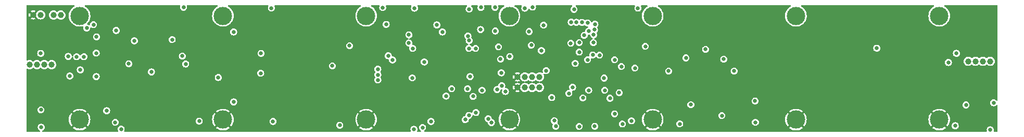
<source format=gbr>
%TF.GenerationSoftware,KiCad,Pcbnew,8.0.4*%
%TF.CreationDate,2024-10-07T15:12:12-07:00*%
%TF.ProjectId,KSS_V50,4b53535f-5635-4302-9e6b-696361645f70,rev?*%
%TF.SameCoordinates,Original*%
%TF.FileFunction,Copper,L3,Inr*%
%TF.FilePolarity,Positive*%
%FSLAX46Y46*%
G04 Gerber Fmt 4.6, Leading zero omitted, Abs format (unit mm)*
G04 Created by KiCad (PCBNEW 8.0.4) date 2024-10-07 15:12:12*
%MOMM*%
%LPD*%
G01*
G04 APERTURE LIST*
%TA.AperFunction,ComponentPad*%
%ADD10C,3.000000*%
%TD*%
%TA.AperFunction,ComponentPad*%
%ADD11C,1.000000*%
%TD*%
%TA.AperFunction,ViaPad*%
%ADD12C,0.635000*%
%TD*%
G04 APERTURE END LIST*
D10*
%TO.N,/MPPT/Solar_Cell_Out*%
%TO.C,SC5*%
X173500000Y-91900000D03*
%TO.N,GND*%
X173500000Y-108900000D03*
%TD*%
%TO.N,/MPPT/Solar_Cell_Out*%
%TO.C,SC6*%
X196800000Y-91900000D03*
%TO.N,GND*%
X196800000Y-108900000D03*
%TD*%
%TO.N,/MPPT/Solar_Cell_Out*%
%TO.C,SC2*%
X103600000Y-91900000D03*
%TO.N,GND*%
X103600000Y-108900000D03*
%TD*%
%TO.N,/MPPT/Solar_Cell_Out*%
%TO.C,SC7*%
X220100000Y-91900000D03*
%TO.N,GND*%
X220100000Y-108900000D03*
%TD*%
%TO.N,/MPPT/Solar_Cell_Out*%
%TO.C,SC4*%
X150200000Y-91900000D03*
%TO.N,GND*%
X150200000Y-108900000D03*
%TD*%
%TO.N,/MPPT/Solar_Cell_Out*%
%TO.C,SC3*%
X126900000Y-91900000D03*
%TO.N,GND*%
X126900000Y-108900000D03*
%TD*%
%TO.N,/MPPT/Solar_Cell_Out*%
%TO.C,SC1*%
X80300000Y-91900000D03*
%TO.N,GND*%
X80300000Y-108900000D03*
%TD*%
D11*
%TO.N,+V_PROG_EXT*%
%TO.C,J5*%
X155100000Y-103650000D03*
%TO.N,/MCU_Prog_Comm/RX_PROG_EXT*%
X153900000Y-103650000D03*
%TO.N,/MCU_Prog_Comm/TX_PROG_EXT*%
X152700000Y-103650000D03*
%TO.N,GND*%
X151500000Y-103650000D03*
%TD*%
%TO.N,/Motor_Driver_1/OA1*%
%TO.C,J2*%
X75750000Y-99900000D03*
%TO.N,/Motor_Driver_1/OA2*%
X74550000Y-99900000D03*
%TO.N,/Motor_Driver_1/OB1*%
X73350000Y-99900000D03*
%TO.N,/Motor_Driver_1/OB2*%
X72150000Y-99900000D03*
%TD*%
%TO.N,/Motor_Driver_2/OA1*%
%TO.C,J3*%
X224800000Y-99350000D03*
%TO.N,/Motor_Driver_2/OA2*%
X226000000Y-99350000D03*
%TO.N,/Motor_Driver_2/OB1*%
X227200000Y-99350000D03*
%TO.N,/Motor_Driver_2/OB2*%
X228400000Y-99350000D03*
%TD*%
%TO.N,Net-(J1-Pin_1)*%
%TO.C,J1*%
X77240000Y-91780000D03*
%TO.N,Net-(J1-Pin_2)*%
X76040000Y-91780000D03*
%TD*%
%TO.N,Net-(J4-Pin_1)*%
%TO.C,J4*%
X73940000Y-91740000D03*
%TO.N,GND*%
X72740000Y-91740000D03*
%TD*%
%TO.N,+V_COMM_EXT*%
%TO.C,J6*%
X155100000Y-101900000D03*
%TO.N,/MCU_Prog_Comm/RX_COMM_EXT*%
X153900000Y-101900000D03*
%TO.N,/MCU_Prog_Comm/TX_COMM_EXT*%
X152700000Y-101900000D03*
%TO.N,GND*%
X151500000Y-101900000D03*
%TD*%
D12*
%TO.N,GND*%
X141300000Y-100250000D03*
X97050000Y-101350000D03*
X165700000Y-97800000D03*
X90300000Y-90730000D03*
X88800000Y-110400000D03*
X72625000Y-105300000D03*
X132150000Y-96800000D03*
X136100000Y-108450000D03*
X132150000Y-93350000D03*
X88200000Y-101750000D03*
X147450000Y-93000000D03*
X93640000Y-105740000D03*
X164400000Y-106580000D03*
X88200000Y-100950000D03*
X142100000Y-106330000D03*
X106340000Y-90471500D03*
X138900000Y-105050000D03*
X168600000Y-101400000D03*
X140650000Y-108650000D03*
X137400000Y-96900000D03*
X124150000Y-95350000D03*
X132100000Y-109300000D03*
X132100000Y-104300000D03*
X223450000Y-108350000D03*
X163600000Y-100500000D03*
X147350000Y-96200000D03*
X193500000Y-100950000D03*
X226000000Y-105300000D03*
X158300000Y-106600000D03*
X162950000Y-108900000D03*
X141150000Y-93550000D03*
X76300000Y-95750000D03*
X132100000Y-106800000D03*
X109650000Y-109300000D03*
X146300000Y-101150000D03*
X143300000Y-99850000D03*
X90887500Y-96137500D03*
X137400000Y-93400000D03*
X182850000Y-100950000D03*
X154700000Y-96800000D03*
X153520000Y-106980000D03*
X124550000Y-99850000D03*
X99700000Y-93250000D03*
X110650000Y-105150000D03*
X132100000Y-101750000D03*
X89600000Y-110400000D03*
X158300000Y-108450000D03*
X90400000Y-110400000D03*
X160900000Y-105400000D03*
X138550000Y-101100000D03*
X168750000Y-97050000D03*
X76925000Y-107300000D03*
X165600000Y-100100000D03*
X136000000Y-106700000D03*
X160850000Y-101350000D03*
X96900000Y-93000000D03*
X109300000Y-95950000D03*
X141150000Y-97100000D03*
X110750000Y-103050000D03*
%TO.N,/MPPT/Solar_Cell_Out*%
X128800000Y-100650000D03*
X128800000Y-102400000D03*
X128800000Y-101550000D03*
%TO.N,+2.5V*%
X171100000Y-90650000D03*
X134400000Y-102060000D03*
X165600000Y-102100000D03*
X153950000Y-90471500D03*
X99750000Y-109150000D03*
X145500000Y-94145782D03*
X143800000Y-101850000D03*
X134750000Y-90650000D03*
X145564250Y-90535750D03*
X133850000Y-95000000D03*
X155400000Y-97600000D03*
%TO.N,/2_5V_Buck_Boost/VBAT_POS*%
X105350000Y-106000000D03*
X105350000Y-94550000D03*
X82550000Y-93350000D03*
X84700000Y-107450000D03*
%TO.N,Net-(J1-Pin_1)*%
X81450000Y-93900000D03*
X81000000Y-98600000D03*
%TO.N,Net-(U3-BAT)*%
X79800000Y-98600000D03*
X80400000Y-100750000D03*
%TO.N,+V_PROG_EXT*%
X145750000Y-104100000D03*
X143650000Y-90800000D03*
%TO.N,+V_COMM_EXT*%
X148950000Y-103350000D03*
X148419100Y-96990000D03*
%TO.N,Net-(D1-A)*%
X129600000Y-90550000D03*
X130150000Y-93300000D03*
X138400000Y-93400000D03*
%TO.N,Net-(Q1-D)*%
X83000000Y-101850000D03*
X83000000Y-98000000D03*
%TO.N,Net-(L1-Pad1)*%
X111750000Y-109200000D03*
X111490000Y-90630000D03*
%TO.N,Net-(J1-Pin_2)*%
X88300000Y-99750000D03*
X83050000Y-95350000D03*
%TO.N,Net-(U3-V-)*%
X78455000Y-98550000D03*
X78700000Y-101755500D03*
%TO.N,/Motor_Driver_1/DIR*%
X160180900Y-96400000D03*
X159861800Y-104600000D03*
%TO.N,/Motor_Driver_1/EN*%
X147900000Y-94390000D03*
X146750000Y-108750000D03*
X162910000Y-93050000D03*
X153410000Y-94480900D03*
%TO.N,/Motor_Driver_1/STEP*%
X163760000Y-98300000D03*
X144700000Y-97250000D03*
X163850000Y-96300000D03*
X144750000Y-107750000D03*
%TO.N,Net-(U6-ADJ)*%
X74050000Y-110150000D03*
X74000000Y-107300000D03*
%TO.N,/Motor_Driver_2/DIR*%
X168400000Y-100200000D03*
X161080000Y-92970000D03*
X160900000Y-99700000D03*
X168050000Y-104500000D03*
%TO.N,/Motor_Driver_2/EN*%
X160470000Y-103600000D03*
X164080000Y-109990000D03*
X161550000Y-110019100D03*
X162350000Y-95100000D03*
X168580000Y-109619100D03*
%TO.N,/Motor_Driver_2/STEP*%
X167300000Y-99100000D03*
X162900000Y-99100000D03*
X167300000Y-107950000D03*
X163100000Y-94400000D03*
%TO.N,Net-(U8-ADJ)*%
X228400000Y-110582500D03*
X228950000Y-106150000D03*
%TO.N,/MCU/MODE_SW_2*%
X157080000Y-105290000D03*
X155760000Y-93430900D03*
%TO.N,/MCU/MODE_SW_1*%
X160240000Y-92952500D03*
X157500000Y-109080000D03*
%TO.N,/SCL*%
X160700000Y-90847500D03*
X124194500Y-96800000D03*
X153760000Y-96720000D03*
X95350000Y-95800000D03*
X152700000Y-90650000D03*
%TO.N,Net-(U11-OUT)*%
X97550000Y-99800000D03*
X164850000Y-98350000D03*
%TO.N,Net-(J4-Pin_1)*%
X73970000Y-98060000D03*
X91980000Y-101090000D03*
%TO.N,/MCU/MCU_UPDI*%
X164025000Y-94175000D03*
X139300000Y-94550000D03*
%TO.N,/MCU/HALL_IN_1*%
X162000000Y-92980000D03*
X86100000Y-109350000D03*
X86250000Y-94300000D03*
%TO.N,/MCU/HALL_IN_2*%
X161550000Y-97850000D03*
X224450000Y-106500000D03*
X182100000Y-97400000D03*
X222900000Y-98050000D03*
X209950000Y-97200000D03*
%TO.N,/MCU_Prog_Comm/RX_PROG_EXT*%
X147850000Y-90500000D03*
X149550000Y-104280900D03*
%TO.N,/MCU_Prog_Comm/RX_COMM_EXT*%
X143650000Y-95950000D03*
X143600000Y-97250000D03*
%TO.N,/Motor_Driver_1/MS1*%
X143600000Y-108200000D03*
X179700000Y-106450000D03*
%TO.N,/Motor_Driver_1/MS2*%
X178900000Y-98800000D03*
X143019100Y-108900000D03*
%TO.N,/Motor_Driver_2/MS1*%
X190150000Y-105850000D03*
X177900000Y-109600000D03*
X190200000Y-109350000D03*
%TO.N,/Motor_Driver_2/MS2*%
X170050000Y-109100000D03*
X185050000Y-99000000D03*
X184750000Y-108250000D03*
%TO.N,/SDA*%
X97000000Y-98500000D03*
X172300000Y-96900000D03*
X130500000Y-98450000D03*
%TO.N,/MCU/MCU_RX*%
X133850000Y-96350000D03*
X161550000Y-96300000D03*
%TO.N,/MCU/MCU_TX*%
X163900000Y-95000000D03*
X143450000Y-95200000D03*
%TO.N,/Motor_Driver_1/OB2*%
X139900000Y-105050000D03*
%TO.N,/Motor_Driver_1/OA2*%
X144300000Y-105100000D03*
%TO.N,/Motor_Driver_1/OB1*%
X140800000Y-103850000D03*
%TO.N,/Motor_Driver_1/OA1*%
X143400000Y-103850000D03*
%TO.N,/Motor_Driver_2/OB2*%
X162150000Y-105350000D03*
%TO.N,/Motor_Driver_2/OA2*%
X166550000Y-105400000D03*
%TO.N,/Motor_Driver_2/OB1*%
X163100000Y-104100000D03*
%TO.N,/Motor_Driver_2/OA1*%
X165700000Y-104100000D03*
%TO.N,+2.5V_FILT*%
X109750000Y-101300000D03*
X89200000Y-96000000D03*
X109800000Y-98050000D03*
X102850000Y-101994500D03*
X97200000Y-90500000D03*
%TO.N,/MCU/MPPT_SHDN*%
X150260000Y-98570900D03*
X136350000Y-99460000D03*
%TO.N,/VIO_MOT*%
X134680000Y-110500000D03*
X222700000Y-109900000D03*
X176100000Y-100950000D03*
X148750000Y-99000000D03*
X122610000Y-109810000D03*
X157740000Y-110000000D03*
X156180000Y-100880000D03*
X121400000Y-100100000D03*
X221600000Y-99550000D03*
X87050000Y-110450000D03*
X137450000Y-109200000D03*
X131190000Y-99130000D03*
X134470000Y-97240000D03*
X186750000Y-100950000D03*
X148880000Y-101240000D03*
%TO.N,/MCU/MOT_STBY*%
X148190000Y-103970000D03*
X136070000Y-110200000D03*
X170610000Y-100460000D03*
X147269100Y-109380000D03*
X164110000Y-93280000D03*
%TD*%
%TA.AperFunction,Conductor*%
%TO.N,GND*%
G36*
X79417751Y-90174185D02*
G01*
X79463506Y-90226989D01*
X79473450Y-90296147D01*
X79444425Y-90359703D01*
X79420569Y-90380949D01*
X79330444Y-90442396D01*
X79205520Y-90527567D01*
X79013198Y-90706014D01*
X78849614Y-90911143D01*
X78718432Y-91138356D01*
X78622582Y-91382578D01*
X78622576Y-91382597D01*
X78564197Y-91638374D01*
X78564196Y-91638379D01*
X78544592Y-91899995D01*
X78544592Y-91900004D01*
X78564196Y-92161620D01*
X78564197Y-92161625D01*
X78622576Y-92417402D01*
X78622578Y-92417411D01*
X78622580Y-92417416D01*
X78718432Y-92661643D01*
X78849614Y-92888857D01*
X78949055Y-93013552D01*
X79013198Y-93093985D01*
X79169436Y-93238951D01*
X79205521Y-93272433D01*
X79422296Y-93420228D01*
X79422301Y-93420230D01*
X79422302Y-93420231D01*
X79422303Y-93420232D01*
X79517648Y-93466147D01*
X79658673Y-93534061D01*
X79658674Y-93534061D01*
X79658677Y-93534063D01*
X79909385Y-93611396D01*
X80168818Y-93650500D01*
X80431182Y-93650500D01*
X80690615Y-93611396D01*
X80741775Y-93595614D01*
X80811638Y-93594664D01*
X80870924Y-93631636D01*
X80900811Y-93694790D01*
X80898100Y-93746197D01*
X80896620Y-93751718D01*
X80877099Y-93899998D01*
X80877099Y-93900001D01*
X80896619Y-94048276D01*
X80896621Y-94048281D01*
X80953850Y-94186446D01*
X80953850Y-94186447D01*
X80953852Y-94186450D01*
X80953853Y-94186451D01*
X81044898Y-94305102D01*
X81163549Y-94396147D01*
X81163552Y-94396148D01*
X81163553Y-94396149D01*
X81192471Y-94408127D01*
X81301722Y-94453380D01*
X81363028Y-94461451D01*
X81449999Y-94472901D01*
X81450000Y-94472901D01*
X81450001Y-94472901D01*
X81533174Y-94461951D01*
X81598278Y-94453380D01*
X81736446Y-94396149D01*
X81736447Y-94396149D01*
X81736447Y-94396148D01*
X81736451Y-94396147D01*
X81855102Y-94305102D01*
X81859018Y-94299998D01*
X85677099Y-94299998D01*
X85677099Y-94300001D01*
X85696619Y-94448276D01*
X85696621Y-94448281D01*
X85753850Y-94586446D01*
X85753850Y-94586447D01*
X85753852Y-94586450D01*
X85753853Y-94586451D01*
X85844898Y-94705102D01*
X85963549Y-94796147D01*
X85963552Y-94796148D01*
X85963553Y-94796149D01*
X86005568Y-94813552D01*
X86101722Y-94853380D01*
X86175861Y-94863140D01*
X86249999Y-94872901D01*
X86250000Y-94872901D01*
X86250001Y-94872901D01*
X86299426Y-94866394D01*
X86398278Y-94853380D01*
X86536446Y-94796149D01*
X86536447Y-94796149D01*
X86536447Y-94796148D01*
X86536451Y-94796147D01*
X86655102Y-94705102D01*
X86746147Y-94586451D01*
X86761246Y-94549998D01*
X104777099Y-94549998D01*
X104777099Y-94550001D01*
X104796619Y-94698276D01*
X104796621Y-94698281D01*
X104853850Y-94836446D01*
X104853850Y-94836447D01*
X104853852Y-94836450D01*
X104853853Y-94836451D01*
X104944898Y-94955102D01*
X105063549Y-95046147D01*
X105063552Y-95046148D01*
X105063553Y-95046149D01*
X105105568Y-95063552D01*
X105201722Y-95103380D01*
X105275861Y-95113140D01*
X105349999Y-95122901D01*
X105350000Y-95122901D01*
X105350001Y-95122901D01*
X105399426Y-95116394D01*
X105498278Y-95103380D01*
X105636446Y-95046149D01*
X105636447Y-95046149D01*
X105636447Y-95046148D01*
X105636451Y-95046147D01*
X105696593Y-94999998D01*
X133277099Y-94999998D01*
X133277099Y-95000001D01*
X133296619Y-95148276D01*
X133296621Y-95148281D01*
X133353850Y-95286446D01*
X133353850Y-95286447D01*
X133353852Y-95286450D01*
X133353853Y-95286451D01*
X133444898Y-95405102D01*
X133563549Y-95496147D01*
X133563552Y-95496148D01*
X133563553Y-95496149D01*
X133605568Y-95513552D01*
X133701722Y-95553380D01*
X133701728Y-95553380D01*
X133708609Y-95555225D01*
X133768270Y-95591590D01*
X133798799Y-95654437D01*
X133790504Y-95723812D01*
X133746019Y-95777690D01*
X133708609Y-95794775D01*
X133701721Y-95796620D01*
X133563552Y-95853851D01*
X133444898Y-95944898D01*
X133353851Y-96063552D01*
X133296620Y-96201721D01*
X133296619Y-96201723D01*
X133277099Y-96349998D01*
X133277099Y-96350001D01*
X133296619Y-96498276D01*
X133296621Y-96498281D01*
X133353850Y-96636446D01*
X133353850Y-96636447D01*
X133353852Y-96636450D01*
X133353853Y-96636451D01*
X133444898Y-96755102D01*
X133563549Y-96846147D01*
X133563552Y-96846148D01*
X133563553Y-96846149D01*
X133616973Y-96868276D01*
X133701722Y-96903380D01*
X133819269Y-96918855D01*
X133883166Y-96947121D01*
X133921637Y-97005446D01*
X133922468Y-97075310D01*
X133917647Y-97089242D01*
X133916621Y-97091718D01*
X133916619Y-97091723D01*
X133897099Y-97239998D01*
X133897099Y-97240001D01*
X133916619Y-97388276D01*
X133916621Y-97388281D01*
X133973850Y-97526446D01*
X133973850Y-97526447D01*
X133973852Y-97526450D01*
X133973853Y-97526451D01*
X134064898Y-97645102D01*
X134183549Y-97736147D01*
X134183552Y-97736148D01*
X134183553Y-97736149D01*
X134212843Y-97748281D01*
X134321722Y-97793380D01*
X134395861Y-97803140D01*
X134469999Y-97812901D01*
X134470000Y-97812901D01*
X134470001Y-97812901D01*
X134538742Y-97803851D01*
X134618278Y-97793380D01*
X134756446Y-97736149D01*
X134756447Y-97736149D01*
X134756447Y-97736148D01*
X134756451Y-97736147D01*
X134875102Y-97645102D01*
X134966147Y-97526451D01*
X135023380Y-97388278D01*
X135038103Y-97276446D01*
X135042901Y-97240001D01*
X135042901Y-97239998D01*
X135029509Y-97138276D01*
X135023380Y-97091722D01*
X134979112Y-96984852D01*
X134966148Y-96953552D01*
X134966147Y-96953551D01*
X134966147Y-96953550D01*
X134875102Y-96834898D01*
X134756451Y-96743853D01*
X134756448Y-96743852D01*
X134756446Y-96743850D01*
X134618281Y-96686621D01*
X134618279Y-96686620D01*
X134618278Y-96686620D01*
X134594329Y-96683467D01*
X134500729Y-96671144D01*
X134436833Y-96642877D01*
X134398362Y-96584553D01*
X134397531Y-96514688D01*
X134402353Y-96500757D01*
X134403380Y-96498278D01*
X134422229Y-96355102D01*
X134422901Y-96350001D01*
X134422901Y-96349998D01*
X134403380Y-96201723D01*
X134403380Y-96201722D01*
X134346147Y-96063550D01*
X134255102Y-95944898D01*
X134136451Y-95853853D01*
X134136448Y-95853852D01*
X134136446Y-95853850D01*
X133998278Y-95796620D01*
X133991392Y-95794775D01*
X133931731Y-95758412D01*
X133901200Y-95695565D01*
X133909494Y-95626190D01*
X133953978Y-95572311D01*
X133991392Y-95555225D01*
X133998270Y-95553380D01*
X133998278Y-95553380D01*
X134136446Y-95496149D01*
X134136447Y-95496149D01*
X134136447Y-95496148D01*
X134136451Y-95496147D01*
X134255102Y-95405102D01*
X134346147Y-95286451D01*
X134381957Y-95199998D01*
X142877099Y-95199998D01*
X142877099Y-95200001D01*
X142896619Y-95348276D01*
X142896621Y-95348281D01*
X142953850Y-95486446D01*
X142953853Y-95486452D01*
X143044898Y-95605103D01*
X143070459Y-95624716D01*
X143111662Y-95681144D01*
X143115817Y-95750890D01*
X143109536Y-95770538D01*
X143100224Y-95793020D01*
X143096619Y-95801724D01*
X143077099Y-95949998D01*
X143077099Y-95950001D01*
X143096619Y-96098276D01*
X143096621Y-96098281D01*
X143153850Y-96236446D01*
X143153850Y-96236447D01*
X143153852Y-96236450D01*
X143153853Y-96236451D01*
X143244898Y-96355102D01*
X143363549Y-96446147D01*
X143433409Y-96475084D01*
X143487810Y-96518923D01*
X143509876Y-96585217D01*
X143492597Y-96652916D01*
X143441461Y-96700527D01*
X143433408Y-96704205D01*
X143313553Y-96753851D01*
X143313550Y-96753852D01*
X143313550Y-96753853D01*
X143246761Y-96805102D01*
X143194898Y-96844898D01*
X143103851Y-96963552D01*
X143046620Y-97101721D01*
X143046619Y-97101723D01*
X143027099Y-97249998D01*
X143027099Y-97250001D01*
X143046619Y-97398276D01*
X143046621Y-97398281D01*
X143103850Y-97536446D01*
X143103850Y-97536447D01*
X143103852Y-97536450D01*
X143103853Y-97536451D01*
X143194898Y-97655102D01*
X143313549Y-97746147D01*
X143313552Y-97746148D01*
X143313553Y-97746149D01*
X143355568Y-97763552D01*
X143451722Y-97803380D01*
X143524042Y-97812901D01*
X143599999Y-97822901D01*
X143600000Y-97822901D01*
X143600001Y-97822901D01*
X143675958Y-97812901D01*
X143748278Y-97803380D01*
X143886446Y-97746149D01*
X143886447Y-97746149D01*
X143886447Y-97746148D01*
X143886451Y-97746147D01*
X144005102Y-97655102D01*
X144051624Y-97594474D01*
X144108052Y-97553271D01*
X144177798Y-97549116D01*
X144238718Y-97583328D01*
X144248376Y-97594474D01*
X144294739Y-97654896D01*
X144294898Y-97655102D01*
X144413549Y-97746147D01*
X144413552Y-97746148D01*
X144413553Y-97746149D01*
X144455568Y-97763552D01*
X144551722Y-97803380D01*
X144624042Y-97812901D01*
X144699999Y-97822901D01*
X144700000Y-97822901D01*
X144700001Y-97822901D01*
X144775958Y-97812901D01*
X144848278Y-97803380D01*
X144986446Y-97746149D01*
X144986447Y-97746149D01*
X144986447Y-97746148D01*
X144986451Y-97746147D01*
X145105102Y-97655102D01*
X145147385Y-97599998D01*
X154827099Y-97599998D01*
X154827099Y-97600001D01*
X154846619Y-97748276D01*
X154846621Y-97748281D01*
X154903850Y-97886446D01*
X154903850Y-97886447D01*
X154903852Y-97886450D01*
X154903853Y-97886451D01*
X154994898Y-98005102D01*
X155113549Y-98096147D01*
X155113552Y-98096148D01*
X155113553Y-98096149D01*
X155182635Y-98124763D01*
X155251722Y-98153380D01*
X155325861Y-98163140D01*
X155399999Y-98172901D01*
X155400000Y-98172901D01*
X155400001Y-98172901D01*
X155471013Y-98163552D01*
X155548278Y-98153380D01*
X155686446Y-98096149D01*
X155686447Y-98096149D01*
X155686447Y-98096148D01*
X155686451Y-98096147D01*
X155805102Y-98005102D01*
X155896147Y-97886451D01*
X155911246Y-97849998D01*
X160977099Y-97849998D01*
X160977099Y-97850001D01*
X160996619Y-97998276D01*
X160996621Y-97998281D01*
X161053850Y-98136446D01*
X161053850Y-98136447D01*
X161053852Y-98136450D01*
X161053853Y-98136451D01*
X161144898Y-98255102D01*
X161263549Y-98346147D01*
X161263552Y-98346148D01*
X161263553Y-98346149D01*
X161332635Y-98374763D01*
X161401722Y-98403380D01*
X161453556Y-98410204D01*
X161549999Y-98422901D01*
X161550000Y-98422901D01*
X161550001Y-98422901D01*
X161599426Y-98416394D01*
X161698278Y-98403380D01*
X161836446Y-98346149D01*
X161836447Y-98346149D01*
X161836447Y-98346148D01*
X161836451Y-98346147D01*
X161955102Y-98255102D01*
X162046147Y-98136451D01*
X162103380Y-97998278D01*
X162122674Y-97851722D01*
X162122901Y-97850001D01*
X162122901Y-97849998D01*
X162103380Y-97701723D01*
X162103380Y-97701722D01*
X162046147Y-97563550D01*
X161955102Y-97444898D01*
X161836451Y-97353853D01*
X161836448Y-97353852D01*
X161836446Y-97353850D01*
X161698281Y-97296621D01*
X161698276Y-97296619D01*
X161550001Y-97277099D01*
X161549999Y-97277099D01*
X161401723Y-97296619D01*
X161401721Y-97296620D01*
X161263552Y-97353851D01*
X161144898Y-97444898D01*
X161053851Y-97563552D01*
X160996620Y-97701721D01*
X160996619Y-97701723D01*
X160977099Y-97849998D01*
X155911246Y-97849998D01*
X155953380Y-97748278D01*
X155972229Y-97605102D01*
X155972901Y-97600001D01*
X155972901Y-97599998D01*
X155953380Y-97451723D01*
X155953380Y-97451722D01*
X155896147Y-97313550D01*
X155805102Y-97194898D01*
X155686451Y-97103853D01*
X155686448Y-97103852D01*
X155686446Y-97103850D01*
X155548281Y-97046621D01*
X155548276Y-97046619D01*
X155400001Y-97027099D01*
X155399999Y-97027099D01*
X155251723Y-97046619D01*
X155251721Y-97046620D01*
X155113552Y-97103851D01*
X154994898Y-97194898D01*
X154903851Y-97313552D01*
X154846620Y-97451721D01*
X154846619Y-97451723D01*
X154827099Y-97599998D01*
X145147385Y-97599998D01*
X145196147Y-97536451D01*
X145253380Y-97398278D01*
X145272674Y-97251722D01*
X145272901Y-97250001D01*
X145272901Y-97249998D01*
X145254937Y-97113550D01*
X145253380Y-97101722D01*
X145207102Y-96989998D01*
X147846199Y-96989998D01*
X147846199Y-96990001D01*
X147865719Y-97138276D01*
X147865721Y-97138281D01*
X147922950Y-97276446D01*
X147922950Y-97276447D01*
X147922952Y-97276450D01*
X147922953Y-97276451D01*
X148013998Y-97395102D01*
X148132649Y-97486147D01*
X148132652Y-97486148D01*
X148132653Y-97486149D01*
X148201735Y-97514763D01*
X148270822Y-97543380D01*
X148314392Y-97549116D01*
X148419099Y-97562901D01*
X148419100Y-97562901D01*
X148419101Y-97562901D01*
X148487842Y-97553851D01*
X148567378Y-97543380D01*
X148705546Y-97486149D01*
X148705547Y-97486149D01*
X148705547Y-97486148D01*
X148705551Y-97486147D01*
X148824202Y-97395102D01*
X148915247Y-97276451D01*
X148972480Y-97138278D01*
X148991356Y-96994898D01*
X148992001Y-96990001D01*
X148992001Y-96989998D01*
X148976585Y-96872901D01*
X148972480Y-96841722D01*
X148922060Y-96719998D01*
X153187099Y-96719998D01*
X153187099Y-96720001D01*
X153206619Y-96868276D01*
X153206621Y-96868281D01*
X153263850Y-97006446D01*
X153263850Y-97006447D01*
X153263852Y-97006450D01*
X153263853Y-97006451D01*
X153354898Y-97125102D01*
X153473549Y-97216147D01*
X153473552Y-97216148D01*
X153473553Y-97216149D01*
X153531135Y-97240000D01*
X153611722Y-97273380D01*
X153635049Y-97276451D01*
X153759999Y-97292901D01*
X153760000Y-97292901D01*
X153760001Y-97292901D01*
X153809426Y-97286394D01*
X153908278Y-97273380D01*
X154046446Y-97216149D01*
X154046447Y-97216149D01*
X154046447Y-97216148D01*
X154046451Y-97216147D01*
X154165102Y-97125102D01*
X154256147Y-97006451D01*
X154313380Y-96868278D01*
X154328444Y-96753853D01*
X154332901Y-96720001D01*
X154332901Y-96719998D01*
X154315319Y-96586451D01*
X154313380Y-96571722D01*
X154256147Y-96433550D01*
X154230402Y-96399998D01*
X159607999Y-96399998D01*
X159607999Y-96400001D01*
X159627519Y-96548276D01*
X159627521Y-96548281D01*
X159684750Y-96686446D01*
X159684750Y-96686447D01*
X159684752Y-96686450D01*
X159684753Y-96686451D01*
X159775798Y-96805102D01*
X159894449Y-96896147D01*
X159894452Y-96896148D01*
X159894453Y-96896149D01*
X159936468Y-96913552D01*
X160032622Y-96953380D01*
X160106761Y-96963140D01*
X160180899Y-96972901D01*
X160180900Y-96972901D01*
X160180901Y-96972901D01*
X160251913Y-96963552D01*
X160329178Y-96953380D01*
X160458054Y-96899998D01*
X171727099Y-96899998D01*
X171727099Y-96900001D01*
X171746619Y-97048276D01*
X171746621Y-97048281D01*
X171803850Y-97186446D01*
X171803850Y-97186447D01*
X171803852Y-97186450D01*
X171803853Y-97186451D01*
X171894898Y-97305102D01*
X172013549Y-97396147D01*
X172013552Y-97396148D01*
X172013553Y-97396149D01*
X172082635Y-97424763D01*
X172151722Y-97453380D01*
X172225861Y-97463140D01*
X172299999Y-97472901D01*
X172300000Y-97472901D01*
X172300001Y-97472901D01*
X172349426Y-97466394D01*
X172448278Y-97453380D01*
X172577154Y-97399998D01*
X181527099Y-97399998D01*
X181527099Y-97400001D01*
X181546619Y-97548276D01*
X181546621Y-97548281D01*
X181603850Y-97686446D01*
X181603850Y-97686447D01*
X181603852Y-97686450D01*
X181603853Y-97686451D01*
X181694898Y-97805102D01*
X181813549Y-97896147D01*
X181813552Y-97896148D01*
X181813553Y-97896149D01*
X181882635Y-97924763D01*
X181951722Y-97953380D01*
X182025861Y-97963140D01*
X182099999Y-97972901D01*
X182100000Y-97972901D01*
X182100001Y-97972901D01*
X182149426Y-97966394D01*
X182248278Y-97953380D01*
X182386446Y-97896149D01*
X182386447Y-97896149D01*
X182386447Y-97896148D01*
X182386451Y-97896147D01*
X182505102Y-97805102D01*
X182596147Y-97686451D01*
X182653380Y-97548278D01*
X182669333Y-97427099D01*
X182672901Y-97400001D01*
X182672901Y-97399998D01*
X182653380Y-97251723D01*
X182653380Y-97251722D01*
X182631955Y-97199998D01*
X209377099Y-97199998D01*
X209377099Y-97200001D01*
X209396619Y-97348276D01*
X209396621Y-97348281D01*
X209453850Y-97486446D01*
X209453850Y-97486447D01*
X209453852Y-97486450D01*
X209453853Y-97486451D01*
X209544898Y-97605102D01*
X209663549Y-97696147D01*
X209663552Y-97696148D01*
X209663553Y-97696149D01*
X209705568Y-97713552D01*
X209801722Y-97753380D01*
X209875861Y-97763140D01*
X209949999Y-97772901D01*
X209950000Y-97772901D01*
X209950001Y-97772901D01*
X210021013Y-97763552D01*
X210098278Y-97753380D01*
X210236446Y-97696149D01*
X210236447Y-97696149D01*
X210236447Y-97696148D01*
X210236451Y-97696147D01*
X210355102Y-97605102D01*
X210446147Y-97486451D01*
X210503380Y-97348278D01*
X210522229Y-97205102D01*
X210522901Y-97200001D01*
X210522901Y-97199998D01*
X210503380Y-97051723D01*
X210503380Y-97051722D01*
X210450020Y-96922901D01*
X210446148Y-96913552D01*
X210446147Y-96913551D01*
X210446147Y-96913550D01*
X210355102Y-96794898D01*
X210236451Y-96703853D01*
X210236448Y-96703852D01*
X210236446Y-96703850D01*
X210098281Y-96646621D01*
X210098276Y-96646619D01*
X209950001Y-96627099D01*
X209949999Y-96627099D01*
X209801723Y-96646619D01*
X209801721Y-96646620D01*
X209663552Y-96703851D01*
X209544898Y-96794898D01*
X209453851Y-96913552D01*
X209396620Y-97051721D01*
X209396619Y-97051723D01*
X209377099Y-97199998D01*
X182631955Y-97199998D01*
X182596147Y-97113550D01*
X182505102Y-96994898D01*
X182386451Y-96903853D01*
X182386448Y-96903852D01*
X182386446Y-96903850D01*
X182248281Y-96846621D01*
X182248276Y-96846619D01*
X182100001Y-96827099D01*
X182099999Y-96827099D01*
X181951723Y-96846619D01*
X181951721Y-96846620D01*
X181813552Y-96903851D01*
X181694898Y-96994898D01*
X181603851Y-97113552D01*
X181546620Y-97251721D01*
X181546619Y-97251723D01*
X181527099Y-97399998D01*
X172577154Y-97399998D01*
X172586446Y-97396149D01*
X172586447Y-97396149D01*
X172586447Y-97396148D01*
X172586451Y-97396147D01*
X172705102Y-97305102D01*
X172796147Y-97186451D01*
X172853380Y-97048278D01*
X172872901Y-96900000D01*
X172869333Y-96872901D01*
X172853825Y-96755101D01*
X172853380Y-96751722D01*
X172796147Y-96613550D01*
X172705102Y-96494898D01*
X172586451Y-96403853D01*
X172586448Y-96403852D01*
X172586446Y-96403850D01*
X172448281Y-96346621D01*
X172448276Y-96346619D01*
X172300001Y-96327099D01*
X172299999Y-96327099D01*
X172151723Y-96346619D01*
X172151721Y-96346620D01*
X172013552Y-96403851D01*
X171894898Y-96494898D01*
X171803851Y-96613552D01*
X171746620Y-96751721D01*
X171746619Y-96751723D01*
X171727099Y-96899998D01*
X160458054Y-96899998D01*
X160467346Y-96896149D01*
X160467347Y-96896149D01*
X160467347Y-96896148D01*
X160467351Y-96896147D01*
X160586002Y-96805102D01*
X160677047Y-96686451D01*
X160734280Y-96548278D01*
X160749093Y-96435753D01*
X160777359Y-96371860D01*
X160804162Y-96354179D01*
X160790807Y-96345819D01*
X160926736Y-96345819D01*
X160964772Y-96369628D01*
X160994551Y-96432834D01*
X160994970Y-96435746D01*
X160995085Y-96436619D01*
X160996620Y-96448278D01*
X160996621Y-96448281D01*
X161053850Y-96586446D01*
X161053850Y-96586447D01*
X161053852Y-96586450D01*
X161053853Y-96586451D01*
X161144898Y-96705102D01*
X161263549Y-96796147D01*
X161263552Y-96796148D01*
X161263553Y-96796149D01*
X161285168Y-96805102D01*
X161401722Y-96853380D01*
X161475861Y-96863140D01*
X161549999Y-96872901D01*
X161550000Y-96872901D01*
X161550001Y-96872901D01*
X161599426Y-96866394D01*
X161698278Y-96853380D01*
X161836446Y-96796149D01*
X161836447Y-96796149D01*
X161836447Y-96796148D01*
X161836451Y-96796147D01*
X161955102Y-96705102D01*
X162046147Y-96586451D01*
X162103380Y-96448278D01*
X162122901Y-96300000D01*
X162118193Y-96264242D01*
X162103380Y-96151723D01*
X162103380Y-96151722D01*
X162046147Y-96013550D01*
X161955102Y-95894898D01*
X161836451Y-95803853D01*
X161836448Y-95803852D01*
X161836446Y-95803850D01*
X161698281Y-95746621D01*
X161698276Y-95746619D01*
X161550001Y-95727099D01*
X161549999Y-95727099D01*
X161401723Y-95746619D01*
X161401721Y-95746620D01*
X161263552Y-95803851D01*
X161144898Y-95894898D01*
X161053851Y-96013552D01*
X160996620Y-96151721D01*
X160996620Y-96151722D01*
X160981806Y-96264244D01*
X160953539Y-96328140D01*
X160926736Y-96345819D01*
X160790807Y-96345819D01*
X160766127Y-96330370D01*
X160736348Y-96267164D01*
X160735931Y-96264264D01*
X160734280Y-96251722D01*
X160677047Y-96113550D01*
X160586002Y-95994898D01*
X160467351Y-95903853D01*
X160467348Y-95903852D01*
X160467346Y-95903850D01*
X160329181Y-95846621D01*
X160329176Y-95846619D01*
X160180901Y-95827099D01*
X160180899Y-95827099D01*
X160032623Y-95846619D01*
X160032621Y-95846620D01*
X159894452Y-95903851D01*
X159775798Y-95994898D01*
X159684751Y-96113552D01*
X159627520Y-96251721D01*
X159627519Y-96251723D01*
X159607999Y-96399998D01*
X154230402Y-96399998D01*
X154165102Y-96314898D01*
X154046451Y-96223853D01*
X154046448Y-96223852D01*
X154046446Y-96223850D01*
X153908281Y-96166621D01*
X153908276Y-96166619D01*
X153760001Y-96147099D01*
X153759999Y-96147099D01*
X153611723Y-96166619D01*
X153611721Y-96166620D01*
X153473552Y-96223851D01*
X153354898Y-96314898D01*
X153263851Y-96433552D01*
X153206620Y-96571721D01*
X153206619Y-96571723D01*
X153187099Y-96719998D01*
X148922060Y-96719998D01*
X148915890Y-96705102D01*
X148915248Y-96703552D01*
X148915247Y-96703551D01*
X148915247Y-96703550D01*
X148824202Y-96584898D01*
X148705551Y-96493853D01*
X148705548Y-96493852D01*
X148705546Y-96493850D01*
X148567381Y-96436621D01*
X148567376Y-96436619D01*
X148419101Y-96417099D01*
X148419099Y-96417099D01*
X148270823Y-96436619D01*
X148270821Y-96436620D01*
X148132652Y-96493851D01*
X148013998Y-96584898D01*
X147922951Y-96703552D01*
X147865720Y-96841721D01*
X147865719Y-96841723D01*
X147846199Y-96989998D01*
X145207102Y-96989998D01*
X145196147Y-96963550D01*
X145105102Y-96844898D01*
X144986451Y-96753853D01*
X144986448Y-96753852D01*
X144986446Y-96753850D01*
X144848281Y-96696621D01*
X144848276Y-96696619D01*
X144700001Y-96677099D01*
X144699999Y-96677099D01*
X144551723Y-96696619D01*
X144551721Y-96696620D01*
X144413552Y-96753851D01*
X144411922Y-96755102D01*
X144294898Y-96844898D01*
X144294897Y-96844899D01*
X144294896Y-96844900D01*
X144248375Y-96905527D01*
X144191947Y-96946730D01*
X144122201Y-96950884D01*
X144061281Y-96916671D01*
X144051625Y-96905527D01*
X144005102Y-96844898D01*
X143953238Y-96805101D01*
X143886451Y-96753853D01*
X143886448Y-96753852D01*
X143886446Y-96753850D01*
X143816592Y-96724916D01*
X143762188Y-96681075D01*
X143740123Y-96614781D01*
X143757402Y-96547082D01*
X143808539Y-96499471D01*
X143816592Y-96495794D01*
X143821286Y-96493850D01*
X143936446Y-96446149D01*
X143936447Y-96446149D01*
X143936447Y-96446148D01*
X143936451Y-96446147D01*
X144055102Y-96355102D01*
X144146147Y-96236451D01*
X144203380Y-96098278D01*
X144222901Y-95950000D01*
X144222674Y-95948278D01*
X144206721Y-95827099D01*
X144203380Y-95801722D01*
X144146147Y-95663550D01*
X144055102Y-95544898D01*
X144029538Y-95525281D01*
X143988337Y-95468855D01*
X143984182Y-95399109D01*
X143990460Y-95379467D01*
X144003380Y-95348278D01*
X144022674Y-95201722D01*
X144022901Y-95200001D01*
X144022901Y-95199998D01*
X144003380Y-95051723D01*
X144003380Y-95051722D01*
X143946147Y-94913550D01*
X143855102Y-94794898D01*
X143736451Y-94703853D01*
X143736448Y-94703852D01*
X143736446Y-94703850D01*
X143598281Y-94646621D01*
X143598276Y-94646619D01*
X143450001Y-94627099D01*
X143449999Y-94627099D01*
X143301723Y-94646619D01*
X143301721Y-94646620D01*
X143163552Y-94703851D01*
X143044898Y-94794898D01*
X142953851Y-94913552D01*
X142896620Y-95051721D01*
X142896619Y-95051723D01*
X142877099Y-95199998D01*
X134381957Y-95199998D01*
X134403380Y-95148278D01*
X134422901Y-95000000D01*
X134421042Y-94985882D01*
X134406168Y-94872901D01*
X134403380Y-94851722D01*
X134346147Y-94713550D01*
X134255102Y-94594898D01*
X134196588Y-94549998D01*
X138727099Y-94549998D01*
X138727099Y-94550001D01*
X138746619Y-94698276D01*
X138746621Y-94698281D01*
X138803850Y-94836446D01*
X138803850Y-94836447D01*
X138803852Y-94836450D01*
X138803853Y-94836451D01*
X138894898Y-94955102D01*
X139013549Y-95046147D01*
X139013552Y-95046148D01*
X139013553Y-95046149D01*
X139055568Y-95063552D01*
X139151722Y-95103380D01*
X139225861Y-95113140D01*
X139299999Y-95122901D01*
X139300000Y-95122901D01*
X139300001Y-95122901D01*
X139349426Y-95116394D01*
X139448278Y-95103380D01*
X139586446Y-95046149D01*
X139586447Y-95046149D01*
X139586447Y-95046148D01*
X139586451Y-95046147D01*
X139705102Y-94955102D01*
X139796147Y-94836451D01*
X139853380Y-94698278D01*
X139872901Y-94550000D01*
X139872674Y-94548278D01*
X139853380Y-94401723D01*
X139853380Y-94401722D01*
X139796147Y-94263550D01*
X139705779Y-94145780D01*
X144927099Y-94145780D01*
X144927099Y-94145783D01*
X144946619Y-94294058D01*
X144946621Y-94294063D01*
X145003850Y-94432228D01*
X145003850Y-94432229D01*
X145003852Y-94432232D01*
X145003853Y-94432233D01*
X145094898Y-94550884D01*
X145213549Y-94641929D01*
X145213552Y-94641930D01*
X145213553Y-94641931D01*
X145282635Y-94670545D01*
X145351722Y-94699162D01*
X145425861Y-94708922D01*
X145499999Y-94718683D01*
X145500000Y-94718683D01*
X145500001Y-94718683D01*
X145549426Y-94712176D01*
X145648278Y-94699162D01*
X145786446Y-94641931D01*
X145786447Y-94641931D01*
X145786447Y-94641930D01*
X145786451Y-94641929D01*
X145905102Y-94550884D01*
X145996147Y-94432233D01*
X146013641Y-94389998D01*
X147327099Y-94389998D01*
X147327099Y-94390001D01*
X147346619Y-94538276D01*
X147346621Y-94538281D01*
X147403850Y-94676446D01*
X147403850Y-94676447D01*
X147403852Y-94676450D01*
X147403853Y-94676451D01*
X147494898Y-94795102D01*
X147613549Y-94886147D01*
X147613552Y-94886148D01*
X147613553Y-94886149D01*
X147679706Y-94913550D01*
X147751722Y-94943380D01*
X147815079Y-94951721D01*
X147899999Y-94962901D01*
X147900000Y-94962901D01*
X147900001Y-94962901D01*
X147959247Y-94955101D01*
X148048278Y-94943380D01*
X148186446Y-94886149D01*
X148186447Y-94886149D01*
X148186447Y-94886148D01*
X148186451Y-94886147D01*
X148305102Y-94795102D01*
X148396147Y-94676451D01*
X148453380Y-94538278D01*
X148460934Y-94480898D01*
X152837099Y-94480898D01*
X152837099Y-94480901D01*
X152856619Y-94629176D01*
X152856621Y-94629181D01*
X152913850Y-94767346D01*
X152913850Y-94767347D01*
X152913852Y-94767350D01*
X152913853Y-94767351D01*
X153004898Y-94886002D01*
X153123549Y-94977047D01*
X153123552Y-94977048D01*
X153123553Y-94977049D01*
X153178965Y-95000001D01*
X153261722Y-95034280D01*
X153335861Y-95044040D01*
X153409999Y-95053801D01*
X153410000Y-95053801D01*
X153410001Y-95053801D01*
X153468138Y-95046147D01*
X153558278Y-95034280D01*
X153696446Y-94977049D01*
X153696447Y-94977049D01*
X153696447Y-94977048D01*
X153696451Y-94977047D01*
X153815102Y-94886002D01*
X153906147Y-94767351D01*
X153963380Y-94629178D01*
X153979879Y-94503853D01*
X153982901Y-94480901D01*
X153982901Y-94480898D01*
X153963380Y-94332623D01*
X153963380Y-94332622D01*
X153906147Y-94194450D01*
X153815102Y-94075798D01*
X153696451Y-93984753D01*
X153696448Y-93984752D01*
X153696446Y-93984750D01*
X153558281Y-93927521D01*
X153558276Y-93927519D01*
X153410001Y-93907999D01*
X153409999Y-93907999D01*
X153261723Y-93927519D01*
X153261721Y-93927520D01*
X153123552Y-93984751D01*
X153004898Y-94075798D01*
X152913851Y-94194452D01*
X152856620Y-94332621D01*
X152856619Y-94332623D01*
X152837099Y-94480898D01*
X148460934Y-94480898D01*
X148467341Y-94432233D01*
X148472901Y-94390001D01*
X148472901Y-94389998D01*
X148454697Y-94251723D01*
X148453380Y-94241722D01*
X148396147Y-94103550D01*
X148305102Y-93984898D01*
X148186451Y-93893853D01*
X148186448Y-93893852D01*
X148186446Y-93893850D01*
X148048281Y-93836621D01*
X148048276Y-93836619D01*
X147900001Y-93817099D01*
X147899999Y-93817099D01*
X147751723Y-93836619D01*
X147751721Y-93836620D01*
X147613552Y-93893851D01*
X147494898Y-93984898D01*
X147403851Y-94103552D01*
X147346620Y-94241721D01*
X147346619Y-94241723D01*
X147327099Y-94389998D01*
X146013641Y-94389998D01*
X146053380Y-94294060D01*
X146072901Y-94145782D01*
X146072784Y-94144896D01*
X146053380Y-93997505D01*
X146053380Y-93997504D01*
X146008249Y-93888549D01*
X145996148Y-93859334D01*
X145996147Y-93859333D01*
X145996147Y-93859332D01*
X145905102Y-93740680D01*
X145786451Y-93649635D01*
X145786448Y-93649634D01*
X145786446Y-93649632D01*
X145648281Y-93592403D01*
X145648276Y-93592401D01*
X145500001Y-93572881D01*
X145499999Y-93572881D01*
X145351723Y-93592401D01*
X145351721Y-93592402D01*
X145213552Y-93649633D01*
X145094898Y-93740680D01*
X145003851Y-93859334D01*
X144946620Y-93997503D01*
X144946619Y-93997505D01*
X144927099Y-94145780D01*
X139705779Y-94145780D01*
X139705102Y-94144898D01*
X139586451Y-94053853D01*
X139586448Y-94053852D01*
X139586446Y-94053850D01*
X139448281Y-93996621D01*
X139448276Y-93996619D01*
X139300001Y-93977099D01*
X139299999Y-93977099D01*
X139151723Y-93996619D01*
X139151721Y-93996620D01*
X139013552Y-94053851D01*
X138894898Y-94144898D01*
X138803851Y-94263552D01*
X138746620Y-94401721D01*
X138746619Y-94401723D01*
X138727099Y-94549998D01*
X134196588Y-94549998D01*
X134136451Y-94503853D01*
X134136448Y-94503852D01*
X134136446Y-94503850D01*
X133998281Y-94446621D01*
X133998276Y-94446619D01*
X133850001Y-94427099D01*
X133849999Y-94427099D01*
X133701723Y-94446619D01*
X133701721Y-94446620D01*
X133563552Y-94503851D01*
X133444898Y-94594898D01*
X133353851Y-94713552D01*
X133296620Y-94851721D01*
X133296619Y-94851723D01*
X133277099Y-94999998D01*
X105696593Y-94999998D01*
X105755102Y-94955102D01*
X105846147Y-94836451D01*
X105903380Y-94698278D01*
X105922901Y-94550000D01*
X105922674Y-94548278D01*
X105903380Y-94401723D01*
X105903380Y-94401722D01*
X105846147Y-94263550D01*
X105755102Y-94144898D01*
X105636451Y-94053853D01*
X105636448Y-94053852D01*
X105636446Y-94053850D01*
X105498281Y-93996621D01*
X105498276Y-93996619D01*
X105350001Y-93977099D01*
X105349999Y-93977099D01*
X105201723Y-93996619D01*
X105201721Y-93996620D01*
X105063552Y-94053851D01*
X104944898Y-94144898D01*
X104853851Y-94263552D01*
X104796620Y-94401721D01*
X104796619Y-94401723D01*
X104777099Y-94549998D01*
X86761246Y-94549998D01*
X86803380Y-94448278D01*
X86822229Y-94305102D01*
X86822901Y-94300001D01*
X86822901Y-94299998D01*
X86803380Y-94151723D01*
X86803380Y-94151722D01*
X86759112Y-94044852D01*
X86746148Y-94013552D01*
X86746147Y-94013551D01*
X86746147Y-94013550D01*
X86655102Y-93894898D01*
X86536451Y-93803853D01*
X86536448Y-93803852D01*
X86536446Y-93803850D01*
X86398281Y-93746621D01*
X86398276Y-93746619D01*
X86250001Y-93727099D01*
X86249999Y-93727099D01*
X86101723Y-93746619D01*
X86101721Y-93746620D01*
X85963552Y-93803851D01*
X85844898Y-93894898D01*
X85753851Y-94013552D01*
X85696620Y-94151721D01*
X85696619Y-94151723D01*
X85677099Y-94299998D01*
X81859018Y-94299998D01*
X81946147Y-94186451D01*
X82003380Y-94048278D01*
X82022901Y-93900000D01*
X82022900Y-93899997D01*
X82023386Y-93896311D01*
X82051652Y-93832415D01*
X82109976Y-93793943D01*
X82179841Y-93793111D01*
X82221812Y-93814121D01*
X82263547Y-93846146D01*
X82263553Y-93846149D01*
X82295380Y-93859332D01*
X82401722Y-93903380D01*
X82475861Y-93913140D01*
X82549999Y-93922901D01*
X82550000Y-93922901D01*
X82550001Y-93922901D01*
X82608389Y-93915214D01*
X82698278Y-93903380D01*
X82836446Y-93846149D01*
X82836447Y-93846149D01*
X82836447Y-93846148D01*
X82836451Y-93846147D01*
X82955102Y-93755102D01*
X83046147Y-93636451D01*
X83103380Y-93498278D01*
X83122901Y-93350000D01*
X83116318Y-93300000D01*
X83103380Y-93201723D01*
X83103380Y-93201722D01*
X83046147Y-93063550D01*
X82955102Y-92944898D01*
X82836451Y-92853853D01*
X82836448Y-92853852D01*
X82836446Y-92853850D01*
X82698281Y-92796621D01*
X82698276Y-92796619D01*
X82550001Y-92777099D01*
X82549999Y-92777099D01*
X82401723Y-92796619D01*
X82401721Y-92796620D01*
X82263552Y-92853851D01*
X82144898Y-92944898D01*
X82053851Y-93063552D01*
X81996620Y-93201721D01*
X81996620Y-93201722D01*
X81976613Y-93353689D01*
X81948346Y-93417585D01*
X81890022Y-93456056D01*
X81820157Y-93456887D01*
X81778188Y-93435879D01*
X81736451Y-93403853D01*
X81736448Y-93403852D01*
X81736446Y-93403850D01*
X81598275Y-93346618D01*
X81594817Y-93345692D01*
X81592228Y-93344114D01*
X81590770Y-93343510D01*
X81590864Y-93343282D01*
X81535158Y-93309325D01*
X81504632Y-93246476D01*
X81512930Y-93177101D01*
X81542576Y-93135020D01*
X81586797Y-93093989D01*
X81586799Y-93093987D01*
X81586800Y-93093985D01*
X81586805Y-93093981D01*
X81750386Y-92888857D01*
X81881568Y-92661643D01*
X81977420Y-92417416D01*
X82035802Y-92161630D01*
X82042841Y-92067697D01*
X82055408Y-91900004D01*
X82055408Y-91899995D01*
X82035803Y-91638379D01*
X82035802Y-91638374D01*
X82035802Y-91638370D01*
X81977420Y-91382584D01*
X81881568Y-91138357D01*
X81750386Y-90911143D01*
X81586805Y-90706019D01*
X81586804Y-90706018D01*
X81586801Y-90706014D01*
X81394479Y-90527567D01*
X81354047Y-90500001D01*
X81179433Y-90380951D01*
X81135134Y-90326925D01*
X81127075Y-90257521D01*
X81157818Y-90194779D01*
X81217602Y-90158617D01*
X81249288Y-90154500D01*
X96542733Y-90154500D01*
X96609772Y-90174185D01*
X96655527Y-90226989D01*
X96665471Y-90296147D01*
X96657294Y-90325952D01*
X96646621Y-90351718D01*
X96646619Y-90351723D01*
X96627099Y-90499998D01*
X96627099Y-90500001D01*
X96646619Y-90648276D01*
X96646621Y-90648281D01*
X96703850Y-90786446D01*
X96703850Y-90786447D01*
X96703852Y-90786450D01*
X96703853Y-90786451D01*
X96794898Y-90905102D01*
X96913549Y-90996147D01*
X96913552Y-90996148D01*
X96913553Y-90996149D01*
X96932935Y-91004177D01*
X97051722Y-91053380D01*
X97101984Y-91059997D01*
X97199999Y-91072901D01*
X97200000Y-91072901D01*
X97200001Y-91072901D01*
X97249426Y-91066394D01*
X97348278Y-91053380D01*
X97486446Y-90996149D01*
X97486447Y-90996149D01*
X97486447Y-90996148D01*
X97486451Y-90996147D01*
X97605102Y-90905102D01*
X97696147Y-90786451D01*
X97753380Y-90648278D01*
X97768194Y-90535751D01*
X97772901Y-90500001D01*
X97772901Y-90499998D01*
X97758087Y-90387473D01*
X97753380Y-90351722D01*
X97746885Y-90336041D01*
X97742706Y-90325952D01*
X97735237Y-90256483D01*
X97766513Y-90194004D01*
X97826602Y-90158352D01*
X97857267Y-90154500D01*
X102650712Y-90154500D01*
X102717751Y-90174185D01*
X102763506Y-90226989D01*
X102773450Y-90296147D01*
X102744425Y-90359703D01*
X102720569Y-90380949D01*
X102630444Y-90442396D01*
X102505520Y-90527567D01*
X102313198Y-90706014D01*
X102149614Y-90911143D01*
X102018432Y-91138356D01*
X101922582Y-91382578D01*
X101922576Y-91382597D01*
X101864197Y-91638374D01*
X101864196Y-91638379D01*
X101844592Y-91899995D01*
X101844592Y-91900004D01*
X101864196Y-92161620D01*
X101864197Y-92161625D01*
X101922576Y-92417402D01*
X101922578Y-92417411D01*
X101922580Y-92417416D01*
X102018432Y-92661643D01*
X102149614Y-92888857D01*
X102249055Y-93013552D01*
X102313198Y-93093985D01*
X102469436Y-93238951D01*
X102505521Y-93272433D01*
X102722296Y-93420228D01*
X102722301Y-93420230D01*
X102722302Y-93420231D01*
X102722303Y-93420232D01*
X102817648Y-93466147D01*
X102958673Y-93534061D01*
X102958674Y-93534061D01*
X102958677Y-93534063D01*
X103209385Y-93611396D01*
X103468818Y-93650500D01*
X103731182Y-93650500D01*
X103990615Y-93611396D01*
X104241323Y-93534063D01*
X104455541Y-93430901D01*
X104477696Y-93420232D01*
X104477696Y-93420231D01*
X104477704Y-93420228D01*
X104694479Y-93272433D01*
X104846131Y-93131721D01*
X104886801Y-93093985D01*
X104886801Y-93093983D01*
X104886805Y-93093981D01*
X105050386Y-92888857D01*
X105181568Y-92661643D01*
X105277420Y-92417416D01*
X105335802Y-92161630D01*
X105342841Y-92067697D01*
X105355408Y-91900004D01*
X105355408Y-91899995D01*
X105335803Y-91638379D01*
X105335802Y-91638374D01*
X105335802Y-91638370D01*
X105277420Y-91382584D01*
X105181568Y-91138357D01*
X105050386Y-90911143D01*
X104886805Y-90706019D01*
X104886804Y-90706018D01*
X104886801Y-90706014D01*
X104694479Y-90527567D01*
X104654047Y-90500001D01*
X104479433Y-90380951D01*
X104435134Y-90326925D01*
X104427075Y-90257521D01*
X104457818Y-90194779D01*
X104517602Y-90158617D01*
X104549288Y-90154500D01*
X110888227Y-90154500D01*
X110955266Y-90174185D01*
X111001021Y-90226989D01*
X111010965Y-90296147D01*
X110995611Y-90340506D01*
X110993851Y-90343553D01*
X110936620Y-90481721D01*
X110936619Y-90481723D01*
X110917099Y-90629998D01*
X110917099Y-90630001D01*
X110936619Y-90778276D01*
X110936621Y-90778281D01*
X110993850Y-90916446D01*
X110993850Y-90916447D01*
X110993852Y-90916450D01*
X110993853Y-90916451D01*
X111084898Y-91035102D01*
X111203549Y-91126147D01*
X111203552Y-91126148D01*
X111203553Y-91126149D01*
X111251833Y-91146147D01*
X111341722Y-91183380D01*
X111388383Y-91189523D01*
X111489999Y-91202901D01*
X111490000Y-91202901D01*
X111490001Y-91202901D01*
X111539426Y-91196394D01*
X111638278Y-91183380D01*
X111776446Y-91126149D01*
X111776447Y-91126149D01*
X111776447Y-91126148D01*
X111776451Y-91126147D01*
X111895102Y-91035102D01*
X111986147Y-90916451D01*
X112043380Y-90778278D01*
X112062901Y-90630000D01*
X112043380Y-90481722D01*
X111986147Y-90343550D01*
X111986144Y-90343546D01*
X111984389Y-90340506D01*
X111983685Y-90337606D01*
X111983037Y-90336041D01*
X111983281Y-90335939D01*
X111967913Y-90272606D01*
X111990762Y-90206578D01*
X112045681Y-90163385D01*
X112091773Y-90154500D01*
X125950712Y-90154500D01*
X126017751Y-90174185D01*
X126063506Y-90226989D01*
X126073450Y-90296147D01*
X126044425Y-90359703D01*
X126020569Y-90380949D01*
X125930444Y-90442396D01*
X125805520Y-90527567D01*
X125613198Y-90706014D01*
X125449614Y-90911143D01*
X125318432Y-91138356D01*
X125222582Y-91382578D01*
X125222576Y-91382597D01*
X125164197Y-91638374D01*
X125164196Y-91638379D01*
X125144592Y-91899995D01*
X125144592Y-91900004D01*
X125164196Y-92161620D01*
X125164197Y-92161625D01*
X125222576Y-92417402D01*
X125222578Y-92417411D01*
X125222580Y-92417416D01*
X125318432Y-92661643D01*
X125449614Y-92888857D01*
X125549055Y-93013552D01*
X125613198Y-93093985D01*
X125769436Y-93238951D01*
X125805521Y-93272433D01*
X126022296Y-93420228D01*
X126022301Y-93420230D01*
X126022302Y-93420231D01*
X126022303Y-93420232D01*
X126117648Y-93466147D01*
X126258673Y-93534061D01*
X126258674Y-93534061D01*
X126258677Y-93534063D01*
X126509385Y-93611396D01*
X126768818Y-93650500D01*
X127031182Y-93650500D01*
X127290615Y-93611396D01*
X127541323Y-93534063D01*
X127755541Y-93430901D01*
X127777696Y-93420232D01*
X127777696Y-93420231D01*
X127777704Y-93420228D01*
X127954049Y-93299998D01*
X129577099Y-93299998D01*
X129577099Y-93300001D01*
X129596619Y-93448276D01*
X129596621Y-93448281D01*
X129653850Y-93586446D01*
X129653850Y-93586447D01*
X129653852Y-93586450D01*
X129653853Y-93586451D01*
X129744898Y-93705102D01*
X129863549Y-93796147D01*
X129863552Y-93796148D01*
X129863553Y-93796149D01*
X129932635Y-93824763D01*
X130001722Y-93853380D01*
X130046948Y-93859334D01*
X130149999Y-93872901D01*
X130150000Y-93872901D01*
X130150001Y-93872901D01*
X130199426Y-93866394D01*
X130298278Y-93853380D01*
X130436446Y-93796149D01*
X130436447Y-93796149D01*
X130436447Y-93796148D01*
X130436451Y-93796147D01*
X130555102Y-93705102D01*
X130646147Y-93586451D01*
X130703380Y-93448278D01*
X130709736Y-93399998D01*
X137827099Y-93399998D01*
X137827099Y-93400001D01*
X137846619Y-93548276D01*
X137846621Y-93548281D01*
X137903850Y-93686446D01*
X137903850Y-93686447D01*
X137903852Y-93686450D01*
X137903853Y-93686451D01*
X137994898Y-93805102D01*
X138113549Y-93896147D01*
X138113552Y-93896148D01*
X138113553Y-93896149D01*
X138159581Y-93915214D01*
X138251722Y-93953380D01*
X138325861Y-93963140D01*
X138399999Y-93972901D01*
X138400000Y-93972901D01*
X138400001Y-93972901D01*
X138449426Y-93966394D01*
X138548278Y-93953380D01*
X138686446Y-93896149D01*
X138686447Y-93896149D01*
X138686447Y-93896148D01*
X138686451Y-93896147D01*
X138805102Y-93805102D01*
X138896147Y-93686451D01*
X138953380Y-93548278D01*
X138967854Y-93438333D01*
X138972901Y-93400001D01*
X138972901Y-93399998D01*
X138953380Y-93251723D01*
X138953380Y-93251722D01*
X138896147Y-93113550D01*
X138805102Y-92994898D01*
X138686451Y-92903853D01*
X138686448Y-92903852D01*
X138686446Y-92903850D01*
X138548281Y-92846621D01*
X138548276Y-92846619D01*
X138400001Y-92827099D01*
X138399999Y-92827099D01*
X138251723Y-92846619D01*
X138251721Y-92846620D01*
X138113552Y-92903851D01*
X137994898Y-92994898D01*
X137903851Y-93113552D01*
X137846620Y-93251721D01*
X137846619Y-93251723D01*
X137827099Y-93399998D01*
X130709736Y-93399998D01*
X130722901Y-93300000D01*
X130720613Y-93282623D01*
X130703380Y-93151723D01*
X130703380Y-93151722D01*
X130651220Y-93025798D01*
X130646148Y-93013552D01*
X130646147Y-93013551D01*
X130646147Y-93013550D01*
X130555102Y-92894898D01*
X130436451Y-92803853D01*
X130436448Y-92803852D01*
X130436446Y-92803850D01*
X130298281Y-92746621D01*
X130298276Y-92746619D01*
X130150001Y-92727099D01*
X130149999Y-92727099D01*
X130001723Y-92746619D01*
X130001721Y-92746620D01*
X129863552Y-92803851D01*
X129744898Y-92894898D01*
X129653851Y-93013552D01*
X129596620Y-93151721D01*
X129596619Y-93151723D01*
X129577099Y-93299998D01*
X127954049Y-93299998D01*
X127994479Y-93272433D01*
X128146131Y-93131721D01*
X128186801Y-93093985D01*
X128186801Y-93093983D01*
X128186805Y-93093981D01*
X128350386Y-92888857D01*
X128481568Y-92661643D01*
X128577420Y-92417416D01*
X128635802Y-92161630D01*
X128642841Y-92067697D01*
X128655408Y-91900004D01*
X128655408Y-91899995D01*
X128635803Y-91638379D01*
X128635802Y-91638374D01*
X128635802Y-91638370D01*
X128577420Y-91382584D01*
X128481568Y-91138357D01*
X128350386Y-90911143D01*
X128186805Y-90706019D01*
X128186804Y-90706018D01*
X128186801Y-90706014D01*
X127994479Y-90527567D01*
X127954047Y-90500001D01*
X127779433Y-90380951D01*
X127735134Y-90326925D01*
X127727075Y-90257521D01*
X127757818Y-90194779D01*
X127817602Y-90158617D01*
X127849288Y-90154500D01*
X128963444Y-90154500D01*
X129030483Y-90174185D01*
X129076238Y-90226989D01*
X129086182Y-90296147D01*
X129078005Y-90325950D01*
X129073826Y-90336041D01*
X129046620Y-90401721D01*
X129046619Y-90401723D01*
X129027099Y-90549998D01*
X129027099Y-90550001D01*
X129046619Y-90698276D01*
X129046621Y-90698281D01*
X129103850Y-90836446D01*
X129103850Y-90836447D01*
X129103852Y-90836450D01*
X129103853Y-90836451D01*
X129194898Y-90955102D01*
X129313549Y-91046147D01*
X129313552Y-91046148D01*
X129313553Y-91046149D01*
X129346986Y-91059997D01*
X129451722Y-91103380D01*
X129491760Y-91108651D01*
X129599999Y-91122901D01*
X129600000Y-91122901D01*
X129600001Y-91122901D01*
X129649426Y-91116394D01*
X129748278Y-91103380D01*
X129886446Y-91046149D01*
X129886447Y-91046149D01*
X129886447Y-91046148D01*
X129886451Y-91046147D01*
X130005102Y-90955102D01*
X130096147Y-90836451D01*
X130153380Y-90698278D01*
X130172901Y-90550000D01*
X130166318Y-90500000D01*
X130153380Y-90401723D01*
X130153380Y-90401722D01*
X130121994Y-90325952D01*
X130114526Y-90256484D01*
X130145801Y-90194004D01*
X130205890Y-90158352D01*
X130236556Y-90154500D01*
X134162816Y-90154500D01*
X134229855Y-90174185D01*
X134275610Y-90226989D01*
X134285554Y-90296147D01*
X134261191Y-90353985D01*
X134256805Y-90359703D01*
X134253851Y-90363552D01*
X134196620Y-90501721D01*
X134196619Y-90501723D01*
X134177099Y-90649998D01*
X134177099Y-90650001D01*
X134196619Y-90798276D01*
X134196621Y-90798281D01*
X134253850Y-90936446D01*
X134253850Y-90936447D01*
X134253852Y-90936450D01*
X134253853Y-90936451D01*
X134344898Y-91055102D01*
X134463549Y-91146147D01*
X134463552Y-91146148D01*
X134463553Y-91146149D01*
X134471687Y-91149518D01*
X134601722Y-91203380D01*
X134675861Y-91213140D01*
X134749999Y-91222901D01*
X134750000Y-91222901D01*
X134750001Y-91222901D01*
X134799426Y-91216394D01*
X134898278Y-91203380D01*
X135036446Y-91146149D01*
X135036447Y-91146149D01*
X135036447Y-91146148D01*
X135036451Y-91146147D01*
X135155102Y-91055102D01*
X135246147Y-90936451D01*
X135303380Y-90798278D01*
X135322674Y-90651722D01*
X135322901Y-90650001D01*
X135322901Y-90649998D01*
X135307860Y-90535748D01*
X135303380Y-90501722D01*
X135246147Y-90363550D01*
X135238808Y-90353985D01*
X135213614Y-90288819D01*
X135227652Y-90220374D01*
X135276465Y-90170383D01*
X135337184Y-90154500D01*
X143192899Y-90154500D01*
X143259938Y-90174185D01*
X143305693Y-90226989D01*
X143315637Y-90296147D01*
X143286612Y-90359703D01*
X143268391Y-90376870D01*
X143244901Y-90394896D01*
X143244898Y-90394898D01*
X143153851Y-90513552D01*
X143096620Y-90651721D01*
X143096619Y-90651723D01*
X143077099Y-90799998D01*
X143077099Y-90800001D01*
X143096619Y-90948276D01*
X143096621Y-90948281D01*
X143153850Y-91086446D01*
X143153850Y-91086447D01*
X143153852Y-91086450D01*
X143153853Y-91086451D01*
X143244898Y-91205102D01*
X143363549Y-91296147D01*
X143363552Y-91296148D01*
X143363553Y-91296149D01*
X143431432Y-91324265D01*
X143501722Y-91353380D01*
X143575861Y-91363140D01*
X143649999Y-91372901D01*
X143650000Y-91372901D01*
X143650001Y-91372901D01*
X143699426Y-91366394D01*
X143798278Y-91353380D01*
X143936446Y-91296149D01*
X143936447Y-91296149D01*
X143936447Y-91296148D01*
X143936451Y-91296147D01*
X144055102Y-91205102D01*
X144146147Y-91086451D01*
X144203380Y-90948278D01*
X144222901Y-90800000D01*
X144222674Y-90798278D01*
X144209509Y-90698276D01*
X144203380Y-90651722D01*
X144146147Y-90513550D01*
X144055102Y-90394898D01*
X144055100Y-90394897D01*
X144055100Y-90394896D01*
X144036930Y-90380954D01*
X144031614Y-90376875D01*
X143990413Y-90320448D01*
X143986258Y-90250702D01*
X144020470Y-90189781D01*
X144082188Y-90157029D01*
X144107102Y-90154500D01*
X144921791Y-90154500D01*
X144988830Y-90174185D01*
X145034585Y-90226989D01*
X145044529Y-90296147D01*
X145036352Y-90325952D01*
X145010871Y-90387468D01*
X145010869Y-90387473D01*
X144991349Y-90535748D01*
X144991349Y-90535751D01*
X145010869Y-90684026D01*
X145010871Y-90684031D01*
X145068100Y-90822196D01*
X145068100Y-90822197D01*
X145068102Y-90822200D01*
X145068103Y-90822201D01*
X145159148Y-90940852D01*
X145277799Y-91031897D01*
X145277802Y-91031898D01*
X145277803Y-91031899D01*
X145333821Y-91055102D01*
X145415972Y-91089130D01*
X145490111Y-91098890D01*
X145564249Y-91108651D01*
X145564250Y-91108651D01*
X145564251Y-91108651D01*
X145625928Y-91100531D01*
X145712528Y-91089130D01*
X145850696Y-91031899D01*
X145850697Y-91031899D01*
X145850697Y-91031898D01*
X145850701Y-91031897D01*
X145969352Y-90940852D01*
X146060397Y-90822201D01*
X146117630Y-90684028D01*
X146137151Y-90535750D01*
X146134228Y-90513550D01*
X146117630Y-90387473D01*
X146117628Y-90387468D01*
X146114440Y-90379772D01*
X146106128Y-90359703D01*
X146092148Y-90325952D01*
X146084679Y-90256483D01*
X146115954Y-90194004D01*
X146176043Y-90158352D01*
X146206709Y-90154500D01*
X147192733Y-90154500D01*
X147259772Y-90174185D01*
X147305527Y-90226989D01*
X147315471Y-90296147D01*
X147307294Y-90325952D01*
X147296621Y-90351718D01*
X147296619Y-90351723D01*
X147277099Y-90499998D01*
X147277099Y-90500001D01*
X147296619Y-90648276D01*
X147296621Y-90648281D01*
X147353850Y-90786446D01*
X147353850Y-90786447D01*
X147353852Y-90786450D01*
X147353853Y-90786451D01*
X147444898Y-90905102D01*
X147563549Y-90996147D01*
X147563552Y-90996148D01*
X147563553Y-90996149D01*
X147582935Y-91004177D01*
X147701722Y-91053380D01*
X147751984Y-91059997D01*
X147849999Y-91072901D01*
X147850000Y-91072901D01*
X147850001Y-91072901D01*
X147899426Y-91066394D01*
X147998278Y-91053380D01*
X148136446Y-90996149D01*
X148136447Y-90996149D01*
X148136447Y-90996148D01*
X148136451Y-90996147D01*
X148255102Y-90905102D01*
X148346147Y-90786451D01*
X148403380Y-90648278D01*
X148418194Y-90535751D01*
X148422901Y-90500001D01*
X148422901Y-90499998D01*
X148408087Y-90387473D01*
X148403380Y-90351722D01*
X148396885Y-90336041D01*
X148392706Y-90325952D01*
X148385237Y-90256483D01*
X148416513Y-90194004D01*
X148476602Y-90158352D01*
X148507267Y-90154500D01*
X149250712Y-90154500D01*
X149317751Y-90174185D01*
X149363506Y-90226989D01*
X149373450Y-90296147D01*
X149344425Y-90359703D01*
X149320569Y-90380949D01*
X149230444Y-90442396D01*
X149105520Y-90527567D01*
X148913198Y-90706014D01*
X148749614Y-90911143D01*
X148618432Y-91138356D01*
X148522582Y-91382578D01*
X148522576Y-91382597D01*
X148464197Y-91638374D01*
X148464196Y-91638379D01*
X148444592Y-91899995D01*
X148444592Y-91900004D01*
X148464196Y-92161620D01*
X148464197Y-92161625D01*
X148522576Y-92417402D01*
X148522578Y-92417411D01*
X148522580Y-92417416D01*
X148618432Y-92661643D01*
X148749614Y-92888857D01*
X148849055Y-93013552D01*
X148913198Y-93093985D01*
X149069436Y-93238951D01*
X149105521Y-93272433D01*
X149322296Y-93420228D01*
X149322301Y-93420230D01*
X149322302Y-93420231D01*
X149322303Y-93420232D01*
X149417648Y-93466147D01*
X149558673Y-93534061D01*
X149558674Y-93534061D01*
X149558677Y-93534063D01*
X149809385Y-93611396D01*
X150068818Y-93650500D01*
X150331182Y-93650500D01*
X150590615Y-93611396D01*
X150841323Y-93534063D01*
X151055541Y-93430901D01*
X151055547Y-93430898D01*
X155187099Y-93430898D01*
X155187099Y-93430901D01*
X155206619Y-93579176D01*
X155206621Y-93579181D01*
X155263850Y-93717346D01*
X155263850Y-93717347D01*
X155263852Y-93717350D01*
X155263853Y-93717351D01*
X155354898Y-93836002D01*
X155473549Y-93927047D01*
X155473552Y-93927048D01*
X155473553Y-93927049D01*
X155474693Y-93927521D01*
X155611722Y-93984280D01*
X155685861Y-93994040D01*
X155759999Y-94003801D01*
X155760000Y-94003801D01*
X155760001Y-94003801D01*
X155814538Y-93996621D01*
X155908278Y-93984280D01*
X156046446Y-93927049D01*
X156046447Y-93927049D01*
X156046447Y-93927048D01*
X156046451Y-93927047D01*
X156165102Y-93836002D01*
X156256147Y-93717351D01*
X156313380Y-93579178D01*
X156330564Y-93448649D01*
X156332901Y-93430901D01*
X156332901Y-93430898D01*
X156316895Y-93309325D01*
X156313380Y-93282622D01*
X156256147Y-93144450D01*
X156165102Y-93025798D01*
X156069577Y-92952498D01*
X159667099Y-92952498D01*
X159667099Y-92952501D01*
X159686619Y-93100776D01*
X159686621Y-93100781D01*
X159743850Y-93238946D01*
X159743850Y-93238947D01*
X159743852Y-93238950D01*
X159743853Y-93238951D01*
X159834898Y-93357602D01*
X159953549Y-93448647D01*
X159953552Y-93448648D01*
X159953553Y-93448649D01*
X160019938Y-93476146D01*
X160091722Y-93505880D01*
X160165861Y-93515640D01*
X160239999Y-93525401D01*
X160240000Y-93525401D01*
X160240001Y-93525401D01*
X160289426Y-93518894D01*
X160388278Y-93505880D01*
X160526451Y-93448647D01*
X160573111Y-93412842D01*
X160638277Y-93387649D01*
X160706722Y-93401686D01*
X160724080Y-93412841D01*
X160793549Y-93466147D01*
X160793552Y-93466148D01*
X160793553Y-93466149D01*
X160862635Y-93494763D01*
X160931722Y-93523380D01*
X161005861Y-93533140D01*
X161079999Y-93542901D01*
X161080000Y-93542901D01*
X161080001Y-93542901D01*
X161129426Y-93536394D01*
X161228278Y-93523380D01*
X161366451Y-93466147D01*
X161457998Y-93395899D01*
X161523166Y-93370705D01*
X161591611Y-93384743D01*
X161608965Y-93395896D01*
X161654580Y-93430898D01*
X161713547Y-93476146D01*
X161713553Y-93476149D01*
X161758818Y-93494898D01*
X161851722Y-93533380D01*
X161924042Y-93542901D01*
X161999999Y-93552901D01*
X162000000Y-93552901D01*
X162000001Y-93552901D01*
X162075958Y-93542901D01*
X162148278Y-93533380D01*
X162286451Y-93476147D01*
X162335732Y-93438331D01*
X162400898Y-93413138D01*
X162469343Y-93427176D01*
X162497521Y-93450985D01*
X162499151Y-93449356D01*
X162504892Y-93455097D01*
X162504896Y-93455100D01*
X162504898Y-93455102D01*
X162623549Y-93546147D01*
X162623552Y-93546148D01*
X162623553Y-93546149D01*
X162672567Y-93566451D01*
X162761722Y-93603380D01*
X162892687Y-93620621D01*
X162956582Y-93648887D01*
X162995054Y-93707211D01*
X162995886Y-93777076D01*
X162958814Y-93836300D01*
X162923954Y-93858121D01*
X162813553Y-93903851D01*
X162813550Y-93903852D01*
X162813550Y-93903853D01*
X162749008Y-93953378D01*
X162694898Y-93994898D01*
X162603851Y-94113552D01*
X162546620Y-94251721D01*
X162546619Y-94251723D01*
X162527099Y-94399998D01*
X162527099Y-94408127D01*
X162523787Y-94408127D01*
X162515360Y-94461951D01*
X162468950Y-94514179D01*
X162401670Y-94533025D01*
X162387034Y-94531974D01*
X162350003Y-94527099D01*
X162349999Y-94527099D01*
X162201723Y-94546619D01*
X162201721Y-94546620D01*
X162063552Y-94603851D01*
X161944898Y-94694898D01*
X161853851Y-94813552D01*
X161796620Y-94951721D01*
X161796619Y-94951723D01*
X161777099Y-95099998D01*
X161777099Y-95100001D01*
X161796619Y-95248276D01*
X161796621Y-95248281D01*
X161853850Y-95386446D01*
X161853850Y-95386447D01*
X161853852Y-95386450D01*
X161853853Y-95386451D01*
X161944898Y-95505102D01*
X162063549Y-95596147D01*
X162063552Y-95596148D01*
X162063553Y-95596149D01*
X162132521Y-95624716D01*
X162201722Y-95653380D01*
X162275861Y-95663140D01*
X162349999Y-95672901D01*
X162350000Y-95672901D01*
X162350001Y-95672901D01*
X162421013Y-95663552D01*
X162498278Y-95653380D01*
X162636446Y-95596149D01*
X162636447Y-95596149D01*
X162636447Y-95596148D01*
X162636451Y-95596147D01*
X162755102Y-95505102D01*
X162846147Y-95386451D01*
X162903380Y-95248278D01*
X162922901Y-95100000D01*
X162922901Y-95099998D01*
X162922901Y-95091873D01*
X162926231Y-95091873D01*
X162934589Y-95038154D01*
X162980950Y-94985882D01*
X163048213Y-94966972D01*
X163062956Y-94968024D01*
X163100000Y-94972901D01*
X163196784Y-94960159D01*
X163265819Y-94970924D01*
X163318075Y-95017304D01*
X163335908Y-95066912D01*
X163346620Y-95148277D01*
X163346621Y-95148281D01*
X163403850Y-95286446D01*
X163403850Y-95286447D01*
X163403852Y-95286450D01*
X163403853Y-95286451D01*
X163494898Y-95405102D01*
X163613549Y-95496147D01*
X163683409Y-95525084D01*
X163737810Y-95568923D01*
X163759876Y-95635217D01*
X163742597Y-95702916D01*
X163691461Y-95750527D01*
X163683408Y-95754205D01*
X163563553Y-95803851D01*
X163563550Y-95803852D01*
X163563550Y-95803853D01*
X163498389Y-95853853D01*
X163444898Y-95894898D01*
X163353851Y-96013552D01*
X163296620Y-96151721D01*
X163296619Y-96151723D01*
X163277099Y-96299998D01*
X163277099Y-96300001D01*
X163296619Y-96448276D01*
X163296621Y-96448281D01*
X163353850Y-96586446D01*
X163353850Y-96586447D01*
X163353852Y-96586450D01*
X163353853Y-96586451D01*
X163444898Y-96705102D01*
X163563549Y-96796147D01*
X163563552Y-96796148D01*
X163563553Y-96796149D01*
X163585168Y-96805102D01*
X163701722Y-96853380D01*
X163775861Y-96863140D01*
X163849999Y-96872901D01*
X163850000Y-96872901D01*
X163850001Y-96872901D01*
X163899426Y-96866394D01*
X163998278Y-96853380D01*
X164136446Y-96796149D01*
X164136447Y-96796149D01*
X164136447Y-96796148D01*
X164136451Y-96796147D01*
X164255102Y-96705102D01*
X164346147Y-96586451D01*
X164403380Y-96448278D01*
X164422901Y-96300000D01*
X164418193Y-96264242D01*
X164403380Y-96151723D01*
X164403380Y-96151722D01*
X164346147Y-96013550D01*
X164255102Y-95894898D01*
X164136451Y-95803853D01*
X164136448Y-95803852D01*
X164136446Y-95803850D01*
X164066592Y-95774916D01*
X164012188Y-95731075D01*
X163990123Y-95664781D01*
X164007402Y-95597082D01*
X164058539Y-95549471D01*
X164066592Y-95545794D01*
X164116596Y-95525082D01*
X164186446Y-95496149D01*
X164186447Y-95496149D01*
X164186447Y-95496148D01*
X164186451Y-95496147D01*
X164305102Y-95405102D01*
X164396147Y-95286451D01*
X164453380Y-95148278D01*
X164472901Y-95000000D01*
X164471042Y-94985882D01*
X164456168Y-94872901D01*
X164453380Y-94851722D01*
X164398712Y-94719744D01*
X164391244Y-94650275D01*
X164422519Y-94587796D01*
X164425597Y-94584606D01*
X164430093Y-94580108D01*
X164430102Y-94580102D01*
X164521147Y-94461451D01*
X164578380Y-94323278D01*
X164595340Y-94194450D01*
X164597901Y-94175001D01*
X164597901Y-94174998D01*
X164578380Y-94026723D01*
X164578380Y-94026722D01*
X164524294Y-93896147D01*
X164521148Y-93888552D01*
X164521146Y-93888549D01*
X164496135Y-93855953D01*
X164470941Y-93790783D01*
X164484980Y-93722338D01*
X164510585Y-93692071D01*
X164509359Y-93690845D01*
X164515099Y-93685105D01*
X164515100Y-93685103D01*
X164515102Y-93685102D01*
X164606147Y-93566451D01*
X164663380Y-93428278D01*
X164682901Y-93280000D01*
X164672595Y-93201721D01*
X164663380Y-93131723D01*
X164663380Y-93131722D01*
X164614431Y-93013550D01*
X164606148Y-92993552D01*
X164606147Y-92993551D01*
X164606147Y-92993550D01*
X164515102Y-92874898D01*
X164396451Y-92783853D01*
X164396448Y-92783852D01*
X164396446Y-92783850D01*
X164258281Y-92726621D01*
X164258276Y-92726619D01*
X164110001Y-92707099D01*
X164109999Y-92707099D01*
X163961723Y-92726619D01*
X163961721Y-92726620D01*
X163823552Y-92783851D01*
X163704897Y-92874899D01*
X163671578Y-92918321D01*
X163615149Y-92959523D01*
X163545403Y-92963677D01*
X163484483Y-92929463D01*
X163458643Y-92890287D01*
X163406149Y-92763554D01*
X163406149Y-92763553D01*
X163406147Y-92763550D01*
X163315102Y-92644898D01*
X163196451Y-92553853D01*
X163196448Y-92553852D01*
X163196446Y-92553850D01*
X163058281Y-92496621D01*
X163058276Y-92496619D01*
X162910001Y-92477099D01*
X162909999Y-92477099D01*
X162761723Y-92496619D01*
X162761721Y-92496620D01*
X162623552Y-92553851D01*
X162623549Y-92553853D01*
X162574268Y-92591668D01*
X162509099Y-92616862D01*
X162440654Y-92602823D01*
X162412480Y-92579006D01*
X162410845Y-92580641D01*
X162405105Y-92574900D01*
X162334615Y-92520811D01*
X162286451Y-92483853D01*
X162286448Y-92483852D01*
X162286446Y-92483850D01*
X162148281Y-92426621D01*
X162148276Y-92426619D01*
X162000001Y-92407099D01*
X161999999Y-92407099D01*
X161851723Y-92426619D01*
X161851721Y-92426620D01*
X161713552Y-92483851D01*
X161713549Y-92483853D01*
X161622002Y-92554100D01*
X161556833Y-92579294D01*
X161488388Y-92565256D01*
X161471029Y-92554099D01*
X161366452Y-92473853D01*
X161366446Y-92473850D01*
X161228281Y-92416621D01*
X161228276Y-92416619D01*
X161080001Y-92397099D01*
X161079999Y-92397099D01*
X160931723Y-92416619D01*
X160931721Y-92416620D01*
X160793552Y-92473851D01*
X160793550Y-92473852D01*
X160746888Y-92509657D01*
X160681718Y-92534850D01*
X160613274Y-92520811D01*
X160595917Y-92509656D01*
X160526451Y-92456353D01*
X160526446Y-92456350D01*
X160388281Y-92399121D01*
X160388276Y-92399119D01*
X160240001Y-92379599D01*
X160239999Y-92379599D01*
X160091723Y-92399119D01*
X160091721Y-92399120D01*
X159953552Y-92456351D01*
X159834898Y-92547398D01*
X159743851Y-92666052D01*
X159686620Y-92804221D01*
X159686619Y-92804223D01*
X159667099Y-92952498D01*
X156069577Y-92952498D01*
X156046451Y-92934753D01*
X156046448Y-92934752D01*
X156046446Y-92934750D01*
X155908281Y-92877521D01*
X155908276Y-92877519D01*
X155760001Y-92857999D01*
X155759999Y-92857999D01*
X155611723Y-92877519D01*
X155611721Y-92877520D01*
X155473552Y-92934751D01*
X155354898Y-93025798D01*
X155263851Y-93144452D01*
X155206620Y-93282621D01*
X155206619Y-93282623D01*
X155187099Y-93430898D01*
X151055547Y-93430898D01*
X151077696Y-93420232D01*
X151077696Y-93420231D01*
X151077704Y-93420228D01*
X151294479Y-93272433D01*
X151446131Y-93131721D01*
X151486801Y-93093985D01*
X151486801Y-93093983D01*
X151486805Y-93093981D01*
X151650386Y-92888857D01*
X151781568Y-92661643D01*
X151877420Y-92417416D01*
X151935802Y-92161630D01*
X151942841Y-92067697D01*
X151955408Y-91900004D01*
X151955408Y-91899995D01*
X151935803Y-91638379D01*
X151935802Y-91638374D01*
X151935802Y-91638370D01*
X151877420Y-91382584D01*
X151781568Y-91138357D01*
X151650386Y-90911143D01*
X151486805Y-90706019D01*
X151486804Y-90706018D01*
X151486801Y-90706014D01*
X151294479Y-90527567D01*
X151254047Y-90500001D01*
X151079433Y-90380951D01*
X151035134Y-90326925D01*
X151027075Y-90257521D01*
X151057818Y-90194779D01*
X151117602Y-90158617D01*
X151149288Y-90154500D01*
X152112816Y-90154500D01*
X152179855Y-90174185D01*
X152225610Y-90226989D01*
X152235554Y-90296147D01*
X152211191Y-90353985D01*
X152206805Y-90359703D01*
X152203851Y-90363552D01*
X152146620Y-90501721D01*
X152146619Y-90501723D01*
X152127099Y-90649998D01*
X152127099Y-90650001D01*
X152146619Y-90798276D01*
X152146621Y-90798281D01*
X152203850Y-90936446D01*
X152203850Y-90936447D01*
X152203852Y-90936450D01*
X152203853Y-90936451D01*
X152294898Y-91055102D01*
X152413549Y-91146147D01*
X152413552Y-91146148D01*
X152413553Y-91146149D01*
X152421687Y-91149518D01*
X152551722Y-91203380D01*
X152625861Y-91213140D01*
X152699999Y-91222901D01*
X152700000Y-91222901D01*
X152700001Y-91222901D01*
X152749426Y-91216394D01*
X152848278Y-91203380D01*
X152986446Y-91146149D01*
X152986447Y-91146149D01*
X152986447Y-91146148D01*
X152986451Y-91146147D01*
X153105102Y-91055102D01*
X153196147Y-90936451D01*
X153252318Y-90800841D01*
X153296157Y-90746439D01*
X153362451Y-90724374D01*
X153430151Y-90741653D01*
X153465251Y-90772806D01*
X153544898Y-90876602D01*
X153663549Y-90967647D01*
X153663552Y-90967648D01*
X153663553Y-90967649D01*
X153706056Y-90985254D01*
X153801722Y-91024880D01*
X153855022Y-91031897D01*
X153949999Y-91044401D01*
X153950000Y-91044401D01*
X153950001Y-91044401D01*
X153999426Y-91037894D01*
X154098278Y-91024880D01*
X154236446Y-90967649D01*
X154236447Y-90967649D01*
X154236447Y-90967648D01*
X154236451Y-90967647D01*
X154355102Y-90876602D01*
X154446147Y-90757951D01*
X154503380Y-90619778D01*
X154522901Y-90471500D01*
X154519069Y-90442396D01*
X154507132Y-90351722D01*
X154503380Y-90323222D01*
X154503379Y-90323220D01*
X154501276Y-90315371D01*
X154503314Y-90314824D01*
X154497043Y-90256481D01*
X154528319Y-90194002D01*
X154588408Y-90158351D01*
X154619072Y-90154500D01*
X160304802Y-90154500D01*
X160371841Y-90174185D01*
X160417596Y-90226989D01*
X160427540Y-90296147D01*
X160398515Y-90359703D01*
X160380294Y-90376871D01*
X160347907Y-90401723D01*
X160294898Y-90442398D01*
X160203851Y-90561052D01*
X160146620Y-90699221D01*
X160146619Y-90699223D01*
X160127099Y-90847498D01*
X160127099Y-90847501D01*
X160146619Y-90995776D01*
X160146621Y-90995781D01*
X160203850Y-91133946D01*
X160203850Y-91133947D01*
X160203852Y-91133950D01*
X160203853Y-91133951D01*
X160294898Y-91252602D01*
X160413549Y-91343647D01*
X160413552Y-91343648D01*
X160413553Y-91343649D01*
X160482635Y-91372263D01*
X160551722Y-91400880D01*
X160625861Y-91410640D01*
X160699999Y-91420401D01*
X160700000Y-91420401D01*
X160700001Y-91420401D01*
X160749426Y-91413894D01*
X160848278Y-91400880D01*
X160986446Y-91343649D01*
X160986447Y-91343649D01*
X160986447Y-91343648D01*
X160986451Y-91343647D01*
X161105102Y-91252602D01*
X161196147Y-91133951D01*
X161253380Y-90995778D01*
X161272901Y-90847500D01*
X161271446Y-90836451D01*
X161253380Y-90699223D01*
X161253380Y-90699222D01*
X161196147Y-90561050D01*
X161105102Y-90442398D01*
X161105100Y-90442397D01*
X161105100Y-90442396D01*
X161070672Y-90415979D01*
X161019710Y-90376874D01*
X160978510Y-90320448D01*
X160974355Y-90250702D01*
X161008567Y-90189781D01*
X161070285Y-90157029D01*
X161095199Y-90154500D01*
X170512816Y-90154500D01*
X170579855Y-90174185D01*
X170625610Y-90226989D01*
X170635554Y-90296147D01*
X170611191Y-90353985D01*
X170606805Y-90359703D01*
X170603851Y-90363552D01*
X170546620Y-90501721D01*
X170546619Y-90501723D01*
X170527099Y-90649998D01*
X170527099Y-90650001D01*
X170546619Y-90798276D01*
X170546621Y-90798281D01*
X170603850Y-90936446D01*
X170603850Y-90936447D01*
X170603852Y-90936450D01*
X170603853Y-90936451D01*
X170694898Y-91055102D01*
X170813549Y-91146147D01*
X170813552Y-91146148D01*
X170813553Y-91146149D01*
X170821687Y-91149518D01*
X170951722Y-91203380D01*
X171025861Y-91213140D01*
X171099999Y-91222901D01*
X171100000Y-91222901D01*
X171100001Y-91222901D01*
X171149426Y-91216394D01*
X171248278Y-91203380D01*
X171386446Y-91146149D01*
X171386447Y-91146149D01*
X171386447Y-91146148D01*
X171386451Y-91146147D01*
X171505102Y-91055102D01*
X171596147Y-90936451D01*
X171653380Y-90798278D01*
X171672674Y-90651722D01*
X171672901Y-90650001D01*
X171672901Y-90649998D01*
X171657860Y-90535748D01*
X171653380Y-90501722D01*
X171596147Y-90363550D01*
X171588808Y-90353985D01*
X171563614Y-90288819D01*
X171577652Y-90220374D01*
X171626465Y-90170383D01*
X171687184Y-90154500D01*
X172550712Y-90154500D01*
X172617751Y-90174185D01*
X172663506Y-90226989D01*
X172673450Y-90296147D01*
X172644425Y-90359703D01*
X172620569Y-90380949D01*
X172530444Y-90442396D01*
X172405520Y-90527567D01*
X172213198Y-90706014D01*
X172049614Y-90911143D01*
X171918432Y-91138356D01*
X171822582Y-91382578D01*
X171822576Y-91382597D01*
X171764197Y-91638374D01*
X171764196Y-91638379D01*
X171744592Y-91899995D01*
X171744592Y-91900004D01*
X171764196Y-92161620D01*
X171764197Y-92161625D01*
X171822576Y-92417402D01*
X171822578Y-92417411D01*
X171822580Y-92417416D01*
X171918432Y-92661643D01*
X172049614Y-92888857D01*
X172149055Y-93013552D01*
X172213198Y-93093985D01*
X172369436Y-93238951D01*
X172405521Y-93272433D01*
X172622296Y-93420228D01*
X172622301Y-93420230D01*
X172622302Y-93420231D01*
X172622303Y-93420232D01*
X172717648Y-93466147D01*
X172858673Y-93534061D01*
X172858674Y-93534061D01*
X172858677Y-93534063D01*
X173109385Y-93611396D01*
X173368818Y-93650500D01*
X173631182Y-93650500D01*
X173890615Y-93611396D01*
X174141323Y-93534063D01*
X174355541Y-93430901D01*
X174377696Y-93420232D01*
X174377696Y-93420231D01*
X174377704Y-93420228D01*
X174594479Y-93272433D01*
X174746131Y-93131721D01*
X174786801Y-93093985D01*
X174786801Y-93093983D01*
X174786805Y-93093981D01*
X174950386Y-92888857D01*
X175081568Y-92661643D01*
X175177420Y-92417416D01*
X175235802Y-92161630D01*
X175242841Y-92067697D01*
X175255408Y-91900004D01*
X175255408Y-91899995D01*
X175235803Y-91638379D01*
X175235802Y-91638374D01*
X175235802Y-91638370D01*
X175177420Y-91382584D01*
X175081568Y-91138357D01*
X174950386Y-90911143D01*
X174786805Y-90706019D01*
X174786804Y-90706018D01*
X174786801Y-90706014D01*
X174594479Y-90527567D01*
X174554047Y-90500001D01*
X174379433Y-90380951D01*
X174335134Y-90326925D01*
X174327075Y-90257521D01*
X174357818Y-90194779D01*
X174417602Y-90158617D01*
X174449288Y-90154500D01*
X195850712Y-90154500D01*
X195917751Y-90174185D01*
X195963506Y-90226989D01*
X195973450Y-90296147D01*
X195944425Y-90359703D01*
X195920569Y-90380949D01*
X195830444Y-90442396D01*
X195705520Y-90527567D01*
X195513198Y-90706014D01*
X195349614Y-90911143D01*
X195218432Y-91138356D01*
X195122582Y-91382578D01*
X195122576Y-91382597D01*
X195064197Y-91638374D01*
X195064196Y-91638379D01*
X195044592Y-91899995D01*
X195044592Y-91900004D01*
X195064196Y-92161620D01*
X195064197Y-92161625D01*
X195122576Y-92417402D01*
X195122578Y-92417411D01*
X195122580Y-92417416D01*
X195218432Y-92661643D01*
X195349614Y-92888857D01*
X195449055Y-93013552D01*
X195513198Y-93093985D01*
X195669436Y-93238951D01*
X195705521Y-93272433D01*
X195922296Y-93420228D01*
X195922301Y-93420230D01*
X195922302Y-93420231D01*
X195922303Y-93420232D01*
X196017648Y-93466147D01*
X196158673Y-93534061D01*
X196158674Y-93534061D01*
X196158677Y-93534063D01*
X196409385Y-93611396D01*
X196668818Y-93650500D01*
X196931182Y-93650500D01*
X197190615Y-93611396D01*
X197441323Y-93534063D01*
X197655541Y-93430901D01*
X197677696Y-93420232D01*
X197677696Y-93420231D01*
X197677704Y-93420228D01*
X197894479Y-93272433D01*
X198046131Y-93131721D01*
X198086801Y-93093985D01*
X198086801Y-93093983D01*
X198086805Y-93093981D01*
X198250386Y-92888857D01*
X198381568Y-92661643D01*
X198477420Y-92417416D01*
X198535802Y-92161630D01*
X198542841Y-92067697D01*
X198555408Y-91900004D01*
X198555408Y-91899995D01*
X198535803Y-91638379D01*
X198535802Y-91638374D01*
X198535802Y-91638370D01*
X198477420Y-91382584D01*
X198381568Y-91138357D01*
X198250386Y-90911143D01*
X198086805Y-90706019D01*
X198086804Y-90706018D01*
X198086801Y-90706014D01*
X197894479Y-90527567D01*
X197854047Y-90500001D01*
X197679433Y-90380951D01*
X197635134Y-90326925D01*
X197627075Y-90257521D01*
X197657818Y-90194779D01*
X197717602Y-90158617D01*
X197749288Y-90154500D01*
X219150712Y-90154500D01*
X219217751Y-90174185D01*
X219263506Y-90226989D01*
X219273450Y-90296147D01*
X219244425Y-90359703D01*
X219220569Y-90380949D01*
X219130444Y-90442396D01*
X219005520Y-90527567D01*
X218813198Y-90706014D01*
X218649614Y-90911143D01*
X218518432Y-91138356D01*
X218422582Y-91382578D01*
X218422576Y-91382597D01*
X218364197Y-91638374D01*
X218364196Y-91638379D01*
X218344592Y-91899995D01*
X218344592Y-91900004D01*
X218364196Y-92161620D01*
X218364197Y-92161625D01*
X218422576Y-92417402D01*
X218422578Y-92417411D01*
X218422580Y-92417416D01*
X218518432Y-92661643D01*
X218649614Y-92888857D01*
X218749055Y-93013552D01*
X218813198Y-93093985D01*
X218969436Y-93238951D01*
X219005521Y-93272433D01*
X219222296Y-93420228D01*
X219222301Y-93420230D01*
X219222302Y-93420231D01*
X219222303Y-93420232D01*
X219317648Y-93466147D01*
X219458673Y-93534061D01*
X219458674Y-93534061D01*
X219458677Y-93534063D01*
X219709385Y-93611396D01*
X219968818Y-93650500D01*
X220231182Y-93650500D01*
X220490615Y-93611396D01*
X220741323Y-93534063D01*
X220955541Y-93430901D01*
X220977696Y-93420232D01*
X220977696Y-93420231D01*
X220977704Y-93420228D01*
X221194479Y-93272433D01*
X221346131Y-93131721D01*
X221386801Y-93093985D01*
X221386801Y-93093983D01*
X221386805Y-93093981D01*
X221550386Y-92888857D01*
X221681568Y-92661643D01*
X221777420Y-92417416D01*
X221835802Y-92161630D01*
X221842841Y-92067697D01*
X221855408Y-91900004D01*
X221855408Y-91899995D01*
X221835803Y-91638379D01*
X221835802Y-91638374D01*
X221835802Y-91638370D01*
X221777420Y-91382584D01*
X221681568Y-91138357D01*
X221550386Y-90911143D01*
X221386805Y-90706019D01*
X221386804Y-90706018D01*
X221386801Y-90706014D01*
X221194479Y-90527567D01*
X221154047Y-90500001D01*
X220979433Y-90380951D01*
X220935134Y-90326925D01*
X220927075Y-90257521D01*
X220957818Y-90194779D01*
X221017602Y-90158617D01*
X221049288Y-90154500D01*
X229475500Y-90154500D01*
X229542539Y-90174185D01*
X229588294Y-90226989D01*
X229599500Y-90278500D01*
X229599500Y-105698111D01*
X229579815Y-105765150D01*
X229527011Y-105810905D01*
X229457853Y-105820849D01*
X229394297Y-105791824D01*
X229377125Y-105773599D01*
X229370642Y-105765150D01*
X229355102Y-105744898D01*
X229236451Y-105653853D01*
X229236448Y-105653852D01*
X229236446Y-105653850D01*
X229098281Y-105596621D01*
X229098276Y-105596619D01*
X228950001Y-105577099D01*
X228949999Y-105577099D01*
X228801723Y-105596619D01*
X228801721Y-105596620D01*
X228663552Y-105653851D01*
X228544898Y-105744898D01*
X228453851Y-105863552D01*
X228396620Y-106001721D01*
X228396619Y-106001723D01*
X228377099Y-106149998D01*
X228377099Y-106150001D01*
X228396619Y-106298276D01*
X228396621Y-106298281D01*
X228453850Y-106436446D01*
X228453850Y-106436447D01*
X228453852Y-106436450D01*
X228453853Y-106436451D01*
X228544898Y-106555102D01*
X228663549Y-106646147D01*
X228663552Y-106646148D01*
X228663553Y-106646149D01*
X228732635Y-106674763D01*
X228801722Y-106703380D01*
X228875861Y-106713140D01*
X228949999Y-106722901D01*
X228950000Y-106722901D01*
X228950001Y-106722901D01*
X228999426Y-106716394D01*
X229098278Y-106703380D01*
X229236446Y-106646149D01*
X229236447Y-106646149D01*
X229236447Y-106646148D01*
X229236451Y-106646147D01*
X229355102Y-106555102D01*
X229377124Y-106526403D01*
X229433552Y-106485200D01*
X229503298Y-106481045D01*
X229564218Y-106515257D01*
X229596971Y-106576975D01*
X229599500Y-106601889D01*
X229599500Y-110775500D01*
X229579815Y-110842539D01*
X229527011Y-110888294D01*
X229475500Y-110899500D01*
X229069072Y-110899500D01*
X229002033Y-110879815D01*
X228956278Y-110827011D01*
X228946334Y-110757853D01*
X228951585Y-110738711D01*
X228951276Y-110738629D01*
X228953378Y-110730781D01*
X228953380Y-110730778D01*
X228972901Y-110582500D01*
X228971637Y-110572901D01*
X228953380Y-110434223D01*
X228953380Y-110434222D01*
X228900329Y-110306147D01*
X228896148Y-110296052D01*
X228896147Y-110296051D01*
X228896147Y-110296050D01*
X228805102Y-110177398D01*
X228686451Y-110086353D01*
X228686448Y-110086352D01*
X228686446Y-110086350D01*
X228548281Y-110029121D01*
X228548276Y-110029119D01*
X228400001Y-110009599D01*
X228399999Y-110009599D01*
X228251723Y-110029119D01*
X228251721Y-110029120D01*
X228113552Y-110086351D01*
X227994898Y-110177398D01*
X227903851Y-110296052D01*
X227846620Y-110434221D01*
X227846619Y-110434223D01*
X227827099Y-110582498D01*
X227827099Y-110582501D01*
X227846619Y-110730776D01*
X227848724Y-110738629D01*
X227846685Y-110739175D01*
X227852957Y-110797519D01*
X227821681Y-110859998D01*
X227761592Y-110895649D01*
X227730928Y-110899500D01*
X136456728Y-110899500D01*
X136389689Y-110879815D01*
X136343934Y-110827011D01*
X136333990Y-110757853D01*
X136363015Y-110694297D01*
X136381236Y-110677128D01*
X136475102Y-110605102D01*
X136566147Y-110486451D01*
X136623380Y-110348278D01*
X136642901Y-110200000D01*
X136639925Y-110177398D01*
X136623380Y-110051723D01*
X136623380Y-110051722D01*
X136566147Y-109913550D01*
X136475102Y-109794898D01*
X136356451Y-109703853D01*
X136356448Y-109703852D01*
X136356446Y-109703850D01*
X136218281Y-109646621D01*
X136218276Y-109646619D01*
X136070001Y-109627099D01*
X136069999Y-109627099D01*
X135921723Y-109646619D01*
X135921721Y-109646620D01*
X135783552Y-109703851D01*
X135664898Y-109794898D01*
X135573851Y-109913552D01*
X135516620Y-110051721D01*
X135516619Y-110051723D01*
X135497099Y-110199998D01*
X135497099Y-110200001D01*
X135516619Y-110348276D01*
X135516621Y-110348281D01*
X135573850Y-110486446D01*
X135573850Y-110486447D01*
X135573852Y-110486450D01*
X135573853Y-110486451D01*
X135664898Y-110605102D01*
X135758760Y-110677125D01*
X135799961Y-110733552D01*
X135804116Y-110803298D01*
X135769904Y-110864219D01*
X135708186Y-110896971D01*
X135683272Y-110899500D01*
X135314899Y-110899500D01*
X135247860Y-110879815D01*
X135202105Y-110827011D01*
X135192161Y-110757853D01*
X135200338Y-110728048D01*
X135233380Y-110648278D01*
X135248478Y-110533594D01*
X135252901Y-110500001D01*
X135252901Y-110499998D01*
X135234915Y-110363380D01*
X135233380Y-110351722D01*
X135176790Y-110215102D01*
X135176148Y-110213552D01*
X135176147Y-110213551D01*
X135176147Y-110213550D01*
X135085102Y-110094898D01*
X134966451Y-110003853D01*
X134966448Y-110003852D01*
X134966446Y-110003850D01*
X134828281Y-109946621D01*
X134828276Y-109946619D01*
X134680001Y-109927099D01*
X134679999Y-109927099D01*
X134531723Y-109946619D01*
X134531721Y-109946620D01*
X134393552Y-110003851D01*
X134274898Y-110094898D01*
X134183851Y-110213552D01*
X134126620Y-110351721D01*
X134126619Y-110351723D01*
X134107099Y-110499998D01*
X134107099Y-110500001D01*
X134126619Y-110648276D01*
X134126620Y-110648278D01*
X134159662Y-110728048D01*
X134167131Y-110797516D01*
X134135856Y-110859996D01*
X134075767Y-110895648D01*
X134045101Y-110899500D01*
X87664189Y-110899500D01*
X87597150Y-110879815D01*
X87551395Y-110827011D01*
X87541451Y-110757853D01*
X87549628Y-110728048D01*
X87581956Y-110650000D01*
X87603380Y-110598278D01*
X87622901Y-110450000D01*
X87618924Y-110419795D01*
X87603963Y-110306149D01*
X87603380Y-110301722D01*
X87546147Y-110163550D01*
X87455102Y-110044898D01*
X87336451Y-109953853D01*
X87336448Y-109953852D01*
X87336446Y-109953850D01*
X87198281Y-109896621D01*
X87198276Y-109896619D01*
X87050001Y-109877099D01*
X87049999Y-109877099D01*
X86901723Y-109896619D01*
X86901721Y-109896620D01*
X86763552Y-109953851D01*
X86644898Y-110044898D01*
X86553851Y-110163552D01*
X86496620Y-110301721D01*
X86496619Y-110301723D01*
X86477099Y-110449998D01*
X86477099Y-110450001D01*
X86496619Y-110598276D01*
X86496621Y-110598281D01*
X86550372Y-110728048D01*
X86557841Y-110797517D01*
X86526566Y-110859996D01*
X86466477Y-110895648D01*
X86435811Y-110899500D01*
X74348193Y-110899500D01*
X74281154Y-110879815D01*
X74235399Y-110827011D01*
X74225455Y-110757853D01*
X74254480Y-110694297D01*
X74300741Y-110660939D01*
X74336446Y-110646149D01*
X74336447Y-110646149D01*
X74336447Y-110646148D01*
X74336451Y-110646147D01*
X74455102Y-110555102D01*
X74546147Y-110436451D01*
X74603380Y-110298278D01*
X74619886Y-110172901D01*
X74622901Y-110150001D01*
X74622901Y-110149998D01*
X74606987Y-110029119D01*
X74603380Y-110001722D01*
X74546147Y-109863550D01*
X74455102Y-109744898D01*
X74336451Y-109653853D01*
X74336448Y-109653852D01*
X74336446Y-109653850D01*
X74198281Y-109596621D01*
X74198276Y-109596619D01*
X74050001Y-109577099D01*
X74049999Y-109577099D01*
X73901723Y-109596619D01*
X73901721Y-109596620D01*
X73763552Y-109653851D01*
X73644898Y-109744898D01*
X73553851Y-109863552D01*
X73496620Y-110001721D01*
X73496619Y-110001723D01*
X73477099Y-110149998D01*
X73477099Y-110150001D01*
X73496619Y-110298276D01*
X73496621Y-110298281D01*
X73553850Y-110436446D01*
X73553850Y-110436447D01*
X73553852Y-110436450D01*
X73553853Y-110436451D01*
X73644898Y-110555102D01*
X73763549Y-110646147D01*
X73763552Y-110646148D01*
X73763553Y-110646149D01*
X73799259Y-110660939D01*
X73853663Y-110704779D01*
X73875728Y-110771073D01*
X73858449Y-110838773D01*
X73807312Y-110886384D01*
X73751807Y-110899500D01*
X71756500Y-110899500D01*
X71689461Y-110879815D01*
X71643706Y-110827011D01*
X71632500Y-110775500D01*
X71632500Y-108899995D01*
X78545093Y-108899995D01*
X78545093Y-108900004D01*
X78564692Y-109161545D01*
X78564693Y-109161550D01*
X78623058Y-109417270D01*
X78718883Y-109661426D01*
X78718882Y-109661426D01*
X78850028Y-109888573D01*
X78944931Y-110007580D01*
X79479909Y-109472601D01*
X79523249Y-109537463D01*
X79662537Y-109676751D01*
X79727396Y-109720089D01*
X79190070Y-110257415D01*
X79205835Y-110272043D01*
X79422546Y-110419793D01*
X79422550Y-110419795D01*
X79658854Y-110533594D01*
X79658858Y-110533595D01*
X79909494Y-110610907D01*
X79909500Y-110610909D01*
X80168848Y-110649999D01*
X80168857Y-110650000D01*
X80431143Y-110650000D01*
X80431151Y-110649999D01*
X80690499Y-110610909D01*
X80690505Y-110610907D01*
X80941143Y-110533595D01*
X81177445Y-110419798D01*
X81177447Y-110419797D01*
X81394169Y-110272039D01*
X81394173Y-110272036D01*
X81409928Y-110257415D01*
X80872602Y-109720089D01*
X80937463Y-109676751D01*
X81076751Y-109537463D01*
X81120089Y-109472602D01*
X81655066Y-110007580D01*
X81749971Y-109888575D01*
X81881116Y-109661426D01*
X81976941Y-109417270D01*
X81992295Y-109349998D01*
X85527099Y-109349998D01*
X85527099Y-109350001D01*
X85546619Y-109498276D01*
X85546621Y-109498281D01*
X85603850Y-109636446D01*
X85603850Y-109636447D01*
X85603852Y-109636450D01*
X85603853Y-109636451D01*
X85694898Y-109755102D01*
X85813549Y-109846147D01*
X85813552Y-109846148D01*
X85813553Y-109846149D01*
X85855568Y-109863552D01*
X85951722Y-109903380D01*
X85968213Y-109905551D01*
X86099999Y-109922901D01*
X86100000Y-109922901D01*
X86100001Y-109922901D01*
X86171013Y-109913552D01*
X86248278Y-109903380D01*
X86386446Y-109846149D01*
X86386447Y-109846149D01*
X86386447Y-109846148D01*
X86386451Y-109846147D01*
X86505102Y-109755102D01*
X86596147Y-109636451D01*
X86653380Y-109498278D01*
X86668951Y-109380001D01*
X86672901Y-109350001D01*
X86672901Y-109349998D01*
X86657330Y-109231723D01*
X86653380Y-109201722D01*
X86631955Y-109149998D01*
X99177099Y-109149998D01*
X99177099Y-109150001D01*
X99196619Y-109298276D01*
X99196621Y-109298281D01*
X99253850Y-109436446D01*
X99253850Y-109436447D01*
X99253852Y-109436450D01*
X99253853Y-109436451D01*
X99344898Y-109555102D01*
X99463549Y-109646147D01*
X99463552Y-109646148D01*
X99463553Y-109646149D01*
X99512567Y-109666451D01*
X99601722Y-109703380D01*
X99675861Y-109713140D01*
X99749999Y-109722901D01*
X99750000Y-109722901D01*
X99750001Y-109722901D01*
X99821013Y-109713552D01*
X99898278Y-109703380D01*
X100036446Y-109646149D01*
X100036447Y-109646149D01*
X100036447Y-109646148D01*
X100036451Y-109646147D01*
X100155102Y-109555102D01*
X100246147Y-109436451D01*
X100303380Y-109298278D01*
X100318103Y-109186446D01*
X100322901Y-109150001D01*
X100322901Y-109149998D01*
X100303380Y-109001723D01*
X100303380Y-109001722D01*
X100261243Y-108899995D01*
X101845093Y-108899995D01*
X101845093Y-108900004D01*
X101864692Y-109161545D01*
X101864693Y-109161550D01*
X101923058Y-109417270D01*
X102018883Y-109661426D01*
X102018882Y-109661426D01*
X102150028Y-109888573D01*
X102244931Y-110007580D01*
X102779909Y-109472601D01*
X102823249Y-109537463D01*
X102962537Y-109676751D01*
X103027396Y-109720089D01*
X102490070Y-110257415D01*
X102505835Y-110272043D01*
X102722546Y-110419793D01*
X102722550Y-110419795D01*
X102958854Y-110533594D01*
X102958858Y-110533595D01*
X103209494Y-110610907D01*
X103209500Y-110610909D01*
X103468848Y-110649999D01*
X103468857Y-110650000D01*
X103731143Y-110650000D01*
X103731151Y-110649999D01*
X103990499Y-110610909D01*
X103990505Y-110610907D01*
X104241143Y-110533595D01*
X104477445Y-110419798D01*
X104477447Y-110419797D01*
X104694169Y-110272039D01*
X104694173Y-110272036D01*
X104709928Y-110257415D01*
X104172602Y-109720089D01*
X104237463Y-109676751D01*
X104376751Y-109537463D01*
X104420089Y-109472602D01*
X104955066Y-110007580D01*
X105049971Y-109888575D01*
X105095338Y-109809998D01*
X122037099Y-109809998D01*
X122037099Y-109810001D01*
X122056619Y-109958276D01*
X122056621Y-109958281D01*
X122113850Y-110096446D01*
X122113850Y-110096447D01*
X122113852Y-110096450D01*
X122113853Y-110096451D01*
X122204898Y-110215102D01*
X122323549Y-110306147D01*
X122323552Y-110306148D01*
X122323553Y-110306149D01*
X122392635Y-110334763D01*
X122461722Y-110363380D01*
X122535861Y-110373140D01*
X122609999Y-110382901D01*
X122610000Y-110382901D01*
X122610001Y-110382901D01*
X122659426Y-110376394D01*
X122758278Y-110363380D01*
X122896446Y-110306149D01*
X122896447Y-110306149D01*
X122896447Y-110306148D01*
X122896451Y-110306147D01*
X123015102Y-110215102D01*
X123106147Y-110096451D01*
X123163380Y-109958278D01*
X123182901Y-109810000D01*
X123177289Y-109767376D01*
X123167785Y-109695181D01*
X123163380Y-109661722D01*
X123108107Y-109528281D01*
X123106148Y-109523552D01*
X123106147Y-109523551D01*
X123106147Y-109523550D01*
X123015102Y-109404898D01*
X122896451Y-109313853D01*
X122896448Y-109313852D01*
X122896446Y-109313850D01*
X122758281Y-109256621D01*
X122758276Y-109256619D01*
X122610001Y-109237099D01*
X122609999Y-109237099D01*
X122461723Y-109256619D01*
X122461721Y-109256620D01*
X122323552Y-109313851D01*
X122204898Y-109404898D01*
X122113851Y-109523552D01*
X122056620Y-109661721D01*
X122056619Y-109661723D01*
X122037099Y-109809998D01*
X105095338Y-109809998D01*
X105181116Y-109661426D01*
X105276941Y-109417270D01*
X105326531Y-109199998D01*
X111177099Y-109199998D01*
X111177099Y-109200001D01*
X111196619Y-109348276D01*
X111196621Y-109348281D01*
X111253850Y-109486446D01*
X111253850Y-109486447D01*
X111253852Y-109486450D01*
X111253853Y-109486451D01*
X111344898Y-109605102D01*
X111463549Y-109696147D01*
X111463552Y-109696148D01*
X111463553Y-109696149D01*
X111505568Y-109713552D01*
X111601722Y-109753380D01*
X111675861Y-109763140D01*
X111749999Y-109772901D01*
X111750000Y-109772901D01*
X111750001Y-109772901D01*
X111799426Y-109766394D01*
X111898278Y-109753380D01*
X112036446Y-109696149D01*
X112036447Y-109696149D01*
X112036447Y-109696148D01*
X112036451Y-109696147D01*
X112155102Y-109605102D01*
X112246147Y-109486451D01*
X112303380Y-109348278D01*
X112321058Y-109213998D01*
X112322901Y-109200001D01*
X112322901Y-109199998D01*
X112303380Y-109051723D01*
X112303380Y-109051722D01*
X112246147Y-108913550D01*
X112235746Y-108899995D01*
X125145093Y-108899995D01*
X125145093Y-108900004D01*
X125164692Y-109161545D01*
X125164693Y-109161550D01*
X125223058Y-109417270D01*
X125318883Y-109661426D01*
X125318882Y-109661426D01*
X125450028Y-109888573D01*
X125544931Y-110007580D01*
X126079909Y-109472601D01*
X126123249Y-109537463D01*
X126262537Y-109676751D01*
X126327396Y-109720089D01*
X125790070Y-110257415D01*
X125805835Y-110272043D01*
X126022546Y-110419793D01*
X126022550Y-110419795D01*
X126258854Y-110533594D01*
X126258858Y-110533595D01*
X126509494Y-110610907D01*
X126509500Y-110610909D01*
X126768848Y-110649999D01*
X126768857Y-110650000D01*
X127031143Y-110650000D01*
X127031151Y-110649999D01*
X127290499Y-110610909D01*
X127290505Y-110610907D01*
X127541143Y-110533595D01*
X127777445Y-110419798D01*
X127777447Y-110419797D01*
X127994169Y-110272039D01*
X127994173Y-110272036D01*
X128009928Y-110257415D01*
X127472602Y-109720089D01*
X127537463Y-109676751D01*
X127676751Y-109537463D01*
X127720089Y-109472602D01*
X128255066Y-110007580D01*
X128349971Y-109888575D01*
X128481116Y-109661426D01*
X128576941Y-109417270D01*
X128626531Y-109199998D01*
X136877099Y-109199998D01*
X136877099Y-109200001D01*
X136896619Y-109348276D01*
X136896621Y-109348281D01*
X136953850Y-109486446D01*
X136953850Y-109486447D01*
X136953852Y-109486450D01*
X136953853Y-109486451D01*
X137044898Y-109605102D01*
X137163549Y-109696147D01*
X137163552Y-109696148D01*
X137163553Y-109696149D01*
X137205568Y-109713552D01*
X137301722Y-109753380D01*
X137375861Y-109763140D01*
X137449999Y-109772901D01*
X137450000Y-109772901D01*
X137450001Y-109772901D01*
X137499426Y-109766394D01*
X137598278Y-109753380D01*
X137736446Y-109696149D01*
X137736447Y-109696149D01*
X137736447Y-109696148D01*
X137736451Y-109696147D01*
X137855102Y-109605102D01*
X137946147Y-109486451D01*
X138003380Y-109348278D01*
X138021058Y-109213998D01*
X138022901Y-109200001D01*
X138022901Y-109199998D01*
X138003380Y-109051723D01*
X138003380Y-109051722D01*
X137946147Y-108913550D01*
X137935748Y-108899998D01*
X142446199Y-108899998D01*
X142446199Y-108900001D01*
X142465719Y-109048276D01*
X142465721Y-109048281D01*
X142522950Y-109186446D01*
X142522950Y-109186447D01*
X142522952Y-109186450D01*
X142522953Y-109186451D01*
X142613998Y-109305102D01*
X142732649Y-109396147D01*
X142732652Y-109396148D01*
X142732653Y-109396149D01*
X142801735Y-109424763D01*
X142870822Y-109453380D01*
X142930138Y-109461189D01*
X143019099Y-109472901D01*
X143019100Y-109472901D01*
X143019101Y-109472901D01*
X143073638Y-109465721D01*
X143167378Y-109453380D01*
X143305546Y-109396149D01*
X143305547Y-109396149D01*
X143305547Y-109396148D01*
X143305551Y-109396147D01*
X143424202Y-109305102D01*
X143515247Y-109186451D01*
X143572480Y-109048278D01*
X143592001Y-108900000D01*
X143591875Y-108899046D01*
X143592001Y-108898241D01*
X143592001Y-108891873D01*
X143592994Y-108891873D01*
X143602635Y-108830014D01*
X143649011Y-108777755D01*
X143698627Y-108759916D01*
X143748278Y-108753380D01*
X143756443Y-108749998D01*
X146177099Y-108749998D01*
X146177099Y-108750001D01*
X146196619Y-108898276D01*
X146196621Y-108898281D01*
X146253850Y-109036446D01*
X146253850Y-109036447D01*
X146253852Y-109036450D01*
X146253853Y-109036451D01*
X146344898Y-109155102D01*
X146463549Y-109246147D01*
X146463552Y-109246148D01*
X146463553Y-109246149D01*
X146532635Y-109274763D01*
X146601722Y-109303380D01*
X146601728Y-109303380D01*
X146609165Y-109305374D01*
X146668826Y-109341739D01*
X146699355Y-109404586D01*
X146700011Y-109408963D01*
X146715720Y-109528276D01*
X146715721Y-109528281D01*
X146772950Y-109666446D01*
X146772950Y-109666447D01*
X146772952Y-109666450D01*
X146772953Y-109666451D01*
X146863998Y-109785102D01*
X146982649Y-109876147D01*
X146982652Y-109876148D01*
X146982653Y-109876149D01*
X147040235Y-109900000D01*
X147120822Y-109933380D01*
X147194961Y-109943140D01*
X147269099Y-109952901D01*
X147269100Y-109952901D01*
X147269101Y-109952901D01*
X147318526Y-109946394D01*
X147417378Y-109933380D01*
X147555546Y-109876149D01*
X147555547Y-109876149D01*
X147555547Y-109876148D01*
X147555551Y-109876147D01*
X147674202Y-109785102D01*
X147765247Y-109666451D01*
X147822480Y-109528278D01*
X147842001Y-109380000D01*
X147838051Y-109350000D01*
X147822480Y-109231723D01*
X147822480Y-109231722D01*
X147769514Y-109103851D01*
X147765248Y-109093552D01*
X147765247Y-109093551D01*
X147765247Y-109093550D01*
X147674202Y-108974898D01*
X147576587Y-108899995D01*
X148445093Y-108899995D01*
X148445093Y-108900004D01*
X148464692Y-109161545D01*
X148464693Y-109161550D01*
X148523058Y-109417270D01*
X148618883Y-109661426D01*
X148618882Y-109661426D01*
X148750028Y-109888573D01*
X148844931Y-110007580D01*
X149379909Y-109472601D01*
X149423249Y-109537463D01*
X149562537Y-109676751D01*
X149627396Y-109720089D01*
X149090070Y-110257415D01*
X149105835Y-110272043D01*
X149322546Y-110419793D01*
X149322550Y-110419795D01*
X149558854Y-110533594D01*
X149558858Y-110533595D01*
X149809494Y-110610907D01*
X149809500Y-110610909D01*
X150068848Y-110649999D01*
X150068857Y-110650000D01*
X150331143Y-110650000D01*
X150331151Y-110649999D01*
X150590499Y-110610909D01*
X150590505Y-110610907D01*
X150841143Y-110533595D01*
X151077445Y-110419798D01*
X151077447Y-110419797D01*
X151294169Y-110272039D01*
X151294173Y-110272036D01*
X151309928Y-110257415D01*
X150772602Y-109720089D01*
X150837463Y-109676751D01*
X150976751Y-109537463D01*
X151020089Y-109472602D01*
X151555066Y-110007580D01*
X151649971Y-109888575D01*
X151781116Y-109661426D01*
X151876941Y-109417270D01*
X151935306Y-109161550D01*
X151935307Y-109161545D01*
X151941418Y-109079998D01*
X156927099Y-109079998D01*
X156927099Y-109080001D01*
X156946619Y-109228276D01*
X156946621Y-109228281D01*
X157003850Y-109366446D01*
X157003850Y-109366447D01*
X157003852Y-109366450D01*
X157003853Y-109366451D01*
X157083940Y-109470822D01*
X157094899Y-109485103D01*
X157112069Y-109498278D01*
X157204246Y-109569008D01*
X157245448Y-109625435D01*
X157249603Y-109695181D01*
X157243320Y-109714835D01*
X157186621Y-109851718D01*
X157186619Y-109851723D01*
X157167099Y-109999998D01*
X157167099Y-110000001D01*
X157186619Y-110148276D01*
X157186621Y-110148281D01*
X157243850Y-110286446D01*
X157243850Y-110286447D01*
X157243852Y-110286450D01*
X157243853Y-110286451D01*
X157334898Y-110405102D01*
X157453549Y-110496147D01*
X157453552Y-110496148D01*
X157453553Y-110496149D01*
X157499665Y-110515249D01*
X157591722Y-110553380D01*
X157664042Y-110562901D01*
X157739999Y-110572901D01*
X157740000Y-110572901D01*
X157740001Y-110572901D01*
X157815958Y-110562901D01*
X157888278Y-110553380D01*
X158026446Y-110496149D01*
X158026447Y-110496149D01*
X158026447Y-110496148D01*
X158026451Y-110496147D01*
X158145102Y-110405102D01*
X158236147Y-110286451D01*
X158293380Y-110148278D01*
X158310386Y-110019101D01*
X158310386Y-110019098D01*
X160977099Y-110019098D01*
X160977099Y-110019101D01*
X160996619Y-110167376D01*
X160996621Y-110167381D01*
X161053850Y-110305546D01*
X161053850Y-110305547D01*
X161053852Y-110305550D01*
X161053853Y-110305551D01*
X161144898Y-110424202D01*
X161263549Y-110515247D01*
X161263552Y-110515248D01*
X161263553Y-110515249D01*
X161307845Y-110533595D01*
X161401722Y-110572480D01*
X161475861Y-110582240D01*
X161549999Y-110592001D01*
X161550000Y-110592001D01*
X161550001Y-110592001D01*
X161622160Y-110582501D01*
X161698278Y-110572480D01*
X161836446Y-110515249D01*
X161836447Y-110515249D01*
X161836447Y-110515248D01*
X161836451Y-110515247D01*
X161955102Y-110424202D01*
X162046147Y-110305551D01*
X162103380Y-110167378D01*
X162122229Y-110024202D01*
X162122901Y-110019101D01*
X162122901Y-110019098D01*
X162119070Y-109989998D01*
X163507099Y-109989998D01*
X163507099Y-109990001D01*
X163526619Y-110138276D01*
X163526621Y-110138281D01*
X163583850Y-110276446D01*
X163583850Y-110276447D01*
X163583852Y-110276450D01*
X163583853Y-110276451D01*
X163674898Y-110395102D01*
X163793549Y-110486147D01*
X163793552Y-110486148D01*
X163793553Y-110486149D01*
X163862635Y-110514763D01*
X163931722Y-110543380D01*
X164005861Y-110553140D01*
X164079999Y-110562901D01*
X164080000Y-110562901D01*
X164080001Y-110562901D01*
X164139247Y-110555101D01*
X164228278Y-110543380D01*
X164366446Y-110486149D01*
X164366447Y-110486149D01*
X164366447Y-110486148D01*
X164366451Y-110486147D01*
X164485102Y-110395102D01*
X164576147Y-110276451D01*
X164633380Y-110138278D01*
X164651077Y-110003853D01*
X164652901Y-109990001D01*
X164652901Y-109989998D01*
X164634697Y-109851723D01*
X164633380Y-109841722D01*
X164588201Y-109732650D01*
X164576148Y-109703552D01*
X164576147Y-109703551D01*
X164576147Y-109703550D01*
X164511345Y-109619098D01*
X168007099Y-109619098D01*
X168007099Y-109619101D01*
X168026619Y-109767376D01*
X168026621Y-109767381D01*
X168083850Y-109905546D01*
X168083850Y-109905547D01*
X168083852Y-109905550D01*
X168083853Y-109905551D01*
X168174898Y-110024202D01*
X168293549Y-110115247D01*
X168293552Y-110115248D01*
X168293553Y-110115249D01*
X168349146Y-110138276D01*
X168431722Y-110172480D01*
X168505861Y-110182240D01*
X168579999Y-110192001D01*
X168580000Y-110192001D01*
X168580001Y-110192001D01*
X168629426Y-110185494D01*
X168728278Y-110172480D01*
X168866446Y-110115249D01*
X168866447Y-110115249D01*
X168866447Y-110115248D01*
X168866451Y-110115247D01*
X168985102Y-110024202D01*
X169076147Y-109905551D01*
X169133380Y-109767378D01*
X169152901Y-109619100D01*
X169152229Y-109613998D01*
X169136412Y-109493850D01*
X169133380Y-109470822D01*
X169076147Y-109332650D01*
X168985102Y-109213998D01*
X168866451Y-109122953D01*
X168866448Y-109122952D01*
X168866446Y-109122950D01*
X168811039Y-109100000D01*
X169477099Y-109100000D01*
X169480121Y-109122951D01*
X169496619Y-109248276D01*
X169496621Y-109248281D01*
X169553850Y-109386446D01*
X169553850Y-109386447D01*
X169553852Y-109386450D01*
X169553853Y-109386451D01*
X169644898Y-109505102D01*
X169763549Y-109596147D01*
X169763552Y-109596148D01*
X169763553Y-109596149D01*
X169818965Y-109619101D01*
X169901722Y-109653380D01*
X169962838Y-109661426D01*
X170049999Y-109672901D01*
X170050000Y-109672901D01*
X170050001Y-109672901D01*
X170099426Y-109666394D01*
X170198278Y-109653380D01*
X170336446Y-109596149D01*
X170336447Y-109596149D01*
X170336447Y-109596148D01*
X170336451Y-109596147D01*
X170455102Y-109505102D01*
X170546147Y-109386451D01*
X170603380Y-109248278D01*
X170622901Y-109100000D01*
X170616091Y-109048276D01*
X170603380Y-108951723D01*
X170603380Y-108951722D01*
X170581954Y-108899995D01*
X171745093Y-108899995D01*
X171745093Y-108900004D01*
X171764692Y-109161545D01*
X171764693Y-109161550D01*
X171823058Y-109417270D01*
X171918883Y-109661426D01*
X171918882Y-109661426D01*
X172050028Y-109888573D01*
X172144931Y-110007580D01*
X172679909Y-109472601D01*
X172723249Y-109537463D01*
X172862537Y-109676751D01*
X172927396Y-109720089D01*
X172390070Y-110257415D01*
X172405835Y-110272043D01*
X172622546Y-110419793D01*
X172622550Y-110419795D01*
X172858854Y-110533594D01*
X172858858Y-110533595D01*
X173109494Y-110610907D01*
X173109500Y-110610909D01*
X173368848Y-110649999D01*
X173368857Y-110650000D01*
X173631143Y-110650000D01*
X173631151Y-110649999D01*
X173890499Y-110610909D01*
X173890505Y-110610907D01*
X174141143Y-110533595D01*
X174377445Y-110419798D01*
X174377447Y-110419797D01*
X174594169Y-110272039D01*
X174594173Y-110272036D01*
X174609928Y-110257415D01*
X174072602Y-109720089D01*
X174137463Y-109676751D01*
X174276751Y-109537463D01*
X174320089Y-109472603D01*
X174855066Y-110007580D01*
X174949971Y-109888575D01*
X175081116Y-109661426D01*
X175105225Y-109599998D01*
X177327099Y-109599998D01*
X177327099Y-109600001D01*
X177346619Y-109748276D01*
X177346621Y-109748281D01*
X177403850Y-109886446D01*
X177403850Y-109886447D01*
X177403852Y-109886450D01*
X177403853Y-109886451D01*
X177494898Y-110005102D01*
X177613549Y-110096147D01*
X177613552Y-110096148D01*
X177613553Y-110096149D01*
X177659665Y-110115249D01*
X177751722Y-110153380D01*
X177825861Y-110163140D01*
X177899999Y-110172901D01*
X177900000Y-110172901D01*
X177900001Y-110172901D01*
X177971013Y-110163552D01*
X178048278Y-110153380D01*
X178186446Y-110096149D01*
X178186447Y-110096149D01*
X178186447Y-110096148D01*
X178186451Y-110096147D01*
X178305102Y-110005102D01*
X178396147Y-109886451D01*
X178453380Y-109748278D01*
X178469333Y-109627099D01*
X178472901Y-109600001D01*
X178472901Y-109599998D01*
X178457775Y-109485103D01*
X178453380Y-109451722D01*
X178411244Y-109349998D01*
X189627099Y-109349998D01*
X189627099Y-109350001D01*
X189646619Y-109498276D01*
X189646621Y-109498281D01*
X189703850Y-109636446D01*
X189703850Y-109636447D01*
X189703852Y-109636450D01*
X189703853Y-109636451D01*
X189794898Y-109755102D01*
X189913549Y-109846147D01*
X189913552Y-109846148D01*
X189913553Y-109846149D01*
X189955568Y-109863552D01*
X190051722Y-109903380D01*
X190068213Y-109905551D01*
X190199999Y-109922901D01*
X190200000Y-109922901D01*
X190200001Y-109922901D01*
X190271013Y-109913552D01*
X190348278Y-109903380D01*
X190486446Y-109846149D01*
X190486447Y-109846149D01*
X190486447Y-109846148D01*
X190486451Y-109846147D01*
X190605102Y-109755102D01*
X190696147Y-109636451D01*
X190753380Y-109498278D01*
X190768951Y-109380001D01*
X190772901Y-109350001D01*
X190772901Y-109349998D01*
X190757330Y-109231723D01*
X190753380Y-109201722D01*
X190697046Y-109065720D01*
X190696148Y-109063552D01*
X190696147Y-109063551D01*
X190696147Y-109063550D01*
X190605102Y-108944898D01*
X190546584Y-108899995D01*
X195045093Y-108899995D01*
X195045093Y-108900004D01*
X195064692Y-109161545D01*
X195064693Y-109161550D01*
X195123058Y-109417270D01*
X195218883Y-109661426D01*
X195218882Y-109661426D01*
X195350028Y-109888573D01*
X195444932Y-110007580D01*
X195979910Y-109472602D01*
X196023249Y-109537463D01*
X196162537Y-109676751D01*
X196227396Y-109720089D01*
X195690070Y-110257415D01*
X195705835Y-110272043D01*
X195922546Y-110419793D01*
X195922550Y-110419795D01*
X196158854Y-110533594D01*
X196158858Y-110533595D01*
X196409494Y-110610907D01*
X196409500Y-110610909D01*
X196668848Y-110649999D01*
X196668857Y-110650000D01*
X196931143Y-110650000D01*
X196931151Y-110649999D01*
X197190499Y-110610909D01*
X197190505Y-110610907D01*
X197441143Y-110533595D01*
X197677445Y-110419798D01*
X197677447Y-110419797D01*
X197894169Y-110272039D01*
X197894173Y-110272036D01*
X197909928Y-110257415D01*
X197372602Y-109720089D01*
X197437463Y-109676751D01*
X197576751Y-109537463D01*
X197620089Y-109472602D01*
X198155066Y-110007580D01*
X198249971Y-109888575D01*
X198381116Y-109661426D01*
X198476941Y-109417270D01*
X198535306Y-109161550D01*
X198535307Y-109161545D01*
X198554907Y-108900004D01*
X198554907Y-108899995D01*
X218345093Y-108899995D01*
X218345093Y-108900004D01*
X218364692Y-109161545D01*
X218364693Y-109161550D01*
X218423058Y-109417270D01*
X218518883Y-109661426D01*
X218518882Y-109661426D01*
X218650028Y-109888573D01*
X218744931Y-110007580D01*
X219279909Y-109472601D01*
X219323249Y-109537463D01*
X219462537Y-109676751D01*
X219527396Y-109720089D01*
X218990070Y-110257415D01*
X219005835Y-110272043D01*
X219222546Y-110419793D01*
X219222550Y-110419795D01*
X219458854Y-110533594D01*
X219458858Y-110533595D01*
X219709494Y-110610907D01*
X219709500Y-110610909D01*
X219968848Y-110649999D01*
X219968857Y-110650000D01*
X220231143Y-110650000D01*
X220231151Y-110649999D01*
X220490499Y-110610909D01*
X220490505Y-110610907D01*
X220741143Y-110533595D01*
X220977445Y-110419798D01*
X220977447Y-110419797D01*
X221194169Y-110272039D01*
X221194173Y-110272036D01*
X221209928Y-110257415D01*
X220672602Y-109720089D01*
X220737463Y-109676751D01*
X220876751Y-109537463D01*
X220920089Y-109472602D01*
X221455066Y-110007580D01*
X221540861Y-109899998D01*
X222127099Y-109899998D01*
X222127099Y-109900001D01*
X222146619Y-110048276D01*
X222146621Y-110048281D01*
X222203850Y-110186446D01*
X222203850Y-110186447D01*
X222203852Y-110186450D01*
X222203853Y-110186451D01*
X222294898Y-110305102D01*
X222413549Y-110396147D01*
X222413552Y-110396148D01*
X222413553Y-110396149D01*
X222481280Y-110424202D01*
X222551722Y-110453380D01*
X222625861Y-110463140D01*
X222699999Y-110472901D01*
X222700000Y-110472901D01*
X222700001Y-110472901D01*
X222749426Y-110466394D01*
X222848278Y-110453380D01*
X222986446Y-110396149D01*
X222986447Y-110396149D01*
X222986447Y-110396148D01*
X222986451Y-110396147D01*
X223105102Y-110305102D01*
X223196147Y-110186451D01*
X223253380Y-110048278D01*
X223266764Y-109946619D01*
X223272901Y-109900001D01*
X223272901Y-109899998D01*
X223257918Y-109786189D01*
X223253380Y-109751722D01*
X223196147Y-109613550D01*
X223105102Y-109494898D01*
X222986451Y-109403853D01*
X222986448Y-109403852D01*
X222986446Y-109403850D01*
X222848281Y-109346621D01*
X222848276Y-109346619D01*
X222700001Y-109327099D01*
X222699999Y-109327099D01*
X222551723Y-109346619D01*
X222551721Y-109346620D01*
X222413552Y-109403851D01*
X222294898Y-109494898D01*
X222203851Y-109613552D01*
X222146620Y-109751721D01*
X222146619Y-109751723D01*
X222127099Y-109899998D01*
X221540861Y-109899998D01*
X221549971Y-109888575D01*
X221681116Y-109661426D01*
X221776941Y-109417270D01*
X221835306Y-109161550D01*
X221835307Y-109161545D01*
X221854907Y-108900004D01*
X221854907Y-108899995D01*
X221835307Y-108638454D01*
X221835306Y-108638449D01*
X221776941Y-108382729D01*
X221681116Y-108138573D01*
X221681117Y-108138573D01*
X221549971Y-107911426D01*
X221455067Y-107792418D01*
X220920088Y-108327396D01*
X220876751Y-108262537D01*
X220737463Y-108123249D01*
X220672602Y-108079910D01*
X221209928Y-107542583D01*
X221194164Y-107527956D01*
X220977454Y-107380206D01*
X220977445Y-107380201D01*
X220741142Y-107266404D01*
X220741144Y-107266404D01*
X220490505Y-107189092D01*
X220490499Y-107189090D01*
X220231151Y-107150000D01*
X219968848Y-107150000D01*
X219709500Y-107189090D01*
X219709494Y-107189092D01*
X219458858Y-107266404D01*
X219458854Y-107266405D01*
X219222550Y-107380204D01*
X219222546Y-107380206D01*
X219005836Y-107527955D01*
X218990070Y-107542583D01*
X219527397Y-108079910D01*
X219462537Y-108123249D01*
X219323249Y-108262537D01*
X219279910Y-108327397D01*
X218744931Y-107792418D01*
X218650030Y-107911422D01*
X218518883Y-108138573D01*
X218423058Y-108382729D01*
X218364693Y-108638449D01*
X218364692Y-108638454D01*
X218345093Y-108899995D01*
X198554907Y-108899995D01*
X198535307Y-108638454D01*
X198535306Y-108638449D01*
X198476941Y-108382729D01*
X198381116Y-108138573D01*
X198381117Y-108138573D01*
X198249971Y-107911426D01*
X198155067Y-107792418D01*
X197620088Y-108327396D01*
X197576751Y-108262537D01*
X197437463Y-108123249D01*
X197372602Y-108079910D01*
X197909929Y-107542583D01*
X197894164Y-107527956D01*
X197677454Y-107380206D01*
X197677445Y-107380201D01*
X197441142Y-107266404D01*
X197441144Y-107266404D01*
X197190505Y-107189092D01*
X197190499Y-107189090D01*
X196931151Y-107150000D01*
X196668848Y-107150000D01*
X196409500Y-107189090D01*
X196409494Y-107189092D01*
X196158858Y-107266404D01*
X196158854Y-107266405D01*
X195922550Y-107380204D01*
X195922546Y-107380206D01*
X195705836Y-107527955D01*
X195690070Y-107542583D01*
X196227397Y-108079910D01*
X196162537Y-108123249D01*
X196023249Y-108262537D01*
X195979910Y-108327397D01*
X195444931Y-107792418D01*
X195350030Y-107911422D01*
X195218883Y-108138573D01*
X195123058Y-108382729D01*
X195064693Y-108638449D01*
X195064692Y-108638454D01*
X195045093Y-108899995D01*
X190546584Y-108899995D01*
X190486451Y-108853853D01*
X190486448Y-108853852D01*
X190486446Y-108853850D01*
X190348281Y-108796621D01*
X190348276Y-108796619D01*
X190200001Y-108777099D01*
X190199999Y-108777099D01*
X190051723Y-108796619D01*
X190051721Y-108796620D01*
X189913552Y-108853851D01*
X189794898Y-108944898D01*
X189703851Y-109063552D01*
X189646620Y-109201721D01*
X189646619Y-109201723D01*
X189627099Y-109349998D01*
X178411244Y-109349998D01*
X178396147Y-109313550D01*
X178305102Y-109194898D01*
X178186451Y-109103853D01*
X178186448Y-109103852D01*
X178186446Y-109103850D01*
X178048281Y-109046621D01*
X178048276Y-109046619D01*
X177900001Y-109027099D01*
X177899999Y-109027099D01*
X177751723Y-109046619D01*
X177751721Y-109046620D01*
X177613552Y-109103851D01*
X177494898Y-109194898D01*
X177403851Y-109313552D01*
X177346620Y-109451721D01*
X177346619Y-109451723D01*
X177327099Y-109599998D01*
X175105225Y-109599998D01*
X175176941Y-109417270D01*
X175235306Y-109161550D01*
X175235307Y-109161545D01*
X175254907Y-108900004D01*
X175254907Y-108899995D01*
X175235307Y-108638454D01*
X175235306Y-108638449D01*
X175176941Y-108382729D01*
X175124847Y-108249998D01*
X184177099Y-108249998D01*
X184177099Y-108250001D01*
X184196619Y-108398276D01*
X184196621Y-108398281D01*
X184253850Y-108536446D01*
X184253850Y-108536447D01*
X184253852Y-108536450D01*
X184253853Y-108536451D01*
X184344898Y-108655102D01*
X184463549Y-108746147D01*
X184463552Y-108746148D01*
X184463553Y-108746149D01*
X184496790Y-108759916D01*
X184601722Y-108803380D01*
X184675462Y-108813088D01*
X184749999Y-108822901D01*
X184750000Y-108822901D01*
X184750001Y-108822901D01*
X184821013Y-108813552D01*
X184898278Y-108803380D01*
X185036446Y-108746149D01*
X185036447Y-108746149D01*
X185036447Y-108746148D01*
X185036451Y-108746147D01*
X185155102Y-108655102D01*
X185246147Y-108536451D01*
X185303380Y-108398278D01*
X185320269Y-108269995D01*
X185322901Y-108250001D01*
X185322901Y-108249998D01*
X185303380Y-108101723D01*
X185303380Y-108101722D01*
X185246147Y-107963550D01*
X185155102Y-107844898D01*
X185036451Y-107753853D01*
X185036448Y-107753852D01*
X185036446Y-107753850D01*
X184898281Y-107696621D01*
X184898276Y-107696619D01*
X184750001Y-107677099D01*
X184749999Y-107677099D01*
X184601723Y-107696619D01*
X184601721Y-107696620D01*
X184463552Y-107753851D01*
X184344898Y-107844898D01*
X184253851Y-107963552D01*
X184196620Y-108101721D01*
X184196619Y-108101723D01*
X184177099Y-108249998D01*
X175124847Y-108249998D01*
X175081116Y-108138573D01*
X175081117Y-108138573D01*
X174949971Y-107911426D01*
X174855067Y-107792418D01*
X174320088Y-108327396D01*
X174276751Y-108262537D01*
X174137463Y-108123249D01*
X174072602Y-108079910D01*
X174609929Y-107542583D01*
X174594164Y-107527956D01*
X174377454Y-107380206D01*
X174377445Y-107380201D01*
X174141142Y-107266404D01*
X174141144Y-107266404D01*
X173890505Y-107189092D01*
X173890499Y-107189090D01*
X173631151Y-107150000D01*
X173368848Y-107150000D01*
X173109500Y-107189090D01*
X173109494Y-107189092D01*
X172858858Y-107266404D01*
X172858854Y-107266405D01*
X172622550Y-107380204D01*
X172622546Y-107380206D01*
X172405836Y-107527955D01*
X172390070Y-107542583D01*
X172927397Y-108079910D01*
X172862537Y-108123249D01*
X172723249Y-108262537D01*
X172679910Y-108327397D01*
X172144931Y-107792418D01*
X172050030Y-107911422D01*
X171918883Y-108138573D01*
X171823058Y-108382729D01*
X171764693Y-108638449D01*
X171764692Y-108638454D01*
X171745093Y-108899995D01*
X170581954Y-108899995D01*
X170546147Y-108813550D01*
X170455102Y-108694898D01*
X170336451Y-108603853D01*
X170336448Y-108603852D01*
X170336446Y-108603850D01*
X170198281Y-108546621D01*
X170198276Y-108546619D01*
X170050001Y-108527099D01*
X170049999Y-108527099D01*
X169901723Y-108546619D01*
X169901721Y-108546620D01*
X169763552Y-108603851D01*
X169644898Y-108694898D01*
X169553851Y-108813552D01*
X169496620Y-108951721D01*
X169496619Y-108951723D01*
X169479732Y-109079998D01*
X169477099Y-109100000D01*
X168811039Y-109100000D01*
X168728281Y-109065721D01*
X168728276Y-109065719D01*
X168580001Y-109046199D01*
X168579999Y-109046199D01*
X168431723Y-109065719D01*
X168431721Y-109065720D01*
X168293552Y-109122951D01*
X168174898Y-109213998D01*
X168083851Y-109332652D01*
X168026620Y-109470821D01*
X168026619Y-109470823D01*
X168007099Y-109619098D01*
X164511345Y-109619098D01*
X164485102Y-109584898D01*
X164366451Y-109493853D01*
X164366448Y-109493852D01*
X164366446Y-109493850D01*
X164228281Y-109436621D01*
X164228276Y-109436619D01*
X164080001Y-109417099D01*
X164079999Y-109417099D01*
X163931723Y-109436619D01*
X163931721Y-109436620D01*
X163793552Y-109493851D01*
X163674898Y-109584898D01*
X163583851Y-109703552D01*
X163526620Y-109841721D01*
X163526619Y-109841723D01*
X163507099Y-109989998D01*
X162119070Y-109989998D01*
X162105717Y-109888573D01*
X162103380Y-109870822D01*
X162051220Y-109744898D01*
X162046148Y-109732652D01*
X162046147Y-109732651D01*
X162046147Y-109732650D01*
X161955102Y-109613998D01*
X161836451Y-109522953D01*
X161836448Y-109522952D01*
X161836446Y-109522950D01*
X161698281Y-109465721D01*
X161698276Y-109465719D01*
X161550001Y-109446199D01*
X161549999Y-109446199D01*
X161401723Y-109465719D01*
X161401721Y-109465720D01*
X161263552Y-109522951D01*
X161144898Y-109613998D01*
X161053851Y-109732652D01*
X160996620Y-109870821D01*
X160996619Y-109870823D01*
X160977099Y-110019098D01*
X158310386Y-110019098D01*
X158312901Y-110000001D01*
X158312901Y-109999998D01*
X158295895Y-109870823D01*
X158293380Y-109851722D01*
X158236147Y-109713550D01*
X158145102Y-109594898D01*
X158035753Y-109510990D01*
X157994552Y-109454564D01*
X157990397Y-109384818D01*
X157996678Y-109365168D01*
X158053380Y-109228278D01*
X158072901Y-109080000D01*
X158070735Y-109063550D01*
X158053380Y-108931723D01*
X158053380Y-108931722D01*
X157997418Y-108796619D01*
X157996148Y-108793552D01*
X157996147Y-108793551D01*
X157996147Y-108793550D01*
X157905102Y-108674898D01*
X157786451Y-108583853D01*
X157786448Y-108583852D01*
X157786446Y-108583850D01*
X157648281Y-108526621D01*
X157648276Y-108526619D01*
X157500001Y-108507099D01*
X157499999Y-108507099D01*
X157351723Y-108526619D01*
X157351721Y-108526620D01*
X157213552Y-108583851D01*
X157094898Y-108674898D01*
X157003851Y-108793552D01*
X156946620Y-108931721D01*
X156946619Y-108931723D01*
X156927099Y-109079998D01*
X151941418Y-109079998D01*
X151954907Y-108900004D01*
X151954907Y-108899995D01*
X151935307Y-108638454D01*
X151935306Y-108638449D01*
X151876941Y-108382729D01*
X151781116Y-108138573D01*
X151781117Y-108138573D01*
X151672241Y-107949998D01*
X166727099Y-107949998D01*
X166727099Y-107950001D01*
X166746619Y-108098276D01*
X166746621Y-108098281D01*
X166803850Y-108236446D01*
X166803850Y-108236447D01*
X166803852Y-108236450D01*
X166803853Y-108236451D01*
X166894898Y-108355102D01*
X167013549Y-108446147D01*
X167013552Y-108446148D01*
X167013553Y-108446149D01*
X167055568Y-108463552D01*
X167151722Y-108503380D01*
X167179971Y-108507099D01*
X167299999Y-108522901D01*
X167300000Y-108522901D01*
X167300001Y-108522901D01*
X167349426Y-108516394D01*
X167448278Y-108503380D01*
X167586446Y-108446149D01*
X167586447Y-108446149D01*
X167586447Y-108446148D01*
X167586451Y-108446147D01*
X167705102Y-108355102D01*
X167796147Y-108236451D01*
X167853380Y-108098278D01*
X167872901Y-107950000D01*
X167866318Y-107900000D01*
X167853380Y-107801723D01*
X167853380Y-107801722D01*
X167796147Y-107663550D01*
X167705102Y-107544898D01*
X167586451Y-107453853D01*
X167586448Y-107453852D01*
X167586446Y-107453850D01*
X167448281Y-107396621D01*
X167448276Y-107396619D01*
X167300001Y-107377099D01*
X167299999Y-107377099D01*
X167151723Y-107396619D01*
X167151721Y-107396620D01*
X167013552Y-107453851D01*
X166894898Y-107544898D01*
X166803851Y-107663552D01*
X166746620Y-107801721D01*
X166746619Y-107801723D01*
X166727099Y-107949998D01*
X151672241Y-107949998D01*
X151649971Y-107911426D01*
X151555067Y-107792418D01*
X151020088Y-108327396D01*
X150976751Y-108262537D01*
X150837463Y-108123249D01*
X150772602Y-108079910D01*
X151309928Y-107542583D01*
X151294164Y-107527956D01*
X151077454Y-107380206D01*
X151077445Y-107380201D01*
X150841142Y-107266404D01*
X150841144Y-107266404D01*
X150590505Y-107189092D01*
X150590499Y-107189090D01*
X150331151Y-107150000D01*
X150068848Y-107150000D01*
X149809500Y-107189090D01*
X149809494Y-107189092D01*
X149558858Y-107266404D01*
X149558854Y-107266405D01*
X149322550Y-107380204D01*
X149322546Y-107380206D01*
X149105836Y-107527955D01*
X149090070Y-107542583D01*
X149627397Y-108079910D01*
X149562537Y-108123249D01*
X149423249Y-108262537D01*
X149379910Y-108327397D01*
X148844931Y-107792418D01*
X148750030Y-107911422D01*
X148618883Y-108138573D01*
X148523058Y-108382729D01*
X148464693Y-108638449D01*
X148464692Y-108638454D01*
X148445093Y-108899995D01*
X147576587Y-108899995D01*
X147555551Y-108883853D01*
X147555548Y-108883852D01*
X147555546Y-108883850D01*
X147417380Y-108826620D01*
X147409929Y-108824624D01*
X147350270Y-108788257D01*
X147319742Y-108725410D01*
X147319092Y-108721074D01*
X147303380Y-108601722D01*
X147246147Y-108463550D01*
X147155102Y-108344898D01*
X147036451Y-108253853D01*
X147036448Y-108253852D01*
X147036446Y-108253850D01*
X146898281Y-108196621D01*
X146898276Y-108196619D01*
X146750001Y-108177099D01*
X146749999Y-108177099D01*
X146601723Y-108196619D01*
X146601721Y-108196620D01*
X146463552Y-108253851D01*
X146344898Y-108344898D01*
X146253851Y-108463552D01*
X146196620Y-108601721D01*
X146196619Y-108601723D01*
X146177099Y-108749998D01*
X143756443Y-108749998D01*
X143886446Y-108696149D01*
X143886447Y-108696149D01*
X143886447Y-108696148D01*
X143886451Y-108696147D01*
X144005102Y-108605102D01*
X144096147Y-108486451D01*
X144153380Y-108348278D01*
X144166017Y-108252288D01*
X144194282Y-108188394D01*
X144252606Y-108149922D01*
X144322471Y-108149090D01*
X144364441Y-108170099D01*
X144444577Y-108231589D01*
X144463549Y-108246147D01*
X144463551Y-108246147D01*
X144463553Y-108246149D01*
X144503118Y-108262537D01*
X144601722Y-108303380D01*
X144675861Y-108313140D01*
X144749999Y-108322901D01*
X144750000Y-108322901D01*
X144750001Y-108322901D01*
X144799426Y-108316394D01*
X144898278Y-108303380D01*
X145036446Y-108246149D01*
X145036447Y-108246149D01*
X145036447Y-108246148D01*
X145036451Y-108246147D01*
X145155102Y-108155102D01*
X145246147Y-108036451D01*
X145303380Y-107898278D01*
X145322901Y-107750000D01*
X145316825Y-107703851D01*
X145303380Y-107601723D01*
X145303380Y-107601722D01*
X145246147Y-107463550D01*
X145155102Y-107344898D01*
X145036451Y-107253853D01*
X145036448Y-107253852D01*
X145036446Y-107253850D01*
X144898281Y-107196621D01*
X144898276Y-107196619D01*
X144750001Y-107177099D01*
X144749999Y-107177099D01*
X144601723Y-107196619D01*
X144601721Y-107196620D01*
X144463552Y-107253851D01*
X144344898Y-107344898D01*
X144253851Y-107463552D01*
X144196620Y-107601721D01*
X144196619Y-107601723D01*
X144183983Y-107697709D01*
X144155716Y-107761606D01*
X144097392Y-107800077D01*
X144027527Y-107800908D01*
X143985558Y-107779900D01*
X143886451Y-107703853D01*
X143886446Y-107703850D01*
X143748281Y-107646621D01*
X143748276Y-107646619D01*
X143600001Y-107627099D01*
X143599999Y-107627099D01*
X143451723Y-107646619D01*
X143451721Y-107646620D01*
X143313552Y-107703851D01*
X143194898Y-107794898D01*
X143103851Y-107913552D01*
X143046620Y-108051721D01*
X143046619Y-108051723D01*
X143027099Y-108199997D01*
X143027099Y-108200002D01*
X143027225Y-108200960D01*
X143027099Y-108201767D01*
X143027099Y-108208127D01*
X143026107Y-108208127D01*
X143016459Y-108269995D01*
X142970078Y-108322251D01*
X142920473Y-108340083D01*
X142870822Y-108346620D01*
X142870821Y-108346620D01*
X142732652Y-108403851D01*
X142613998Y-108494898D01*
X142522951Y-108613552D01*
X142465720Y-108751721D01*
X142465719Y-108751723D01*
X142446199Y-108899998D01*
X137935748Y-108899998D01*
X137855102Y-108794898D01*
X137736451Y-108703853D01*
X137736448Y-108703852D01*
X137736446Y-108703850D01*
X137598281Y-108646621D01*
X137598276Y-108646619D01*
X137450001Y-108627099D01*
X137449999Y-108627099D01*
X137301723Y-108646619D01*
X137301721Y-108646620D01*
X137163552Y-108703851D01*
X137044898Y-108794898D01*
X136953851Y-108913552D01*
X136896620Y-109051721D01*
X136896619Y-109051723D01*
X136877099Y-109199998D01*
X128626531Y-109199998D01*
X128635306Y-109161550D01*
X128635307Y-109161545D01*
X128654907Y-108900004D01*
X128654907Y-108899995D01*
X128635307Y-108638454D01*
X128635306Y-108638449D01*
X128576941Y-108382729D01*
X128481116Y-108138573D01*
X128481117Y-108138573D01*
X128349971Y-107911426D01*
X128255067Y-107792418D01*
X127720088Y-108327396D01*
X127676751Y-108262537D01*
X127537463Y-108123249D01*
X127472602Y-108079910D01*
X128009929Y-107542583D01*
X127994164Y-107527956D01*
X127777454Y-107380206D01*
X127777445Y-107380201D01*
X127541142Y-107266404D01*
X127541144Y-107266404D01*
X127290505Y-107189092D01*
X127290499Y-107189090D01*
X127031151Y-107150000D01*
X126768848Y-107150000D01*
X126509500Y-107189090D01*
X126509494Y-107189092D01*
X126258858Y-107266404D01*
X126258854Y-107266405D01*
X126022550Y-107380204D01*
X126022546Y-107380206D01*
X125805836Y-107527955D01*
X125790070Y-107542583D01*
X126327397Y-108079910D01*
X126262537Y-108123249D01*
X126123249Y-108262537D01*
X126079910Y-108327397D01*
X125544931Y-107792418D01*
X125450030Y-107911422D01*
X125318883Y-108138573D01*
X125223058Y-108382729D01*
X125164693Y-108638449D01*
X125164692Y-108638454D01*
X125145093Y-108899995D01*
X112235746Y-108899995D01*
X112155102Y-108794898D01*
X112036451Y-108703853D01*
X112036448Y-108703852D01*
X112036446Y-108703850D01*
X111898281Y-108646621D01*
X111898276Y-108646619D01*
X111750001Y-108627099D01*
X111749999Y-108627099D01*
X111601723Y-108646619D01*
X111601721Y-108646620D01*
X111463552Y-108703851D01*
X111344898Y-108794898D01*
X111253851Y-108913552D01*
X111196620Y-109051721D01*
X111196619Y-109051723D01*
X111177099Y-109199998D01*
X105326531Y-109199998D01*
X105335306Y-109161550D01*
X105335307Y-109161545D01*
X105354907Y-108900004D01*
X105354907Y-108899995D01*
X105335307Y-108638454D01*
X105335306Y-108638449D01*
X105276941Y-108382729D01*
X105181116Y-108138573D01*
X105181117Y-108138573D01*
X105049971Y-107911426D01*
X104955067Y-107792418D01*
X104420088Y-108327396D01*
X104376751Y-108262537D01*
X104237463Y-108123249D01*
X104172602Y-108079910D01*
X104709928Y-107542583D01*
X104694164Y-107527956D01*
X104477454Y-107380206D01*
X104477445Y-107380201D01*
X104241142Y-107266404D01*
X104241144Y-107266404D01*
X103990505Y-107189092D01*
X103990499Y-107189090D01*
X103731151Y-107150000D01*
X103468848Y-107150000D01*
X103209500Y-107189090D01*
X103209494Y-107189092D01*
X102958858Y-107266404D01*
X102958854Y-107266405D01*
X102722550Y-107380204D01*
X102722546Y-107380206D01*
X102505836Y-107527955D01*
X102490070Y-107542583D01*
X103027397Y-108079910D01*
X102962537Y-108123249D01*
X102823249Y-108262537D01*
X102779910Y-108327397D01*
X102244931Y-107792418D01*
X102150030Y-107911422D01*
X102018883Y-108138573D01*
X101923058Y-108382729D01*
X101864693Y-108638449D01*
X101864692Y-108638454D01*
X101845093Y-108899995D01*
X100261243Y-108899995D01*
X100246147Y-108863550D01*
X100155102Y-108744898D01*
X100036451Y-108653853D01*
X100036448Y-108653852D01*
X100036446Y-108653850D01*
X99898281Y-108596621D01*
X99898276Y-108596619D01*
X99750001Y-108577099D01*
X99749999Y-108577099D01*
X99601723Y-108596619D01*
X99601721Y-108596620D01*
X99463552Y-108653851D01*
X99344898Y-108744898D01*
X99253851Y-108863552D01*
X99196620Y-109001721D01*
X99196619Y-109001723D01*
X99177099Y-109149998D01*
X86631955Y-109149998D01*
X86597046Y-109065720D01*
X86596148Y-109063552D01*
X86596147Y-109063551D01*
X86596147Y-109063550D01*
X86505102Y-108944898D01*
X86386451Y-108853853D01*
X86386448Y-108853852D01*
X86386446Y-108853850D01*
X86248281Y-108796621D01*
X86248276Y-108796619D01*
X86100001Y-108777099D01*
X86099999Y-108777099D01*
X85951723Y-108796619D01*
X85951721Y-108796620D01*
X85813552Y-108853851D01*
X85694898Y-108944898D01*
X85603851Y-109063552D01*
X85546620Y-109201721D01*
X85546619Y-109201723D01*
X85527099Y-109349998D01*
X81992295Y-109349998D01*
X82035306Y-109161550D01*
X82035307Y-109161545D01*
X82054907Y-108900004D01*
X82054907Y-108899995D01*
X82035307Y-108638454D01*
X82035306Y-108638449D01*
X81976941Y-108382729D01*
X81881116Y-108138573D01*
X81881117Y-108138573D01*
X81749971Y-107911426D01*
X81655067Y-107792418D01*
X81120088Y-108327396D01*
X81076751Y-108262537D01*
X80937463Y-108123249D01*
X80872602Y-108079910D01*
X81409928Y-107542583D01*
X81394164Y-107527956D01*
X81279820Y-107449998D01*
X84127099Y-107449998D01*
X84127099Y-107450001D01*
X84146619Y-107598276D01*
X84146621Y-107598281D01*
X84203850Y-107736446D01*
X84203850Y-107736447D01*
X84203852Y-107736450D01*
X84203853Y-107736451D01*
X84294898Y-107855102D01*
X84413549Y-107946147D01*
X84413552Y-107946148D01*
X84413553Y-107946149D01*
X84455568Y-107963552D01*
X84551722Y-108003380D01*
X84625861Y-108013140D01*
X84699999Y-108022901D01*
X84700000Y-108022901D01*
X84700001Y-108022901D01*
X84769046Y-108013811D01*
X84848278Y-108003380D01*
X84986446Y-107946149D01*
X84986447Y-107946149D01*
X84986447Y-107946148D01*
X84986451Y-107946147D01*
X85105102Y-107855102D01*
X85196147Y-107736451D01*
X85253380Y-107598278D01*
X85272901Y-107450000D01*
X85272674Y-107448278D01*
X85253380Y-107301723D01*
X85253380Y-107301722D01*
X85196147Y-107163550D01*
X85105102Y-107044898D01*
X84986451Y-106953853D01*
X84986448Y-106953852D01*
X84986446Y-106953850D01*
X84848281Y-106896621D01*
X84848276Y-106896619D01*
X84700001Y-106877099D01*
X84699999Y-106877099D01*
X84551723Y-106896619D01*
X84551721Y-106896620D01*
X84413552Y-106953851D01*
X84294898Y-107044898D01*
X84203851Y-107163552D01*
X84146620Y-107301721D01*
X84146619Y-107301723D01*
X84127099Y-107449998D01*
X81279820Y-107449998D01*
X81177454Y-107380206D01*
X81177445Y-107380201D01*
X80941142Y-107266404D01*
X80941144Y-107266404D01*
X80690505Y-107189092D01*
X80690499Y-107189090D01*
X80431151Y-107150000D01*
X80168848Y-107150000D01*
X79909500Y-107189090D01*
X79909494Y-107189092D01*
X79658858Y-107266404D01*
X79658854Y-107266405D01*
X79422550Y-107380204D01*
X79422546Y-107380206D01*
X79205836Y-107527955D01*
X79190070Y-107542583D01*
X79727397Y-108079910D01*
X79662537Y-108123249D01*
X79523249Y-108262537D01*
X79479910Y-108327397D01*
X78944931Y-107792418D01*
X78850030Y-107911422D01*
X78718883Y-108138573D01*
X78623058Y-108382729D01*
X78564693Y-108638449D01*
X78564692Y-108638454D01*
X78545093Y-108899995D01*
X71632500Y-108899995D01*
X71632500Y-107299998D01*
X73427099Y-107299998D01*
X73427099Y-107300001D01*
X73446619Y-107448276D01*
X73446621Y-107448281D01*
X73503850Y-107586446D01*
X73503850Y-107586447D01*
X73503852Y-107586450D01*
X73503853Y-107586451D01*
X73594898Y-107705102D01*
X73713549Y-107796147D01*
X73713552Y-107796148D01*
X73713553Y-107796149D01*
X73782635Y-107824763D01*
X73851722Y-107853380D01*
X73925861Y-107863140D01*
X73999999Y-107872901D01*
X74000000Y-107872901D01*
X74000001Y-107872901D01*
X74049426Y-107866394D01*
X74148278Y-107853380D01*
X74286446Y-107796149D01*
X74286447Y-107796149D01*
X74286447Y-107796148D01*
X74286451Y-107796147D01*
X74405102Y-107705102D01*
X74496147Y-107586451D01*
X74553380Y-107448278D01*
X74572674Y-107301722D01*
X74572901Y-107300001D01*
X74572901Y-107299998D01*
X74553380Y-107151723D01*
X74553380Y-107151722D01*
X74496147Y-107013550D01*
X74405102Y-106894898D01*
X74286451Y-106803853D01*
X74286448Y-106803852D01*
X74286446Y-106803850D01*
X74148281Y-106746621D01*
X74148276Y-106746619D01*
X74000001Y-106727099D01*
X73999999Y-106727099D01*
X73851723Y-106746619D01*
X73851721Y-106746620D01*
X73713552Y-106803851D01*
X73594898Y-106894898D01*
X73503851Y-107013552D01*
X73446620Y-107151721D01*
X73446619Y-107151723D01*
X73427099Y-107299998D01*
X71632500Y-107299998D01*
X71632500Y-105999998D01*
X104777099Y-105999998D01*
X104777099Y-106000001D01*
X104796619Y-106148276D01*
X104796621Y-106148281D01*
X104853850Y-106286446D01*
X104853850Y-106286447D01*
X104853852Y-106286450D01*
X104853853Y-106286451D01*
X104944898Y-106405102D01*
X105063549Y-106496147D01*
X105063552Y-106496148D01*
X105063553Y-106496149D01*
X105132635Y-106524763D01*
X105201722Y-106553380D01*
X105275861Y-106563140D01*
X105349999Y-106572901D01*
X105350000Y-106572901D01*
X105350001Y-106572901D01*
X105399426Y-106566394D01*
X105498278Y-106553380D01*
X105636446Y-106496149D01*
X105636447Y-106496149D01*
X105636447Y-106496148D01*
X105636451Y-106496147D01*
X105696593Y-106449998D01*
X179127099Y-106449998D01*
X179127099Y-106450001D01*
X179146619Y-106598276D01*
X179146621Y-106598281D01*
X179203850Y-106736446D01*
X179203850Y-106736447D01*
X179203852Y-106736450D01*
X179203853Y-106736451D01*
X179294898Y-106855102D01*
X179413549Y-106946147D01*
X179413552Y-106946148D01*
X179413553Y-106946149D01*
X179482635Y-106974763D01*
X179551722Y-107003380D01*
X179625861Y-107013140D01*
X179699999Y-107022901D01*
X179700000Y-107022901D01*
X179700001Y-107022901D01*
X179771013Y-107013552D01*
X179848278Y-107003380D01*
X179986446Y-106946149D01*
X179986447Y-106946149D01*
X179986447Y-106946148D01*
X179986451Y-106946147D01*
X180105102Y-106855102D01*
X180196147Y-106736451D01*
X180253380Y-106598278D01*
X180266319Y-106499998D01*
X223877099Y-106499998D01*
X223877099Y-106500001D01*
X223896619Y-106648276D01*
X223896621Y-106648281D01*
X223953850Y-106786446D01*
X223953850Y-106786447D01*
X223953852Y-106786450D01*
X223953853Y-106786451D01*
X224044898Y-106905102D01*
X224163549Y-106996147D01*
X224163552Y-106996148D01*
X224163553Y-106996149D01*
X224205568Y-107013552D01*
X224301722Y-107053380D01*
X224375861Y-107063140D01*
X224449999Y-107072901D01*
X224450000Y-107072901D01*
X224450001Y-107072901D01*
X224499426Y-107066394D01*
X224598278Y-107053380D01*
X224736446Y-106996149D01*
X224736447Y-106996149D01*
X224736447Y-106996148D01*
X224736451Y-106996147D01*
X224855102Y-106905102D01*
X224946147Y-106786451D01*
X225003380Y-106648278D01*
X225022901Y-106500000D01*
X225016318Y-106450000D01*
X225003380Y-106351723D01*
X225003380Y-106351722D01*
X224946147Y-106213550D01*
X224855102Y-106094898D01*
X224736451Y-106003853D01*
X224736448Y-106003852D01*
X224736446Y-106003850D01*
X224598281Y-105946621D01*
X224598276Y-105946619D01*
X224450001Y-105927099D01*
X224449999Y-105927099D01*
X224301723Y-105946619D01*
X224301721Y-105946620D01*
X224163552Y-106003851D01*
X224044898Y-106094898D01*
X223953851Y-106213552D01*
X223896620Y-106351721D01*
X223896619Y-106351723D01*
X223877099Y-106499998D01*
X180266319Y-106499998D01*
X180272901Y-106450000D01*
X180269333Y-106422901D01*
X180253380Y-106301723D01*
X180253380Y-106301722D01*
X180196147Y-106163550D01*
X180105102Y-106044898D01*
X179986451Y-105953853D01*
X179986448Y-105953852D01*
X179986446Y-105953850D01*
X179848281Y-105896621D01*
X179848276Y-105896619D01*
X179700001Y-105877099D01*
X179699999Y-105877099D01*
X179551723Y-105896619D01*
X179551721Y-105896620D01*
X179413552Y-105953851D01*
X179294898Y-106044898D01*
X179203851Y-106163552D01*
X179146620Y-106301721D01*
X179146619Y-106301723D01*
X179127099Y-106449998D01*
X105696593Y-106449998D01*
X105755102Y-106405102D01*
X105846147Y-106286451D01*
X105903380Y-106148278D01*
X105922674Y-106001722D01*
X105922901Y-106000001D01*
X105922901Y-105999998D01*
X105903380Y-105851723D01*
X105903380Y-105851722D01*
X105846147Y-105713550D01*
X105755102Y-105594898D01*
X105636451Y-105503853D01*
X105636448Y-105503852D01*
X105636446Y-105503850D01*
X105498281Y-105446621D01*
X105498276Y-105446619D01*
X105350001Y-105427099D01*
X105349999Y-105427099D01*
X105201723Y-105446619D01*
X105201721Y-105446620D01*
X105063552Y-105503851D01*
X104944898Y-105594898D01*
X104853851Y-105713552D01*
X104796620Y-105851721D01*
X104796619Y-105851723D01*
X104777099Y-105999998D01*
X71632500Y-105999998D01*
X71632500Y-105049998D01*
X139327099Y-105049998D01*
X139327099Y-105050001D01*
X139346619Y-105198276D01*
X139346621Y-105198281D01*
X139403850Y-105336446D01*
X139403850Y-105336447D01*
X139403852Y-105336450D01*
X139403853Y-105336451D01*
X139494898Y-105455102D01*
X139613549Y-105546147D01*
X139613552Y-105546148D01*
X139613553Y-105546149D01*
X139655568Y-105563552D01*
X139751722Y-105603380D01*
X139825861Y-105613140D01*
X139899999Y-105622901D01*
X139900000Y-105622901D01*
X139900001Y-105622901D01*
X139949426Y-105616394D01*
X140048278Y-105603380D01*
X140186446Y-105546149D01*
X140186447Y-105546149D01*
X140186447Y-105546148D01*
X140186451Y-105546147D01*
X140305102Y-105455102D01*
X140396147Y-105336451D01*
X140453380Y-105198278D01*
X140466319Y-105099998D01*
X143727099Y-105099998D01*
X143727099Y-105100001D01*
X143746619Y-105248276D01*
X143746621Y-105248281D01*
X143803850Y-105386446D01*
X143803850Y-105386447D01*
X143803852Y-105386450D01*
X143803853Y-105386451D01*
X143894898Y-105505102D01*
X144013549Y-105596147D01*
X144013552Y-105596148D01*
X144013553Y-105596149D01*
X144078139Y-105622901D01*
X144151722Y-105653380D01*
X144225861Y-105663140D01*
X144299999Y-105672901D01*
X144300000Y-105672901D01*
X144300001Y-105672901D01*
X144349426Y-105666394D01*
X144448278Y-105653380D01*
X144586446Y-105596149D01*
X144586447Y-105596149D01*
X144586447Y-105596148D01*
X144586451Y-105596147D01*
X144705102Y-105505102D01*
X144796147Y-105386451D01*
X144836099Y-105289998D01*
X156507099Y-105289998D01*
X156507099Y-105290001D01*
X156526619Y-105438276D01*
X156526621Y-105438281D01*
X156583850Y-105576446D01*
X156583850Y-105576447D01*
X156583852Y-105576450D01*
X156583853Y-105576451D01*
X156674898Y-105695102D01*
X156793549Y-105786147D01*
X156793552Y-105786148D01*
X156793553Y-105786149D01*
X156853320Y-105810905D01*
X156931722Y-105843380D01*
X156982014Y-105850001D01*
X157079999Y-105862901D01*
X157080000Y-105862901D01*
X157080001Y-105862901D01*
X157129426Y-105856394D01*
X157228278Y-105843380D01*
X157366446Y-105786149D01*
X157366447Y-105786149D01*
X157366447Y-105786148D01*
X157366451Y-105786147D01*
X157485102Y-105695102D01*
X157576147Y-105576451D01*
X157633380Y-105438278D01*
X157645002Y-105349998D01*
X161577099Y-105349998D01*
X161577099Y-105350001D01*
X161596619Y-105498276D01*
X161596621Y-105498281D01*
X161653850Y-105636446D01*
X161653850Y-105636447D01*
X161653852Y-105636450D01*
X161653853Y-105636451D01*
X161744898Y-105755102D01*
X161863549Y-105846147D01*
X161863552Y-105846148D01*
X161863553Y-105846149D01*
X161905568Y-105863552D01*
X162001722Y-105903380D01*
X162075861Y-105913140D01*
X162149999Y-105922901D01*
X162150000Y-105922901D01*
X162150001Y-105922901D01*
X162199426Y-105916394D01*
X162298278Y-105903380D01*
X162436446Y-105846149D01*
X162436447Y-105846149D01*
X162436447Y-105846148D01*
X162436451Y-105846147D01*
X162555102Y-105755102D01*
X162646147Y-105636451D01*
X162703380Y-105498278D01*
X162716319Y-105399998D01*
X165977099Y-105399998D01*
X165977099Y-105400001D01*
X165996619Y-105548276D01*
X165996621Y-105548281D01*
X166053850Y-105686446D01*
X166053850Y-105686447D01*
X166053852Y-105686450D01*
X166053853Y-105686451D01*
X166144898Y-105805102D01*
X166263549Y-105896147D01*
X166263552Y-105896148D01*
X166263553Y-105896149D01*
X166328139Y-105922901D01*
X166401722Y-105953380D01*
X166475861Y-105963140D01*
X166549999Y-105972901D01*
X166550000Y-105972901D01*
X166550001Y-105972901D01*
X166599426Y-105966394D01*
X166698278Y-105953380D01*
X166836446Y-105896149D01*
X166836447Y-105896149D01*
X166836447Y-105896148D01*
X166836451Y-105896147D01*
X166896593Y-105849998D01*
X189577099Y-105849998D01*
X189577099Y-105850001D01*
X189596619Y-105998276D01*
X189596621Y-105998281D01*
X189653850Y-106136446D01*
X189653850Y-106136447D01*
X189653852Y-106136450D01*
X189653853Y-106136451D01*
X189744898Y-106255102D01*
X189863549Y-106346147D01*
X189863552Y-106346148D01*
X189863553Y-106346149D01*
X189932635Y-106374763D01*
X190001722Y-106403380D01*
X190075861Y-106413140D01*
X190149999Y-106422901D01*
X190150000Y-106422901D01*
X190150001Y-106422901D01*
X190199426Y-106416394D01*
X190298278Y-106403380D01*
X190436446Y-106346149D01*
X190436447Y-106346149D01*
X190436447Y-106346148D01*
X190436451Y-106346147D01*
X190555102Y-106255102D01*
X190646147Y-106136451D01*
X190703380Y-105998278D01*
X190722674Y-105851722D01*
X190722901Y-105850001D01*
X190722901Y-105849998D01*
X190703380Y-105701723D01*
X190703380Y-105701722D01*
X190646147Y-105563550D01*
X190555102Y-105444898D01*
X190436451Y-105353853D01*
X190436448Y-105353852D01*
X190436446Y-105353850D01*
X190298281Y-105296621D01*
X190298276Y-105296619D01*
X190150001Y-105277099D01*
X190149999Y-105277099D01*
X190001723Y-105296619D01*
X190001721Y-105296620D01*
X189863552Y-105353851D01*
X189744898Y-105444898D01*
X189653851Y-105563552D01*
X189596620Y-105701721D01*
X189596619Y-105701723D01*
X189577099Y-105849998D01*
X166896593Y-105849998D01*
X166955102Y-105805102D01*
X167046147Y-105686451D01*
X167103380Y-105548278D01*
X167122901Y-105400000D01*
X167116825Y-105353851D01*
X167103380Y-105251723D01*
X167103380Y-105251722D01*
X167046147Y-105113550D01*
X166955102Y-104994898D01*
X166836451Y-104903853D01*
X166836448Y-104903852D01*
X166836446Y-104903850D01*
X166698281Y-104846621D01*
X166698276Y-104846619D01*
X166550001Y-104827099D01*
X166549999Y-104827099D01*
X166401723Y-104846619D01*
X166401721Y-104846620D01*
X166263552Y-104903851D01*
X166144898Y-104994898D01*
X166053851Y-105113552D01*
X165996620Y-105251721D01*
X165996619Y-105251723D01*
X165977099Y-105399998D01*
X162716319Y-105399998D01*
X162722901Y-105350000D01*
X162715873Y-105296620D01*
X162703380Y-105201723D01*
X162703380Y-105201722D01*
X162646147Y-105063550D01*
X162555102Y-104944898D01*
X162436451Y-104853853D01*
X162436448Y-104853852D01*
X162436446Y-104853850D01*
X162298281Y-104796621D01*
X162298276Y-104796619D01*
X162150001Y-104777099D01*
X162149999Y-104777099D01*
X162001723Y-104796619D01*
X162001721Y-104796620D01*
X161863552Y-104853851D01*
X161744898Y-104944898D01*
X161653851Y-105063552D01*
X161596620Y-105201721D01*
X161596619Y-105201723D01*
X161577099Y-105349998D01*
X157645002Y-105349998D01*
X157652029Y-105296621D01*
X157652901Y-105290001D01*
X157652901Y-105289998D01*
X157634915Y-105153380D01*
X157633380Y-105141722D01*
X157576790Y-105005102D01*
X157576148Y-105003552D01*
X157576147Y-105003551D01*
X157576147Y-105003550D01*
X157485102Y-104884898D01*
X157366451Y-104793853D01*
X157366448Y-104793852D01*
X157366446Y-104793850D01*
X157228281Y-104736621D01*
X157228276Y-104736619D01*
X157080001Y-104717099D01*
X157079999Y-104717099D01*
X156931723Y-104736619D01*
X156931721Y-104736620D01*
X156793552Y-104793851D01*
X156674898Y-104884898D01*
X156583851Y-105003552D01*
X156526620Y-105141721D01*
X156526619Y-105141723D01*
X156507099Y-105289998D01*
X144836099Y-105289998D01*
X144853380Y-105248278D01*
X144872901Y-105100000D01*
X144869333Y-105072901D01*
X144853380Y-104951723D01*
X144853380Y-104951722D01*
X144796147Y-104813550D01*
X144705102Y-104694898D01*
X144586451Y-104603853D01*
X144586448Y-104603852D01*
X144586446Y-104603850D01*
X144448281Y-104546621D01*
X144448276Y-104546619D01*
X144300001Y-104527099D01*
X144299999Y-104527099D01*
X144151723Y-104546619D01*
X144151721Y-104546620D01*
X144013552Y-104603851D01*
X143894898Y-104694898D01*
X143803851Y-104813552D01*
X143746620Y-104951721D01*
X143746619Y-104951723D01*
X143727099Y-105099998D01*
X140466319Y-105099998D01*
X140472901Y-105050000D01*
X140465811Y-104996149D01*
X140453825Y-104905101D01*
X140453380Y-104901722D01*
X140401759Y-104777099D01*
X140396148Y-104763552D01*
X140396147Y-104763551D01*
X140396147Y-104763550D01*
X140305102Y-104644898D01*
X140186451Y-104553853D01*
X140186448Y-104553852D01*
X140186446Y-104553850D01*
X140048281Y-104496621D01*
X140048276Y-104496619D01*
X139900001Y-104477099D01*
X139899999Y-104477099D01*
X139751723Y-104496619D01*
X139751721Y-104496620D01*
X139613552Y-104553851D01*
X139494898Y-104644898D01*
X139403851Y-104763552D01*
X139346620Y-104901721D01*
X139346619Y-104901723D01*
X139327099Y-105049998D01*
X71632500Y-105049998D01*
X71632500Y-103849998D01*
X140227099Y-103849998D01*
X140227099Y-103850001D01*
X140246619Y-103998276D01*
X140246621Y-103998281D01*
X140303850Y-104136446D01*
X140303850Y-104136447D01*
X140303852Y-104136450D01*
X140303853Y-104136451D01*
X140394898Y-104255102D01*
X140513549Y-104346147D01*
X140513552Y-104346148D01*
X140513553Y-104346149D01*
X140582635Y-104374763D01*
X140651722Y-104403380D01*
X140665919Y-104405249D01*
X140799999Y-104422901D01*
X140800000Y-104422901D01*
X140800001Y-104422901D01*
X140849426Y-104416394D01*
X140948278Y-104403380D01*
X141086446Y-104346149D01*
X141086447Y-104346149D01*
X141086447Y-104346148D01*
X141086451Y-104346147D01*
X141205102Y-104255102D01*
X141296147Y-104136451D01*
X141353380Y-103998278D01*
X141372901Y-103850000D01*
X141372901Y-103849998D01*
X142827099Y-103849998D01*
X142827099Y-103850001D01*
X142846619Y-103998276D01*
X142846621Y-103998281D01*
X142903850Y-104136446D01*
X142903850Y-104136447D01*
X142903852Y-104136450D01*
X142903853Y-104136451D01*
X142994898Y-104255102D01*
X143113549Y-104346147D01*
X143113552Y-104346148D01*
X143113553Y-104346149D01*
X143182635Y-104374763D01*
X143251722Y-104403380D01*
X143265919Y-104405249D01*
X143399999Y-104422901D01*
X143400000Y-104422901D01*
X143400001Y-104422901D01*
X143449426Y-104416394D01*
X143548278Y-104403380D01*
X143686446Y-104346149D01*
X143686447Y-104346149D01*
X143686447Y-104346148D01*
X143686451Y-104346147D01*
X143805102Y-104255102D01*
X143896147Y-104136451D01*
X143911246Y-104099998D01*
X145177099Y-104099998D01*
X145177099Y-104100001D01*
X145196619Y-104248276D01*
X145196621Y-104248281D01*
X145253850Y-104386446D01*
X145253850Y-104386447D01*
X145253852Y-104386450D01*
X145253853Y-104386451D01*
X145344898Y-104505102D01*
X145463549Y-104596147D01*
X145463552Y-104596148D01*
X145463553Y-104596149D01*
X145532635Y-104624763D01*
X145601722Y-104653380D01*
X145675861Y-104663140D01*
X145749999Y-104672901D01*
X145750000Y-104672901D01*
X145750001Y-104672901D01*
X145799426Y-104666394D01*
X145898278Y-104653380D01*
X146036446Y-104596149D01*
X146036447Y-104596149D01*
X146036447Y-104596148D01*
X146036451Y-104596147D01*
X146155102Y-104505102D01*
X146246147Y-104386451D01*
X146303380Y-104248278D01*
X146322901Y-104100000D01*
X146322229Y-104094898D01*
X146305786Y-103969998D01*
X147617099Y-103969998D01*
X147617099Y-103970001D01*
X147636619Y-104118276D01*
X147636621Y-104118281D01*
X147693850Y-104256446D01*
X147693850Y-104256447D01*
X147693852Y-104256450D01*
X147693853Y-104256451D01*
X147784898Y-104375102D01*
X147903549Y-104466147D01*
X147903552Y-104466148D01*
X147903553Y-104466149D01*
X147972635Y-104494763D01*
X148041722Y-104523380D01*
X148069971Y-104527099D01*
X148189999Y-104542901D01*
X148190000Y-104542901D01*
X148190001Y-104542901D01*
X148239426Y-104536394D01*
X148338278Y-104523380D01*
X148476446Y-104466149D01*
X148476447Y-104466149D01*
X148476447Y-104466148D01*
X148476451Y-104466147D01*
X148595102Y-104375102D01*
X148686147Y-104256451D01*
X148743380Y-104118278D01*
X148755998Y-104022428D01*
X148784264Y-103958534D01*
X148842588Y-103920062D01*
X148895120Y-103915676D01*
X148916368Y-103918473D01*
X148980264Y-103946739D01*
X149018736Y-104005063D01*
X149019568Y-104074928D01*
X149014745Y-104088863D01*
X148996620Y-104132621D01*
X148996619Y-104132623D01*
X148977099Y-104280898D01*
X148977099Y-104280901D01*
X148996619Y-104429176D01*
X148996621Y-104429181D01*
X149053850Y-104567346D01*
X149053850Y-104567347D01*
X149053852Y-104567350D01*
X149053853Y-104567351D01*
X149144898Y-104686002D01*
X149263549Y-104777047D01*
X149263552Y-104777048D01*
X149263553Y-104777049D01*
X149310805Y-104796621D01*
X149401722Y-104834280D01*
X149475861Y-104844040D01*
X149549999Y-104853801D01*
X149550000Y-104853801D01*
X149550001Y-104853801D01*
X149604538Y-104846621D01*
X149698278Y-104834280D01*
X149836446Y-104777049D01*
X149836447Y-104777049D01*
X149836447Y-104777048D01*
X149836451Y-104777047D01*
X149955102Y-104686002D01*
X150021096Y-104599998D01*
X159288899Y-104599998D01*
X159288899Y-104600001D01*
X159308419Y-104748276D01*
X159308421Y-104748281D01*
X159365650Y-104886446D01*
X159365650Y-104886447D01*
X159365652Y-104886450D01*
X159365653Y-104886451D01*
X159456698Y-105005102D01*
X159575349Y-105096147D01*
X159575352Y-105096148D01*
X159575353Y-105096149D01*
X159617368Y-105113552D01*
X159713522Y-105153380D01*
X159787661Y-105163140D01*
X159861799Y-105172901D01*
X159861800Y-105172901D01*
X159861801Y-105172901D01*
X159911226Y-105166394D01*
X160010078Y-105153380D01*
X160148246Y-105096149D01*
X160148247Y-105096149D01*
X160148247Y-105096148D01*
X160148251Y-105096147D01*
X160266902Y-105005102D01*
X160357947Y-104886451D01*
X160415180Y-104748278D01*
X160434701Y-104600000D01*
X160428625Y-104553851D01*
X160415180Y-104451723D01*
X160415180Y-104451722D01*
X160370336Y-104343461D01*
X160362868Y-104273992D01*
X160394143Y-104211513D01*
X160454232Y-104175861D01*
X160468713Y-104173070D01*
X160469998Y-104172900D01*
X160470000Y-104172901D01*
X160618278Y-104153380D01*
X160747154Y-104099998D01*
X162527099Y-104099998D01*
X162527099Y-104100001D01*
X162546619Y-104248276D01*
X162546621Y-104248281D01*
X162603850Y-104386446D01*
X162603850Y-104386447D01*
X162603852Y-104386450D01*
X162603853Y-104386451D01*
X162694898Y-104505102D01*
X162813549Y-104596147D01*
X162813552Y-104596148D01*
X162813553Y-104596149D01*
X162882635Y-104624763D01*
X162951722Y-104653380D01*
X163025861Y-104663140D01*
X163099999Y-104672901D01*
X163100000Y-104672901D01*
X163100001Y-104672901D01*
X163149426Y-104666394D01*
X163248278Y-104653380D01*
X163386446Y-104596149D01*
X163386447Y-104596149D01*
X163386447Y-104596148D01*
X163386451Y-104596147D01*
X163505102Y-104505102D01*
X163596147Y-104386451D01*
X163653380Y-104248278D01*
X163672901Y-104100000D01*
X163672901Y-104099998D01*
X165127099Y-104099998D01*
X165127099Y-104100001D01*
X165146619Y-104248276D01*
X165146621Y-104248281D01*
X165203850Y-104386446D01*
X165203850Y-104386447D01*
X165203852Y-104386450D01*
X165203853Y-104386451D01*
X165294898Y-104505102D01*
X165413549Y-104596147D01*
X165413552Y-104596148D01*
X165413553Y-104596149D01*
X165482635Y-104624763D01*
X165551722Y-104653380D01*
X165625861Y-104663140D01*
X165699999Y-104672901D01*
X165700000Y-104672901D01*
X165700001Y-104672901D01*
X165749426Y-104666394D01*
X165848278Y-104653380D01*
X165986446Y-104596149D01*
X165986447Y-104596149D01*
X165986447Y-104596148D01*
X165986451Y-104596147D01*
X166105102Y-104505102D01*
X166109018Y-104499998D01*
X167477099Y-104499998D01*
X167477099Y-104500001D01*
X167496619Y-104648276D01*
X167496621Y-104648281D01*
X167553850Y-104786446D01*
X167553850Y-104786447D01*
X167553852Y-104786450D01*
X167553853Y-104786451D01*
X167644898Y-104905102D01*
X167763549Y-104996147D01*
X167763552Y-104996148D01*
X167763553Y-104996149D01*
X167785168Y-105005102D01*
X167901722Y-105053380D01*
X167975861Y-105063140D01*
X168049999Y-105072901D01*
X168050000Y-105072901D01*
X168050001Y-105072901D01*
X168121013Y-105063552D01*
X168198278Y-105053380D01*
X168336446Y-104996149D01*
X168336447Y-104996149D01*
X168336447Y-104996148D01*
X168336451Y-104996147D01*
X168455102Y-104905102D01*
X168546147Y-104786451D01*
X168603380Y-104648278D01*
X168622229Y-104505102D01*
X168622901Y-104500001D01*
X168622901Y-104499998D01*
X168603380Y-104351723D01*
X168603380Y-104351722D01*
X168546147Y-104213550D01*
X168455102Y-104094898D01*
X168336451Y-104003853D01*
X168336448Y-104003852D01*
X168336446Y-104003850D01*
X168198281Y-103946621D01*
X168198276Y-103946619D01*
X168050001Y-103927099D01*
X168049999Y-103927099D01*
X167901723Y-103946619D01*
X167901721Y-103946620D01*
X167763552Y-104003851D01*
X167644898Y-104094898D01*
X167553851Y-104213552D01*
X167496620Y-104351721D01*
X167496619Y-104351723D01*
X167477099Y-104499998D01*
X166109018Y-104499998D01*
X166196147Y-104386451D01*
X166253380Y-104248278D01*
X166272901Y-104100000D01*
X166272229Y-104094898D01*
X166253380Y-103951723D01*
X166253380Y-103951722D01*
X166209112Y-103844852D01*
X166196148Y-103813552D01*
X166196147Y-103813551D01*
X166196147Y-103813550D01*
X166105102Y-103694898D01*
X165986451Y-103603853D01*
X165986448Y-103603852D01*
X165986446Y-103603850D01*
X165848281Y-103546621D01*
X165848276Y-103546619D01*
X165700001Y-103527099D01*
X165699999Y-103527099D01*
X165551723Y-103546619D01*
X165551721Y-103546620D01*
X165413552Y-103603851D01*
X165294898Y-103694898D01*
X165203851Y-103813552D01*
X165146620Y-103951721D01*
X165146619Y-103951723D01*
X165127099Y-104099998D01*
X163672901Y-104099998D01*
X163672229Y-104094898D01*
X163653380Y-103951723D01*
X163653380Y-103951722D01*
X163609112Y-103844852D01*
X163596148Y-103813552D01*
X163596147Y-103813551D01*
X163596147Y-103813550D01*
X163505102Y-103694898D01*
X163386451Y-103603853D01*
X163386448Y-103603852D01*
X163386446Y-103603850D01*
X163248281Y-103546621D01*
X163248276Y-103546619D01*
X163100001Y-103527099D01*
X163099999Y-103527099D01*
X162951723Y-103546619D01*
X162951721Y-103546620D01*
X162813552Y-103603851D01*
X162694898Y-103694898D01*
X162603851Y-103813552D01*
X162546620Y-103951721D01*
X162546619Y-103951723D01*
X162527099Y-104099998D01*
X160747154Y-104099998D01*
X160756446Y-104096149D01*
X160756447Y-104096149D01*
X160756447Y-104096148D01*
X160756451Y-104096147D01*
X160875102Y-104005102D01*
X160966147Y-103886451D01*
X161023380Y-103748278D01*
X161039500Y-103625835D01*
X161042901Y-103600001D01*
X161042901Y-103599998D01*
X161023380Y-103451723D01*
X161023380Y-103451722D01*
X160969775Y-103322308D01*
X160966148Y-103313552D01*
X160966147Y-103313551D01*
X160966147Y-103313550D01*
X160875102Y-103194898D01*
X160756451Y-103103853D01*
X160756448Y-103103852D01*
X160756446Y-103103850D01*
X160618281Y-103046621D01*
X160618276Y-103046619D01*
X160470001Y-103027099D01*
X160469999Y-103027099D01*
X160321723Y-103046619D01*
X160321721Y-103046620D01*
X160183552Y-103103851D01*
X160064898Y-103194898D01*
X159973851Y-103313552D01*
X159916620Y-103451721D01*
X159916619Y-103451723D01*
X159897099Y-103599998D01*
X159897099Y-103600001D01*
X159916619Y-103748276D01*
X159916621Y-103748281D01*
X159961462Y-103856538D01*
X159968931Y-103926007D01*
X159937655Y-103988486D01*
X159877566Y-104024138D01*
X159863087Y-104026929D01*
X159713522Y-104046620D01*
X159713521Y-104046620D01*
X159575352Y-104103851D01*
X159456698Y-104194898D01*
X159365651Y-104313552D01*
X159308420Y-104451721D01*
X159308419Y-104451723D01*
X159288899Y-104599998D01*
X150021096Y-104599998D01*
X150046147Y-104567351D01*
X150103380Y-104429178D01*
X150122901Y-104280900D01*
X150103380Y-104132622D01*
X150046147Y-103994450D01*
X149955102Y-103875798D01*
X149836451Y-103784753D01*
X149836448Y-103784752D01*
X149836446Y-103784750D01*
X149698281Y-103727521D01*
X149698279Y-103727520D01*
X149698278Y-103727520D01*
X149671648Y-103724014D01*
X149583630Y-103712426D01*
X149519734Y-103684159D01*
X149497200Y-103649996D01*
X150745254Y-103649996D01*
X150745254Y-103650003D01*
X150764175Y-103817941D01*
X150764177Y-103817949D01*
X150819997Y-103977472D01*
X150860530Y-104041980D01*
X150860531Y-104041980D01*
X151182338Y-103720174D01*
X151197149Y-103775445D01*
X151239936Y-103849554D01*
X151300446Y-103910064D01*
X151374555Y-103952851D01*
X151429825Y-103967661D01*
X151108017Y-104289467D01*
X151172531Y-104330004D01*
X151332050Y-104385822D01*
X151332058Y-104385824D01*
X151499996Y-104404746D01*
X151500004Y-104404746D01*
X151667941Y-104385824D01*
X151667954Y-104385821D01*
X151827469Y-104330003D01*
X151827475Y-104330001D01*
X151891981Y-104289467D01*
X151570175Y-103967661D01*
X151625445Y-103952851D01*
X151699554Y-103910064D01*
X151760064Y-103849554D01*
X151802851Y-103775445D01*
X151817661Y-103720174D01*
X151969584Y-103872097D01*
X151998944Y-103918823D01*
X152019542Y-103977689D01*
X152019543Y-103977691D01*
X152109518Y-104120884D01*
X152109523Y-104120890D01*
X152229109Y-104240476D01*
X152229115Y-104240481D01*
X152372302Y-104330452D01*
X152372305Y-104330454D01*
X152372309Y-104330455D01*
X152372310Y-104330456D01*
X152433082Y-104351721D01*
X152531943Y-104386314D01*
X152699997Y-104405249D01*
X152700000Y-104405249D01*
X152700003Y-104405249D01*
X152868056Y-104386314D01*
X152900101Y-104375101D01*
X153027690Y-104330456D01*
X153027692Y-104330454D01*
X153027694Y-104330454D01*
X153027697Y-104330452D01*
X153170884Y-104240481D01*
X153170885Y-104240480D01*
X153170890Y-104240477D01*
X153212319Y-104199048D01*
X153273642Y-104165563D01*
X153343334Y-104170547D01*
X153387681Y-104199048D01*
X153429109Y-104240476D01*
X153429115Y-104240481D01*
X153572302Y-104330452D01*
X153572305Y-104330454D01*
X153572309Y-104330455D01*
X153572310Y-104330456D01*
X153633082Y-104351721D01*
X153731943Y-104386314D01*
X153899997Y-104405249D01*
X153900000Y-104405249D01*
X153900003Y-104405249D01*
X154068056Y-104386314D01*
X154100101Y-104375101D01*
X154227690Y-104330456D01*
X154227692Y-104330454D01*
X154227694Y-104330454D01*
X154227697Y-104330452D01*
X154370884Y-104240481D01*
X154370885Y-104240480D01*
X154370890Y-104240477D01*
X154412319Y-104199048D01*
X154473642Y-104165563D01*
X154543334Y-104170547D01*
X154587681Y-104199048D01*
X154629109Y-104240476D01*
X154629115Y-104240481D01*
X154772302Y-104330452D01*
X154772305Y-104330454D01*
X154772309Y-104330455D01*
X154772310Y-104330456D01*
X154833082Y-104351721D01*
X154931943Y-104386314D01*
X155099997Y-104405249D01*
X155100000Y-104405249D01*
X155100003Y-104405249D01*
X155268056Y-104386314D01*
X155300101Y-104375101D01*
X155427690Y-104330456D01*
X155427692Y-104330454D01*
X155427694Y-104330454D01*
X155427697Y-104330452D01*
X155570884Y-104240481D01*
X155570885Y-104240480D01*
X155570890Y-104240477D01*
X155690477Y-104120890D01*
X155690481Y-104120884D01*
X155780452Y-103977697D01*
X155780454Y-103977694D01*
X155780455Y-103977691D01*
X155780456Y-103977690D01*
X155836313Y-103818059D01*
X155836313Y-103818058D01*
X155836314Y-103818056D01*
X155855249Y-103650002D01*
X155855249Y-103649997D01*
X155836314Y-103481943D01*
X155791493Y-103353853D01*
X155780456Y-103322310D01*
X155780455Y-103322308D01*
X155780454Y-103322305D01*
X155780452Y-103322302D01*
X155690481Y-103179115D01*
X155690476Y-103179109D01*
X155570890Y-103059523D01*
X155570884Y-103059518D01*
X155427697Y-102969547D01*
X155427694Y-102969545D01*
X155268056Y-102913685D01*
X155130791Y-102898220D01*
X155100385Y-102885443D01*
X155076718Y-102897140D01*
X155069208Y-102898220D01*
X154931943Y-102913685D01*
X154772305Y-102969545D01*
X154772302Y-102969547D01*
X154629115Y-103059518D01*
X154629108Y-103059524D01*
X154587680Y-103100952D01*
X154526357Y-103134436D01*
X154456665Y-103129451D01*
X154412320Y-103100952D01*
X154370891Y-103059524D01*
X154370884Y-103059518D01*
X154227697Y-102969547D01*
X154227694Y-102969545D01*
X154068056Y-102913685D01*
X153930791Y-102898220D01*
X153900385Y-102885443D01*
X153876718Y-102897140D01*
X153869208Y-102898220D01*
X153731943Y-102913685D01*
X153572305Y-102969545D01*
X153572302Y-102969547D01*
X153429115Y-103059518D01*
X153429108Y-103059524D01*
X153387680Y-103100952D01*
X153326357Y-103134436D01*
X153256665Y-103129451D01*
X153212320Y-103100952D01*
X153170891Y-103059524D01*
X153170884Y-103059518D01*
X153027697Y-102969547D01*
X153027694Y-102969545D01*
X152868056Y-102913685D01*
X152730791Y-102898220D01*
X152700385Y-102885443D01*
X152676718Y-102897140D01*
X152669208Y-102898220D01*
X152531943Y-102913685D01*
X152372305Y-102969545D01*
X152372302Y-102969547D01*
X152229115Y-103059518D01*
X152229109Y-103059523D01*
X152109523Y-103179109D01*
X152109518Y-103179115D01*
X152019548Y-103322300D01*
X152019544Y-103322308D01*
X151998946Y-103381174D01*
X151969587Y-103427899D01*
X151817661Y-103579825D01*
X151802851Y-103524555D01*
X151760064Y-103450446D01*
X151699554Y-103389936D01*
X151625445Y-103347149D01*
X151570174Y-103332338D01*
X151891980Y-103010531D01*
X151891980Y-103010530D01*
X151827472Y-102969997D01*
X151667949Y-102914177D01*
X151667941Y-102914175D01*
X151526328Y-102898220D01*
X151500747Y-102887471D01*
X151481182Y-102897140D01*
X151473671Y-102898220D01*
X151332058Y-102914175D01*
X151332053Y-102914176D01*
X151172525Y-102969998D01*
X151108018Y-103010530D01*
X151108018Y-103010531D01*
X151429825Y-103332338D01*
X151374555Y-103347149D01*
X151300446Y-103389936D01*
X151239936Y-103450446D01*
X151197149Y-103524555D01*
X151182338Y-103579825D01*
X150860531Y-103258018D01*
X150860530Y-103258018D01*
X150819998Y-103322525D01*
X150764176Y-103482053D01*
X150764175Y-103482058D01*
X150745254Y-103649996D01*
X149497200Y-103649996D01*
X149481263Y-103625835D01*
X149480432Y-103555970D01*
X149485251Y-103542044D01*
X149503380Y-103498278D01*
X149518797Y-103381174D01*
X149522901Y-103350001D01*
X149522901Y-103349998D01*
X149503380Y-103201723D01*
X149503380Y-103201722D01*
X149446147Y-103063550D01*
X149355102Y-102944898D01*
X149236451Y-102853853D01*
X149236448Y-102853852D01*
X149236446Y-102853850D01*
X149098281Y-102796621D01*
X149098276Y-102796619D01*
X148950001Y-102777099D01*
X148949999Y-102777099D01*
X148801723Y-102796619D01*
X148801721Y-102796620D01*
X148663552Y-102853851D01*
X148544898Y-102944898D01*
X148453851Y-103063552D01*
X148396620Y-103201721D01*
X148396620Y-103201723D01*
X148384001Y-103297570D01*
X148355734Y-103361466D01*
X148297409Y-103399937D01*
X148244878Y-103404323D01*
X148190003Y-103397099D01*
X148189999Y-103397099D01*
X148041723Y-103416619D01*
X148041721Y-103416620D01*
X147903552Y-103473851D01*
X147784898Y-103564898D01*
X147693851Y-103683552D01*
X147636620Y-103821721D01*
X147636619Y-103821723D01*
X147617099Y-103969998D01*
X146305786Y-103969998D01*
X146303380Y-103951723D01*
X146303380Y-103951722D01*
X146259112Y-103844852D01*
X146246148Y-103813552D01*
X146246147Y-103813551D01*
X146246147Y-103813550D01*
X146155102Y-103694898D01*
X146036451Y-103603853D01*
X146036448Y-103603852D01*
X146036446Y-103603850D01*
X145898281Y-103546621D01*
X145898276Y-103546619D01*
X145750001Y-103527099D01*
X145749999Y-103527099D01*
X145601723Y-103546619D01*
X145601721Y-103546620D01*
X145463552Y-103603851D01*
X145344898Y-103694898D01*
X145253851Y-103813552D01*
X145196620Y-103951721D01*
X145196619Y-103951723D01*
X145177099Y-104099998D01*
X143911246Y-104099998D01*
X143953380Y-103998278D01*
X143972901Y-103850000D01*
X143972842Y-103849554D01*
X143953380Y-103701723D01*
X143953380Y-103701722D01*
X143909112Y-103594852D01*
X143896148Y-103563552D01*
X143896147Y-103563551D01*
X143896147Y-103563550D01*
X143805102Y-103444898D01*
X143686451Y-103353853D01*
X143686448Y-103353852D01*
X143686446Y-103353850D01*
X143548281Y-103296621D01*
X143548276Y-103296619D01*
X143400001Y-103277099D01*
X143399999Y-103277099D01*
X143251723Y-103296619D01*
X143251721Y-103296620D01*
X143113552Y-103353851D01*
X142994898Y-103444898D01*
X142903851Y-103563552D01*
X142846620Y-103701721D01*
X142846619Y-103701723D01*
X142827099Y-103849998D01*
X141372901Y-103849998D01*
X141372842Y-103849554D01*
X141353380Y-103701723D01*
X141353380Y-103701722D01*
X141309112Y-103594852D01*
X141296148Y-103563552D01*
X141296147Y-103563551D01*
X141296147Y-103563550D01*
X141205102Y-103444898D01*
X141086451Y-103353853D01*
X141086448Y-103353852D01*
X141086446Y-103353850D01*
X140948281Y-103296621D01*
X140948276Y-103296619D01*
X140800001Y-103277099D01*
X140799999Y-103277099D01*
X140651723Y-103296619D01*
X140651721Y-103296620D01*
X140513552Y-103353851D01*
X140394898Y-103444898D01*
X140303851Y-103563552D01*
X140246620Y-103701721D01*
X140246619Y-103701723D01*
X140227099Y-103849998D01*
X71632500Y-103849998D01*
X71632500Y-101755498D01*
X78127099Y-101755498D01*
X78127099Y-101755501D01*
X78146619Y-101903776D01*
X78146621Y-101903781D01*
X78203850Y-102041946D01*
X78203850Y-102041947D01*
X78203852Y-102041950D01*
X78203853Y-102041951D01*
X78294898Y-102160602D01*
X78413549Y-102251647D01*
X78413552Y-102251648D01*
X78413553Y-102251649D01*
X78482635Y-102280263D01*
X78551722Y-102308880D01*
X78625861Y-102318640D01*
X78699999Y-102328401D01*
X78700000Y-102328401D01*
X78700001Y-102328401D01*
X78749426Y-102321894D01*
X78848278Y-102308880D01*
X78986446Y-102251649D01*
X78986447Y-102251649D01*
X78986447Y-102251648D01*
X78986451Y-102251647D01*
X79105102Y-102160602D01*
X79196147Y-102041951D01*
X79253380Y-101903778D01*
X79260460Y-101849998D01*
X82427099Y-101849998D01*
X82427099Y-101850001D01*
X82446619Y-101998276D01*
X82446621Y-101998281D01*
X82503850Y-102136446D01*
X82503850Y-102136447D01*
X82503852Y-102136450D01*
X82503853Y-102136451D01*
X82594898Y-102255102D01*
X82713549Y-102346147D01*
X82713552Y-102346148D01*
X82713553Y-102346149D01*
X82773284Y-102370890D01*
X82851722Y-102403380D01*
X82925861Y-102413140D01*
X82999999Y-102422901D01*
X83000000Y-102422901D01*
X83000001Y-102422901D01*
X83055738Y-102415563D01*
X83148278Y-102403380D01*
X83286446Y-102346149D01*
X83286447Y-102346149D01*
X83286447Y-102346148D01*
X83286451Y-102346147D01*
X83405102Y-102255102D01*
X83496147Y-102136451D01*
X83553380Y-101998278D01*
X83553878Y-101994498D01*
X102277099Y-101994498D01*
X102277099Y-101994501D01*
X102296619Y-102142776D01*
X102296621Y-102142781D01*
X102353850Y-102280946D01*
X102353850Y-102280947D01*
X102353852Y-102280950D01*
X102353853Y-102280951D01*
X102444898Y-102399602D01*
X102563549Y-102490647D01*
X102563552Y-102490648D01*
X102563553Y-102490649D01*
X102632635Y-102519263D01*
X102701722Y-102547880D01*
X102764517Y-102556147D01*
X102849999Y-102567401D01*
X102850000Y-102567401D01*
X102850001Y-102567401D01*
X102899426Y-102560894D01*
X102998278Y-102547880D01*
X103136446Y-102490649D01*
X103136447Y-102490649D01*
X103136447Y-102490648D01*
X103136451Y-102490647D01*
X103255102Y-102399602D01*
X103346147Y-102280951D01*
X103403380Y-102142778D01*
X103422901Y-101994500D01*
X103403380Y-101846222D01*
X103357785Y-101736147D01*
X103346148Y-101708052D01*
X103346147Y-101708051D01*
X103346147Y-101708050D01*
X103255102Y-101589398D01*
X103136451Y-101498353D01*
X103136448Y-101498352D01*
X103136446Y-101498350D01*
X102998281Y-101441121D01*
X102998276Y-101441119D01*
X102850001Y-101421599D01*
X102849999Y-101421599D01*
X102701723Y-101441119D01*
X102701721Y-101441120D01*
X102563552Y-101498351D01*
X102444898Y-101589398D01*
X102353851Y-101708052D01*
X102296620Y-101846221D01*
X102296619Y-101846223D01*
X102277099Y-101994498D01*
X83553878Y-101994498D01*
X83569886Y-101872901D01*
X83572901Y-101850001D01*
X83572901Y-101849998D01*
X83553380Y-101701723D01*
X83553380Y-101701722D01*
X83499775Y-101572308D01*
X83496148Y-101563552D01*
X83496147Y-101563551D01*
X83496147Y-101563550D01*
X83405102Y-101444898D01*
X83286451Y-101353853D01*
X83286448Y-101353852D01*
X83286446Y-101353850D01*
X83148281Y-101296621D01*
X83148276Y-101296619D01*
X83000001Y-101277099D01*
X82999999Y-101277099D01*
X82851723Y-101296619D01*
X82851721Y-101296620D01*
X82713552Y-101353851D01*
X82594898Y-101444898D01*
X82503851Y-101563552D01*
X82446620Y-101701721D01*
X82446619Y-101701723D01*
X82427099Y-101849998D01*
X79260460Y-101849998D01*
X79270392Y-101774555D01*
X79272901Y-101755501D01*
X79272901Y-101755498D01*
X79253380Y-101607223D01*
X79253380Y-101607222D01*
X79196147Y-101469050D01*
X79105102Y-101350398D01*
X78986451Y-101259353D01*
X78986448Y-101259352D01*
X78986446Y-101259350D01*
X78848281Y-101202121D01*
X78848276Y-101202119D01*
X78700001Y-101182599D01*
X78699999Y-101182599D01*
X78551723Y-101202119D01*
X78551721Y-101202120D01*
X78413552Y-101259351D01*
X78294898Y-101350398D01*
X78203851Y-101469052D01*
X78146620Y-101607221D01*
X78146619Y-101607223D01*
X78127099Y-101755498D01*
X71632500Y-101755498D01*
X71632500Y-100749998D01*
X79827099Y-100749998D01*
X79827099Y-100750001D01*
X79846619Y-100898276D01*
X79846621Y-100898281D01*
X79903850Y-101036446D01*
X79903850Y-101036447D01*
X79903852Y-101036450D01*
X79903853Y-101036451D01*
X79994898Y-101155102D01*
X80113549Y-101246147D01*
X80113552Y-101246148D01*
X80113553Y-101246149D01*
X80182635Y-101274763D01*
X80251722Y-101303380D01*
X80298383Y-101309523D01*
X80399999Y-101322901D01*
X80400000Y-101322901D01*
X80400001Y-101322901D01*
X80449426Y-101316394D01*
X80548278Y-101303380D01*
X80686446Y-101246149D01*
X80686447Y-101246149D01*
X80686447Y-101246148D01*
X80686451Y-101246147D01*
X80805102Y-101155102D01*
X80855059Y-101089998D01*
X91407099Y-101089998D01*
X91407099Y-101090001D01*
X91426619Y-101238276D01*
X91426621Y-101238281D01*
X91483850Y-101376446D01*
X91483850Y-101376447D01*
X91483852Y-101376450D01*
X91483853Y-101376451D01*
X91574898Y-101495102D01*
X91693549Y-101586147D01*
X91693552Y-101586148D01*
X91693553Y-101586149D01*
X91744431Y-101607223D01*
X91831722Y-101643380D01*
X91901095Y-101652513D01*
X91979999Y-101662901D01*
X91980000Y-101662901D01*
X91980001Y-101662901D01*
X92040789Y-101654898D01*
X92128278Y-101643380D01*
X92266446Y-101586149D01*
X92266447Y-101586149D01*
X92266447Y-101586148D01*
X92266451Y-101586147D01*
X92385102Y-101495102D01*
X92476147Y-101376451D01*
X92507815Y-101299998D01*
X109177099Y-101299998D01*
X109177099Y-101300001D01*
X109196619Y-101448276D01*
X109196621Y-101448281D01*
X109253850Y-101586446D01*
X109253850Y-101586447D01*
X109253852Y-101586450D01*
X109253853Y-101586451D01*
X109344898Y-101705102D01*
X109463549Y-101796147D01*
X109463552Y-101796148D01*
X109463553Y-101796149D01*
X109505568Y-101813552D01*
X109601722Y-101853380D01*
X109630837Y-101857213D01*
X109749999Y-101872901D01*
X109750000Y-101872901D01*
X109750001Y-101872901D01*
X109799426Y-101866394D01*
X109898278Y-101853380D01*
X110036446Y-101796149D01*
X110036447Y-101796149D01*
X110036447Y-101796148D01*
X110036451Y-101796147D01*
X110155102Y-101705102D01*
X110246147Y-101586451D01*
X110303380Y-101448278D01*
X110322901Y-101300000D01*
X110317549Y-101259350D01*
X110305319Y-101166451D01*
X110303380Y-101151722D01*
X110255631Y-101036446D01*
X110246148Y-101013552D01*
X110246147Y-101013551D01*
X110246147Y-101013550D01*
X110155102Y-100894898D01*
X110036451Y-100803853D01*
X110036448Y-100803852D01*
X110036446Y-100803850D01*
X109898281Y-100746621D01*
X109898276Y-100746619D01*
X109750001Y-100727099D01*
X109749999Y-100727099D01*
X109601723Y-100746619D01*
X109601721Y-100746620D01*
X109463552Y-100803851D01*
X109344898Y-100894898D01*
X109253851Y-101013552D01*
X109196620Y-101151721D01*
X109196619Y-101151723D01*
X109177099Y-101299998D01*
X92507815Y-101299998D01*
X92533380Y-101238278D01*
X92550226Y-101110317D01*
X92552901Y-101090001D01*
X92552901Y-101089998D01*
X92534470Y-100950000D01*
X92533380Y-100941722D01*
X92476147Y-100803550D01*
X92385102Y-100684898D01*
X92266451Y-100593853D01*
X92266448Y-100593852D01*
X92266446Y-100593850D01*
X92128281Y-100536621D01*
X92128276Y-100536619D01*
X91980001Y-100517099D01*
X91979999Y-100517099D01*
X91831723Y-100536619D01*
X91831721Y-100536620D01*
X91693552Y-100593851D01*
X91574898Y-100684898D01*
X91483851Y-100803552D01*
X91426620Y-100941721D01*
X91426619Y-100941723D01*
X91407099Y-101089998D01*
X80855059Y-101089998D01*
X80896147Y-101036451D01*
X80953380Y-100898278D01*
X80972901Y-100750000D01*
X80972091Y-100743851D01*
X80957934Y-100636313D01*
X80953380Y-100601722D01*
X80896147Y-100463550D01*
X80805102Y-100344898D01*
X80686451Y-100253853D01*
X80686448Y-100253852D01*
X80686446Y-100253850D01*
X80548281Y-100196621D01*
X80548276Y-100196619D01*
X80400001Y-100177099D01*
X80399999Y-100177099D01*
X80251723Y-100196619D01*
X80251721Y-100196620D01*
X80113552Y-100253851D01*
X79994898Y-100344898D01*
X79903851Y-100463552D01*
X79846620Y-100601721D01*
X79846619Y-100601723D01*
X79827099Y-100749998D01*
X71632500Y-100749998D01*
X71632500Y-100685552D01*
X71652185Y-100618513D01*
X71704989Y-100572758D01*
X71774147Y-100562814D01*
X71815722Y-100578080D01*
X71816034Y-100577434D01*
X71822305Y-100580454D01*
X71822309Y-100580455D01*
X71822310Y-100580456D01*
X71883082Y-100601721D01*
X71981943Y-100636314D01*
X72149997Y-100655249D01*
X72150000Y-100655249D01*
X72150003Y-100655249D01*
X72318056Y-100636314D01*
X72318059Y-100636313D01*
X72477690Y-100580456D01*
X72477692Y-100580454D01*
X72477694Y-100580454D01*
X72477697Y-100580452D01*
X72620884Y-100490481D01*
X72620885Y-100490480D01*
X72620890Y-100490477D01*
X72662319Y-100449048D01*
X72723642Y-100415563D01*
X72793334Y-100420547D01*
X72837681Y-100449048D01*
X72879109Y-100490476D01*
X72879115Y-100490481D01*
X73022302Y-100580452D01*
X73022305Y-100580454D01*
X73022309Y-100580455D01*
X73022310Y-100580456D01*
X73083082Y-100601721D01*
X73181943Y-100636314D01*
X73349997Y-100655249D01*
X73350000Y-100655249D01*
X73350003Y-100655249D01*
X73518056Y-100636314D01*
X73518059Y-100636313D01*
X73677690Y-100580456D01*
X73677692Y-100580454D01*
X73677694Y-100580454D01*
X73677697Y-100580452D01*
X73820884Y-100490481D01*
X73820885Y-100490480D01*
X73820890Y-100490477D01*
X73862319Y-100449048D01*
X73923642Y-100415563D01*
X73993334Y-100420547D01*
X74037681Y-100449048D01*
X74079109Y-100490476D01*
X74079115Y-100490481D01*
X74222302Y-100580452D01*
X74222305Y-100580454D01*
X74222309Y-100580455D01*
X74222310Y-100580456D01*
X74283082Y-100601721D01*
X74381943Y-100636314D01*
X74549997Y-100655249D01*
X74550000Y-100655249D01*
X74550003Y-100655249D01*
X74718056Y-100636314D01*
X74718059Y-100636313D01*
X74877690Y-100580456D01*
X74877692Y-100580454D01*
X74877694Y-100580454D01*
X74877697Y-100580452D01*
X75020884Y-100490481D01*
X75020885Y-100490480D01*
X75020890Y-100490477D01*
X75062319Y-100449048D01*
X75123642Y-100415563D01*
X75193334Y-100420547D01*
X75237681Y-100449048D01*
X75279109Y-100490476D01*
X75279115Y-100490481D01*
X75422302Y-100580452D01*
X75422305Y-100580454D01*
X75422309Y-100580455D01*
X75422310Y-100580456D01*
X75483082Y-100601721D01*
X75581943Y-100636314D01*
X75749997Y-100655249D01*
X75750000Y-100655249D01*
X75750003Y-100655249D01*
X75918056Y-100636314D01*
X75918059Y-100636313D01*
X76077690Y-100580456D01*
X76077692Y-100580454D01*
X76077694Y-100580454D01*
X76077697Y-100580452D01*
X76220884Y-100490481D01*
X76220885Y-100490480D01*
X76220890Y-100490477D01*
X76340477Y-100370890D01*
X76350000Y-100355734D01*
X76430452Y-100227697D01*
X76430454Y-100227694D01*
X76430454Y-100227692D01*
X76430456Y-100227690D01*
X76486313Y-100068059D01*
X76486313Y-100068058D01*
X76486314Y-100068056D01*
X76505249Y-99900002D01*
X76505249Y-99899997D01*
X76488348Y-99749998D01*
X87727099Y-99749998D01*
X87727099Y-99750001D01*
X87746619Y-99898276D01*
X87746621Y-99898281D01*
X87803850Y-100036446D01*
X87803850Y-100036447D01*
X87803852Y-100036450D01*
X87803853Y-100036451D01*
X87894898Y-100155102D01*
X88013549Y-100246147D01*
X88013552Y-100246148D01*
X88013553Y-100246149D01*
X88078139Y-100272901D01*
X88151722Y-100303380D01*
X88179971Y-100307099D01*
X88299999Y-100322901D01*
X88300000Y-100322901D01*
X88300001Y-100322901D01*
X88349426Y-100316394D01*
X88448278Y-100303380D01*
X88586446Y-100246149D01*
X88586447Y-100246149D01*
X88586447Y-100246148D01*
X88586451Y-100246147D01*
X88705102Y-100155102D01*
X88796147Y-100036451D01*
X88853380Y-99898278D01*
X88866319Y-99799998D01*
X96977099Y-99799998D01*
X96977099Y-99800001D01*
X96996619Y-99948276D01*
X96996621Y-99948281D01*
X97053850Y-100086446D01*
X97053850Y-100086447D01*
X97053852Y-100086450D01*
X97053853Y-100086451D01*
X97144898Y-100205102D01*
X97263549Y-100296147D01*
X97263552Y-100296148D01*
X97263553Y-100296149D01*
X97328139Y-100322901D01*
X97401722Y-100353380D01*
X97419603Y-100355734D01*
X97549999Y-100372901D01*
X97550000Y-100372901D01*
X97550001Y-100372901D01*
X97621013Y-100363552D01*
X97698278Y-100353380D01*
X97836446Y-100296149D01*
X97836447Y-100296149D01*
X97836447Y-100296148D01*
X97836451Y-100296147D01*
X97955102Y-100205102D01*
X98035752Y-100099998D01*
X120827099Y-100099998D01*
X120827099Y-100100001D01*
X120846619Y-100248276D01*
X120846621Y-100248281D01*
X120903850Y-100386446D01*
X120903850Y-100386447D01*
X120903852Y-100386450D01*
X120903853Y-100386451D01*
X120994898Y-100505102D01*
X121113549Y-100596147D01*
X121113552Y-100596148D01*
X121113553Y-100596149D01*
X121142843Y-100608281D01*
X121251722Y-100653380D01*
X121265919Y-100655249D01*
X121399999Y-100672901D01*
X121400000Y-100672901D01*
X121400001Y-100672901D01*
X121471013Y-100663552D01*
X121548278Y-100653380D01*
X121556443Y-100649998D01*
X128227099Y-100649998D01*
X128227099Y-100650001D01*
X128246619Y-100798276D01*
X128246621Y-100798281D01*
X128303850Y-100936446D01*
X128303853Y-100936452D01*
X128371426Y-101024513D01*
X128396621Y-101089682D01*
X128382583Y-101158127D01*
X128371431Y-101175480D01*
X128337272Y-101219998D01*
X128303851Y-101263552D01*
X128246620Y-101401721D01*
X128246619Y-101401723D01*
X128227099Y-101549998D01*
X128227099Y-101550001D01*
X128246619Y-101698276D01*
X128246621Y-101698281D01*
X128303850Y-101836446D01*
X128303850Y-101836447D01*
X128303852Y-101836450D01*
X128303853Y-101836451D01*
X128331822Y-101872901D01*
X128352243Y-101899513D01*
X128377437Y-101964683D01*
X128363399Y-102033127D01*
X128352243Y-102050486D01*
X128303853Y-102113549D01*
X128303851Y-102113552D01*
X128246620Y-102251721D01*
X128246619Y-102251723D01*
X128227099Y-102399998D01*
X128227099Y-102400001D01*
X128246619Y-102548276D01*
X128246621Y-102548281D01*
X128303850Y-102686446D01*
X128303850Y-102686447D01*
X128303852Y-102686450D01*
X128303853Y-102686451D01*
X128394898Y-102805102D01*
X128513549Y-102896147D01*
X128513552Y-102896148D01*
X128513553Y-102896149D01*
X128557075Y-102914176D01*
X128651722Y-102953380D01*
X128725861Y-102963140D01*
X128799999Y-102972901D01*
X128800000Y-102972901D01*
X128800001Y-102972901D01*
X128849426Y-102966394D01*
X128948278Y-102953380D01*
X129086446Y-102896149D01*
X129086447Y-102896149D01*
X129086447Y-102896148D01*
X129086451Y-102896147D01*
X129205102Y-102805102D01*
X129296147Y-102686451D01*
X129353380Y-102548278D01*
X129372901Y-102400000D01*
X129372848Y-102399601D01*
X129357228Y-102280951D01*
X129353380Y-102251722D01*
X129296147Y-102113550D01*
X129255054Y-102059998D01*
X133827099Y-102059998D01*
X133827099Y-102060001D01*
X133846619Y-102208276D01*
X133846621Y-102208281D01*
X133903850Y-102346446D01*
X133903850Y-102346447D01*
X133903852Y-102346450D01*
X133903853Y-102346451D01*
X133994898Y-102465102D01*
X134113549Y-102556147D01*
X134113552Y-102556148D01*
X134113553Y-102556149D01*
X134172231Y-102580454D01*
X134251722Y-102613380D01*
X134325861Y-102623140D01*
X134399999Y-102632901D01*
X134400000Y-102632901D01*
X134400001Y-102632901D01*
X134449426Y-102626394D01*
X134548278Y-102613380D01*
X134686446Y-102556149D01*
X134686447Y-102556149D01*
X134686447Y-102556148D01*
X134686451Y-102556147D01*
X134805102Y-102465102D01*
X134896147Y-102346451D01*
X134953380Y-102208278D01*
X134971840Y-102068059D01*
X134972901Y-102060001D01*
X134972901Y-102059998D01*
X134953380Y-101911723D01*
X134953380Y-101911722D01*
X134927813Y-101849998D01*
X143227099Y-101849998D01*
X143227099Y-101850001D01*
X143246619Y-101998276D01*
X143246621Y-101998281D01*
X143303850Y-102136446D01*
X143303850Y-102136447D01*
X143303852Y-102136450D01*
X143303853Y-102136451D01*
X143394898Y-102255102D01*
X143513549Y-102346147D01*
X143513552Y-102346148D01*
X143513553Y-102346149D01*
X143573284Y-102370890D01*
X143651722Y-102403380D01*
X143725861Y-102413140D01*
X143799999Y-102422901D01*
X143800000Y-102422901D01*
X143800001Y-102422901D01*
X143855738Y-102415563D01*
X143948278Y-102403380D01*
X144086446Y-102346149D01*
X144086447Y-102346149D01*
X144086447Y-102346148D01*
X144086451Y-102346147D01*
X144205102Y-102255102D01*
X144296147Y-102136451D01*
X144353380Y-101998278D01*
X144366319Y-101899996D01*
X150745254Y-101899996D01*
X150745254Y-101900003D01*
X150764175Y-102067941D01*
X150764177Y-102067949D01*
X150819997Y-102227472D01*
X150860530Y-102291980D01*
X150860531Y-102291980D01*
X151182338Y-101970174D01*
X151197149Y-102025445D01*
X151239936Y-102099554D01*
X151300446Y-102160064D01*
X151374555Y-102202851D01*
X151429825Y-102217661D01*
X151108017Y-102539467D01*
X151172531Y-102580004D01*
X151332050Y-102635822D01*
X151332058Y-102635824D01*
X151473671Y-102651780D01*
X151499252Y-102662528D01*
X151518817Y-102652860D01*
X151526328Y-102651780D01*
X151667941Y-102635824D01*
X151667954Y-102635821D01*
X151827469Y-102580003D01*
X151827475Y-102580001D01*
X151891981Y-102539467D01*
X151570175Y-102217661D01*
X151625445Y-102202851D01*
X151699554Y-102160064D01*
X151760064Y-102099554D01*
X151802851Y-102025445D01*
X151817661Y-101970174D01*
X151969584Y-102122097D01*
X151998944Y-102168823D01*
X152019542Y-102227689D01*
X152019543Y-102227691D01*
X152109518Y-102370884D01*
X152109523Y-102370890D01*
X152229109Y-102490476D01*
X152229115Y-102490481D01*
X152372302Y-102580452D01*
X152372305Y-102580454D01*
X152372309Y-102580455D01*
X152372310Y-102580456D01*
X152444913Y-102605860D01*
X152531943Y-102636314D01*
X152669208Y-102651780D01*
X152699613Y-102664556D01*
X152723281Y-102652860D01*
X152730791Y-102651780D01*
X152868056Y-102636314D01*
X152877810Y-102632901D01*
X153027690Y-102580456D01*
X153027692Y-102580454D01*
X153027694Y-102580454D01*
X153027697Y-102580452D01*
X153170884Y-102490481D01*
X153170885Y-102490480D01*
X153170890Y-102490477D01*
X153212319Y-102449048D01*
X153273642Y-102415563D01*
X153343334Y-102420547D01*
X153387681Y-102449048D01*
X153429109Y-102490476D01*
X153429115Y-102490481D01*
X153572302Y-102580452D01*
X153572305Y-102580454D01*
X153572309Y-102580455D01*
X153572310Y-102580456D01*
X153644913Y-102605860D01*
X153731943Y-102636314D01*
X153869208Y-102651780D01*
X153899613Y-102664556D01*
X153923281Y-102652860D01*
X153930791Y-102651780D01*
X154068056Y-102636314D01*
X154077810Y-102632901D01*
X154227690Y-102580456D01*
X154227692Y-102580454D01*
X154227694Y-102580454D01*
X154227697Y-102580452D01*
X154370884Y-102490481D01*
X154370885Y-102490480D01*
X154370890Y-102490477D01*
X154412319Y-102449048D01*
X154473642Y-102415563D01*
X154543334Y-102420547D01*
X154587681Y-102449048D01*
X154629109Y-102490476D01*
X154629115Y-102490481D01*
X154772302Y-102580452D01*
X154772305Y-102580454D01*
X154772309Y-102580455D01*
X154772310Y-102580456D01*
X154844913Y-102605860D01*
X154931943Y-102636314D01*
X155069208Y-102651780D01*
X155099613Y-102664556D01*
X155123281Y-102652860D01*
X155130791Y-102651780D01*
X155268056Y-102636314D01*
X155277810Y-102632901D01*
X155427690Y-102580456D01*
X155427692Y-102580454D01*
X155427694Y-102580454D01*
X155427697Y-102580452D01*
X155570884Y-102490481D01*
X155570885Y-102490480D01*
X155570890Y-102490477D01*
X155690477Y-102370890D01*
X155705836Y-102346447D01*
X155780452Y-102227697D01*
X155780454Y-102227694D01*
X155780455Y-102227691D01*
X155780456Y-102227690D01*
X155825137Y-102099998D01*
X165027099Y-102099998D01*
X165027099Y-102100001D01*
X165046619Y-102248276D01*
X165046621Y-102248281D01*
X165103850Y-102386446D01*
X165103850Y-102386447D01*
X165103852Y-102386450D01*
X165103853Y-102386451D01*
X165194898Y-102505102D01*
X165313549Y-102596147D01*
X165313552Y-102596148D01*
X165313553Y-102596149D01*
X165355148Y-102613378D01*
X165451722Y-102653380D01*
X165465919Y-102655249D01*
X165599999Y-102672901D01*
X165600000Y-102672901D01*
X165600001Y-102672901D01*
X165678791Y-102662528D01*
X165748278Y-102653380D01*
X165886446Y-102596149D01*
X165886447Y-102596149D01*
X165886447Y-102596148D01*
X165886451Y-102596147D01*
X166005102Y-102505102D01*
X166096147Y-102386451D01*
X166153380Y-102248278D01*
X166172901Y-102100000D01*
X166172842Y-102099554D01*
X166153380Y-101951723D01*
X166153380Y-101951722D01*
X166096147Y-101813550D01*
X166005102Y-101694898D01*
X165886451Y-101603853D01*
X165886448Y-101603852D01*
X165886446Y-101603850D01*
X165748281Y-101546621D01*
X165748276Y-101546619D01*
X165600001Y-101527099D01*
X165599999Y-101527099D01*
X165451723Y-101546619D01*
X165451721Y-101546620D01*
X165313552Y-101603851D01*
X165194898Y-101694898D01*
X165103851Y-101813552D01*
X165046620Y-101951721D01*
X165046619Y-101951723D01*
X165027099Y-102099998D01*
X155825137Y-102099998D01*
X155836313Y-102068059D01*
X155836313Y-102068058D01*
X155836314Y-102068056D01*
X155855249Y-101900002D01*
X155855249Y-101899997D01*
X155836314Y-101731943D01*
X155801053Y-101631174D01*
X155780456Y-101572310D01*
X155780455Y-101572308D01*
X155780454Y-101572305D01*
X155777434Y-101566034D01*
X155778809Y-101565371D01*
X155762026Y-101505984D01*
X155782392Y-101439148D01*
X155835658Y-101393933D01*
X155904914Y-101384693D01*
X155933472Y-101392684D01*
X155955295Y-101401723D01*
X156031722Y-101433380D01*
X156075535Y-101439148D01*
X156179999Y-101452901D01*
X156180000Y-101452901D01*
X156180001Y-101452901D01*
X156240789Y-101444898D01*
X156328278Y-101433380D01*
X156466446Y-101376149D01*
X156466447Y-101376149D01*
X156466447Y-101376148D01*
X156466451Y-101376147D01*
X156585102Y-101285102D01*
X156676147Y-101166451D01*
X156733380Y-101028278D01*
X156752901Y-100880000D01*
X156742595Y-100801721D01*
X156735319Y-100746451D01*
X156733380Y-100731722D01*
X156680932Y-100605101D01*
X156676148Y-100593552D01*
X156676147Y-100593551D01*
X156676147Y-100593550D01*
X156585102Y-100474898D01*
X156466451Y-100383853D01*
X156466448Y-100383852D01*
X156466446Y-100383850D01*
X156328281Y-100326621D01*
X156328276Y-100326619D01*
X156180001Y-100307099D01*
X156179999Y-100307099D01*
X156031723Y-100326619D01*
X156031721Y-100326620D01*
X155893552Y-100383851D01*
X155774898Y-100474898D01*
X155683851Y-100593552D01*
X155626620Y-100731721D01*
X155626619Y-100731723D01*
X155607099Y-100879998D01*
X155607099Y-100880001D01*
X155626619Y-101028276D01*
X155626621Y-101028281D01*
X155654829Y-101096382D01*
X155662298Y-101165851D01*
X155631022Y-101228330D01*
X155570933Y-101263982D01*
X155501108Y-101261488D01*
X155474296Y-101248828D01*
X155427692Y-101219545D01*
X155427691Y-101219544D01*
X155427690Y-101219544D01*
X155377892Y-101202119D01*
X155268056Y-101163685D01*
X155100003Y-101144751D01*
X155099997Y-101144751D01*
X154931943Y-101163685D01*
X154772305Y-101219545D01*
X154772302Y-101219547D01*
X154629115Y-101309518D01*
X154629108Y-101309524D01*
X154587680Y-101350952D01*
X154526357Y-101384436D01*
X154456665Y-101379451D01*
X154412320Y-101350952D01*
X154370891Y-101309524D01*
X154370884Y-101309518D01*
X154227697Y-101219547D01*
X154227694Y-101219545D01*
X154068056Y-101163685D01*
X153900003Y-101144751D01*
X153899997Y-101144751D01*
X153731943Y-101163685D01*
X153572305Y-101219545D01*
X153572302Y-101219547D01*
X153429115Y-101309518D01*
X153429108Y-101309524D01*
X153387680Y-101350952D01*
X153326357Y-101384436D01*
X153256665Y-101379451D01*
X153212320Y-101350952D01*
X153170891Y-101309524D01*
X153170884Y-101309518D01*
X153027697Y-101219547D01*
X153027694Y-101219545D01*
X152868056Y-101163685D01*
X152700003Y-101144751D01*
X152699997Y-101144751D01*
X152531943Y-101163685D01*
X152372305Y-101219545D01*
X152372302Y-101219547D01*
X152229115Y-101309518D01*
X152229109Y-101309523D01*
X152109523Y-101429109D01*
X152109518Y-101429115D01*
X152019548Y-101572300D01*
X152019544Y-101572308D01*
X151998946Y-101631174D01*
X151969587Y-101677899D01*
X151817661Y-101829825D01*
X151802851Y-101774555D01*
X151760064Y-101700446D01*
X151699554Y-101639936D01*
X151625445Y-101597149D01*
X151570174Y-101582338D01*
X151891980Y-101260531D01*
X151891980Y-101260530D01*
X151827472Y-101219997D01*
X151667949Y-101164177D01*
X151667941Y-101164175D01*
X151500004Y-101145254D01*
X151499996Y-101145254D01*
X151332058Y-101164175D01*
X151332053Y-101164176D01*
X151172525Y-101219998D01*
X151108018Y-101260530D01*
X151108018Y-101260531D01*
X151429825Y-101582338D01*
X151374555Y-101597149D01*
X151300446Y-101639936D01*
X151239936Y-101700446D01*
X151197149Y-101774555D01*
X151182338Y-101829825D01*
X150860531Y-101508018D01*
X150860530Y-101508018D01*
X150819998Y-101572525D01*
X150764176Y-101732053D01*
X150764175Y-101732058D01*
X150745254Y-101899996D01*
X144366319Y-101899996D01*
X144369886Y-101872901D01*
X144372901Y-101850001D01*
X144372901Y-101849998D01*
X144353380Y-101701723D01*
X144353380Y-101701722D01*
X144299775Y-101572308D01*
X144296148Y-101563552D01*
X144296147Y-101563551D01*
X144296147Y-101563550D01*
X144205102Y-101444898D01*
X144086451Y-101353853D01*
X144086448Y-101353852D01*
X144086446Y-101353850D01*
X143948281Y-101296621D01*
X143948276Y-101296619D01*
X143800001Y-101277099D01*
X143799999Y-101277099D01*
X143651723Y-101296619D01*
X143651721Y-101296620D01*
X143513552Y-101353851D01*
X143394898Y-101444898D01*
X143303851Y-101563552D01*
X143246620Y-101701721D01*
X143246619Y-101701723D01*
X143227099Y-101849998D01*
X134927813Y-101849998D01*
X134896147Y-101773550D01*
X134805102Y-101654898D01*
X134686451Y-101563853D01*
X134686448Y-101563852D01*
X134686446Y-101563850D01*
X134548281Y-101506621D01*
X134548276Y-101506619D01*
X134400001Y-101487099D01*
X134399999Y-101487099D01*
X134251723Y-101506619D01*
X134251721Y-101506620D01*
X134113552Y-101563851D01*
X133994898Y-101654898D01*
X133903851Y-101773552D01*
X133846620Y-101911721D01*
X133846619Y-101911723D01*
X133827099Y-102059998D01*
X129255054Y-102059998D01*
X129247754Y-102050484D01*
X129222562Y-101985318D01*
X129236600Y-101916873D01*
X129247757Y-101899513D01*
X129268178Y-101872901D01*
X129296147Y-101836451D01*
X129353380Y-101698278D01*
X129371077Y-101563853D01*
X129372901Y-101550001D01*
X129372901Y-101549998D01*
X129356986Y-101429110D01*
X129353380Y-101401722D01*
X129296147Y-101263550D01*
X129278075Y-101239998D01*
X148307099Y-101239998D01*
X148307099Y-101240001D01*
X148326619Y-101388276D01*
X148326621Y-101388281D01*
X148383850Y-101526446D01*
X148383850Y-101526447D01*
X148383852Y-101526450D01*
X148383853Y-101526451D01*
X148474898Y-101645102D01*
X148593549Y-101736147D01*
X148593552Y-101736148D01*
X148593553Y-101736149D01*
X148640271Y-101755500D01*
X148731722Y-101793380D01*
X148805861Y-101803140D01*
X148879999Y-101812901D01*
X148880000Y-101812901D01*
X148880001Y-101812901D01*
X148929426Y-101806394D01*
X149028278Y-101793380D01*
X149166446Y-101736149D01*
X149166447Y-101736149D01*
X149166447Y-101736148D01*
X149166451Y-101736147D01*
X149285102Y-101645102D01*
X149376147Y-101526451D01*
X149433380Y-101388278D01*
X149451739Y-101248828D01*
X149452901Y-101240001D01*
X149452901Y-101239998D01*
X149434470Y-101100000D01*
X149433380Y-101091722D01*
X149376147Y-100953550D01*
X149285102Y-100834898D01*
X149166451Y-100743853D01*
X149166448Y-100743852D01*
X149166446Y-100743850D01*
X149028281Y-100686621D01*
X149028276Y-100686619D01*
X148880001Y-100667099D01*
X148879999Y-100667099D01*
X148731723Y-100686619D01*
X148731721Y-100686620D01*
X148593552Y-100743851D01*
X148474898Y-100834898D01*
X148383851Y-100953552D01*
X148326620Y-101091721D01*
X148326619Y-101091723D01*
X148307099Y-101239998D01*
X129278075Y-101239998D01*
X129228572Y-101175484D01*
X129203379Y-101110317D01*
X129217417Y-101041873D01*
X129228574Y-101024513D01*
X129281032Y-100956149D01*
X129296147Y-100936451D01*
X129353380Y-100798278D01*
X129372901Y-100650000D01*
X129365811Y-100596149D01*
X129359064Y-100544896D01*
X129353380Y-100501722D01*
X129296147Y-100363550D01*
X129205102Y-100244898D01*
X129086451Y-100153853D01*
X129086448Y-100153852D01*
X129086446Y-100153850D01*
X128948281Y-100096621D01*
X128948276Y-100096619D01*
X128800001Y-100077099D01*
X128799999Y-100077099D01*
X128651723Y-100096619D01*
X128651721Y-100096620D01*
X128513552Y-100153851D01*
X128394898Y-100244898D01*
X128303851Y-100363552D01*
X128246620Y-100501721D01*
X128246619Y-100501723D01*
X128227099Y-100649998D01*
X121556443Y-100649998D01*
X121686446Y-100596149D01*
X121686447Y-100596149D01*
X121686447Y-100596148D01*
X121686451Y-100596147D01*
X121805102Y-100505102D01*
X121896147Y-100386451D01*
X121953380Y-100248278D01*
X121972229Y-100105102D01*
X121972901Y-100100001D01*
X121972901Y-100099998D01*
X121953963Y-99956149D01*
X121953380Y-99951722D01*
X121896147Y-99813550D01*
X121805102Y-99694898D01*
X121686451Y-99603853D01*
X121686448Y-99603852D01*
X121686446Y-99603850D01*
X121548281Y-99546621D01*
X121548276Y-99546619D01*
X121400001Y-99527099D01*
X121399999Y-99527099D01*
X121251723Y-99546619D01*
X121251721Y-99546620D01*
X121113552Y-99603851D01*
X120994898Y-99694898D01*
X120903851Y-99813552D01*
X120846620Y-99951721D01*
X120846619Y-99951723D01*
X120827099Y-100099998D01*
X98035752Y-100099998D01*
X98046147Y-100086451D01*
X98103380Y-99948278D01*
X98122901Y-99800000D01*
X98122229Y-99794898D01*
X98103380Y-99651723D01*
X98103380Y-99651722D01*
X98048015Y-99518059D01*
X98046148Y-99513552D01*
X98046147Y-99513551D01*
X98046147Y-99513550D01*
X97955102Y-99394898D01*
X97836451Y-99303853D01*
X97836448Y-99303852D01*
X97836446Y-99303850D01*
X97698281Y-99246621D01*
X97698276Y-99246619D01*
X97550001Y-99227099D01*
X97549999Y-99227099D01*
X97401723Y-99246619D01*
X97401721Y-99246620D01*
X97263552Y-99303851D01*
X97144898Y-99394898D01*
X97053851Y-99513552D01*
X96996620Y-99651721D01*
X96996619Y-99651723D01*
X96977099Y-99799998D01*
X88866319Y-99799998D01*
X88872901Y-99750000D01*
X88866825Y-99703851D01*
X88856596Y-99626147D01*
X88853380Y-99601722D01*
X88796147Y-99463550D01*
X88705102Y-99344898D01*
X88586451Y-99253853D01*
X88586448Y-99253852D01*
X88586446Y-99253850D01*
X88448281Y-99196621D01*
X88448276Y-99196619D01*
X88300001Y-99177099D01*
X88299999Y-99177099D01*
X88151723Y-99196619D01*
X88151721Y-99196620D01*
X88013552Y-99253851D01*
X87894898Y-99344898D01*
X87803851Y-99463552D01*
X87746620Y-99601721D01*
X87746619Y-99601723D01*
X87727099Y-99749998D01*
X76488348Y-99749998D01*
X76486314Y-99731943D01*
X76441493Y-99603853D01*
X76430456Y-99572310D01*
X76430455Y-99572309D01*
X76430454Y-99572305D01*
X76430452Y-99572302D01*
X76340481Y-99429115D01*
X76340476Y-99429109D01*
X76220890Y-99309523D01*
X76220884Y-99309518D01*
X76077697Y-99219547D01*
X76077694Y-99219545D01*
X75918056Y-99163685D01*
X75750003Y-99144751D01*
X75749997Y-99144751D01*
X75581943Y-99163685D01*
X75422305Y-99219545D01*
X75422302Y-99219547D01*
X75279115Y-99309518D01*
X75279108Y-99309524D01*
X75237680Y-99350952D01*
X75176357Y-99384436D01*
X75106665Y-99379451D01*
X75062320Y-99350952D01*
X75020891Y-99309524D01*
X75020884Y-99309518D01*
X74877697Y-99219547D01*
X74877694Y-99219545D01*
X74718056Y-99163685D01*
X74550003Y-99144751D01*
X74549997Y-99144751D01*
X74381943Y-99163685D01*
X74222305Y-99219545D01*
X74222302Y-99219547D01*
X74079115Y-99309518D01*
X74079108Y-99309524D01*
X74037680Y-99350952D01*
X73976357Y-99384436D01*
X73906665Y-99379451D01*
X73862320Y-99350952D01*
X73820891Y-99309524D01*
X73820884Y-99309518D01*
X73677697Y-99219547D01*
X73677694Y-99219545D01*
X73518056Y-99163685D01*
X73350003Y-99144751D01*
X73349997Y-99144751D01*
X73181943Y-99163685D01*
X73022305Y-99219545D01*
X73022302Y-99219547D01*
X72879115Y-99309518D01*
X72879108Y-99309524D01*
X72837680Y-99350952D01*
X72776357Y-99384436D01*
X72706665Y-99379451D01*
X72662320Y-99350952D01*
X72620891Y-99309524D01*
X72620884Y-99309518D01*
X72477697Y-99219547D01*
X72477694Y-99219545D01*
X72318056Y-99163685D01*
X72150003Y-99144751D01*
X72149997Y-99144751D01*
X71981943Y-99163685D01*
X71822305Y-99219545D01*
X71816034Y-99222566D01*
X71815481Y-99221419D01*
X71755221Y-99238440D01*
X71688388Y-99218065D01*
X71643180Y-99164792D01*
X71632500Y-99114447D01*
X71632500Y-98059998D01*
X73397099Y-98059998D01*
X73397099Y-98060001D01*
X73416619Y-98208276D01*
X73416621Y-98208281D01*
X73473850Y-98346446D01*
X73473850Y-98346447D01*
X73473852Y-98346450D01*
X73473853Y-98346451D01*
X73564898Y-98465102D01*
X73683549Y-98556147D01*
X73683552Y-98556148D01*
X73683553Y-98556149D01*
X73752635Y-98584763D01*
X73821722Y-98613380D01*
X73894042Y-98622901D01*
X73969999Y-98632901D01*
X73970000Y-98632901D01*
X73970001Y-98632901D01*
X74045958Y-98622901D01*
X74118278Y-98613380D01*
X74256446Y-98556149D01*
X74256447Y-98556149D01*
X74256447Y-98556148D01*
X74256451Y-98556147D01*
X74264464Y-98549998D01*
X77882099Y-98549998D01*
X77882099Y-98550001D01*
X77901619Y-98698276D01*
X77901621Y-98698281D01*
X77958850Y-98836446D01*
X77958850Y-98836447D01*
X77958852Y-98836450D01*
X77958853Y-98836451D01*
X78049898Y-98955102D01*
X78168549Y-99046147D01*
X78168552Y-99046148D01*
X78168553Y-99046149D01*
X78219006Y-99067047D01*
X78306722Y-99103380D01*
X78380861Y-99113140D01*
X78454999Y-99122901D01*
X78455000Y-99122901D01*
X78455001Y-99122901D01*
X78519215Y-99114447D01*
X78603278Y-99103380D01*
X78741446Y-99046149D01*
X78741447Y-99046149D01*
X78741447Y-99046148D01*
X78741451Y-99046147D01*
X78860102Y-98955102D01*
X78951147Y-98836451D01*
X79007070Y-98701439D01*
X79050910Y-98647036D01*
X79117204Y-98624971D01*
X79184904Y-98642250D01*
X79232515Y-98693387D01*
X79244569Y-98732705D01*
X79245062Y-98736447D01*
X79246620Y-98748276D01*
X79246621Y-98748281D01*
X79303850Y-98886446D01*
X79303850Y-98886447D01*
X79303852Y-98886450D01*
X79303853Y-98886451D01*
X79394898Y-99005102D01*
X79513549Y-99096147D01*
X79513552Y-99096148D01*
X79513553Y-99096149D01*
X79557729Y-99114447D01*
X79651722Y-99153380D01*
X79725861Y-99163140D01*
X79799999Y-99172901D01*
X79800000Y-99172901D01*
X79800001Y-99172901D01*
X79849426Y-99166394D01*
X79948278Y-99153380D01*
X80086446Y-99096149D01*
X80086447Y-99096149D01*
X80086447Y-99096148D01*
X80086451Y-99096147D01*
X80205102Y-99005102D01*
X80296147Y-98886451D01*
X80296149Y-98886447D01*
X80301094Y-98880003D01*
X80303698Y-98882001D01*
X80343179Y-98844357D01*
X80411786Y-98831133D01*
X80476651Y-98857101D01*
X80497458Y-98881113D01*
X80498906Y-98880003D01*
X80503851Y-98886447D01*
X80503853Y-98886451D01*
X80594898Y-99005102D01*
X80713549Y-99096147D01*
X80713552Y-99096148D01*
X80713553Y-99096149D01*
X80757729Y-99114447D01*
X80851722Y-99153380D01*
X80925861Y-99163140D01*
X80999999Y-99172901D01*
X81000000Y-99172901D01*
X81000001Y-99172901D01*
X81049426Y-99166394D01*
X81148278Y-99153380D01*
X81286446Y-99096149D01*
X81286447Y-99096149D01*
X81286447Y-99096148D01*
X81286451Y-99096147D01*
X81405102Y-99005102D01*
X81496147Y-98886451D01*
X81553380Y-98748278D01*
X81572901Y-98600000D01*
X81572674Y-98598278D01*
X81553380Y-98451723D01*
X81553380Y-98451722D01*
X81496147Y-98313550D01*
X81405102Y-98194898D01*
X81286451Y-98103853D01*
X81286448Y-98103852D01*
X81286446Y-98103850D01*
X81148281Y-98046621D01*
X81148276Y-98046619D01*
X81000001Y-98027099D01*
X80999999Y-98027099D01*
X80851723Y-98046619D01*
X80851721Y-98046620D01*
X80713552Y-98103851D01*
X80635751Y-98163550D01*
X80594898Y-98194898D01*
X80503853Y-98313550D01*
X80503852Y-98313551D01*
X80498906Y-98319998D01*
X80496307Y-98318004D01*
X80456769Y-98355670D01*
X80388156Y-98368861D01*
X80323303Y-98342863D01*
X80302533Y-98318893D01*
X80301094Y-98319998D01*
X80296147Y-98313552D01*
X80296147Y-98313550D01*
X80205102Y-98194898D01*
X80086451Y-98103853D01*
X80086448Y-98103852D01*
X80086446Y-98103850D01*
X79948281Y-98046621D01*
X79948276Y-98046619D01*
X79800001Y-98027099D01*
X79799999Y-98027099D01*
X79651723Y-98046619D01*
X79651721Y-98046620D01*
X79513552Y-98103851D01*
X79435751Y-98163550D01*
X79394898Y-98194898D01*
X79311296Y-98303851D01*
X79303851Y-98313553D01*
X79247929Y-98448560D01*
X79204088Y-98502963D01*
X79137793Y-98525028D01*
X79070094Y-98507749D01*
X79022484Y-98456611D01*
X79010430Y-98417297D01*
X79008380Y-98401722D01*
X78951147Y-98263550D01*
X78860102Y-98144898D01*
X78741451Y-98053853D01*
X78741448Y-98053852D01*
X78741446Y-98053850D01*
X78611434Y-97999998D01*
X82427099Y-97999998D01*
X82427099Y-98000001D01*
X82446619Y-98148276D01*
X82446621Y-98148281D01*
X82503850Y-98286446D01*
X82503850Y-98286447D01*
X82503852Y-98286450D01*
X82503853Y-98286451D01*
X82594898Y-98405102D01*
X82713549Y-98496147D01*
X82713552Y-98496148D01*
X82713553Y-98496149D01*
X82755568Y-98513552D01*
X82851722Y-98553380D01*
X82879971Y-98557099D01*
X82999999Y-98572901D01*
X83000000Y-98572901D01*
X83000001Y-98572901D01*
X83049426Y-98566394D01*
X83148278Y-98553380D01*
X83277154Y-98499998D01*
X96427099Y-98499998D01*
X96427099Y-98500001D01*
X96446619Y-98648276D01*
X96446621Y-98648281D01*
X96503850Y-98786446D01*
X96503850Y-98786447D01*
X96503852Y-98786450D01*
X96503853Y-98786451D01*
X96594898Y-98905102D01*
X96713549Y-98996147D01*
X96713552Y-98996148D01*
X96713553Y-98996149D01*
X96782635Y-99024763D01*
X96851722Y-99053380D01*
X96925861Y-99063140D01*
X96999999Y-99072901D01*
X97000000Y-99072901D01*
X97000001Y-99072901D01*
X97049426Y-99066394D01*
X97148278Y-99053380D01*
X97286446Y-98996149D01*
X97286447Y-98996149D01*
X97286447Y-98996148D01*
X97286451Y-98996147D01*
X97405102Y-98905102D01*
X97496147Y-98786451D01*
X97553380Y-98648278D01*
X97572901Y-98500000D01*
X97572674Y-98498278D01*
X97553380Y-98351723D01*
X97553380Y-98351722D01*
X97496147Y-98213550D01*
X97405102Y-98094898D01*
X97346588Y-98049998D01*
X109227099Y-98049998D01*
X109227099Y-98050001D01*
X109246619Y-98198276D01*
X109246621Y-98198281D01*
X109303850Y-98336446D01*
X109303850Y-98336447D01*
X109303852Y-98336450D01*
X109303853Y-98336451D01*
X109394898Y-98455102D01*
X109513549Y-98546147D01*
X109513552Y-98546148D01*
X109513553Y-98546149D01*
X109578139Y-98572901D01*
X109651722Y-98603380D01*
X109725861Y-98613140D01*
X109799999Y-98622901D01*
X109800000Y-98622901D01*
X109800001Y-98622901D01*
X109849426Y-98616394D01*
X109948278Y-98603380D01*
X110086446Y-98546149D01*
X110086447Y-98546149D01*
X110086447Y-98546148D01*
X110086451Y-98546147D01*
X110205102Y-98455102D01*
X110209018Y-98449998D01*
X129927099Y-98449998D01*
X129927099Y-98450001D01*
X129946619Y-98598276D01*
X129946621Y-98598281D01*
X130003850Y-98736446D01*
X130003850Y-98736447D01*
X130003852Y-98736450D01*
X130003853Y-98736451D01*
X130094898Y-98855102D01*
X130213549Y-98946147D01*
X130213552Y-98946148D01*
X130213553Y-98946149D01*
X130235168Y-98955102D01*
X130351722Y-99003380D01*
X130366481Y-99005323D01*
X130508058Y-99023962D01*
X130507678Y-99026842D01*
X130561293Y-99042586D01*
X130607048Y-99095390D01*
X130617193Y-99130716D01*
X130636619Y-99278276D01*
X130636621Y-99278281D01*
X130693850Y-99416446D01*
X130693850Y-99416447D01*
X130693852Y-99416450D01*
X130693853Y-99416451D01*
X130784898Y-99535102D01*
X130903549Y-99626147D01*
X130903552Y-99626148D01*
X130903553Y-99626149D01*
X130965290Y-99651721D01*
X131041722Y-99683380D01*
X131115861Y-99693140D01*
X131189999Y-99702901D01*
X131190000Y-99702901D01*
X131190001Y-99702901D01*
X131250789Y-99694898D01*
X131338278Y-99683380D01*
X131476446Y-99626149D01*
X131476447Y-99626149D01*
X131476447Y-99626148D01*
X131476451Y-99626147D01*
X131595102Y-99535102D01*
X131652732Y-99459998D01*
X135777099Y-99459998D01*
X135777099Y-99460001D01*
X135796619Y-99608276D01*
X135796621Y-99608281D01*
X135853850Y-99746446D01*
X135853850Y-99746447D01*
X135853852Y-99746450D01*
X135853853Y-99746451D01*
X135944898Y-99865102D01*
X136063549Y-99956147D01*
X136063552Y-99956148D01*
X136063553Y-99956149D01*
X136132635Y-99984763D01*
X136201722Y-100013380D01*
X136275861Y-100023140D01*
X136349999Y-100032901D01*
X136350000Y-100032901D01*
X136350001Y-100032901D01*
X136399426Y-100026394D01*
X136498278Y-100013380D01*
X136636446Y-99956149D01*
X136636447Y-99956149D01*
X136636447Y-99956148D01*
X136636451Y-99956147D01*
X136755102Y-99865102D01*
X136846147Y-99746451D01*
X136865388Y-99699998D01*
X160327099Y-99699998D01*
X160327099Y-99700001D01*
X160346619Y-99848276D01*
X160346621Y-99848281D01*
X160403850Y-99986446D01*
X160403850Y-99986447D01*
X160403852Y-99986450D01*
X160403853Y-99986451D01*
X160494898Y-100105102D01*
X160613549Y-100196147D01*
X160613552Y-100196148D01*
X160613553Y-100196149D01*
X160635168Y-100205102D01*
X160751722Y-100253380D01*
X160825861Y-100263140D01*
X160899999Y-100272901D01*
X160900000Y-100272901D01*
X160900001Y-100272901D01*
X160949426Y-100266394D01*
X161048278Y-100253380D01*
X161177154Y-100199998D01*
X167827099Y-100199998D01*
X167827099Y-100200001D01*
X167846619Y-100348276D01*
X167846621Y-100348281D01*
X167903850Y-100486446D01*
X167903850Y-100486447D01*
X167903852Y-100486450D01*
X167903853Y-100486451D01*
X167994898Y-100605102D01*
X168113549Y-100696147D01*
X168113552Y-100696148D01*
X168113553Y-100696149D01*
X168182635Y-100724763D01*
X168251722Y-100753380D01*
X168325861Y-100763140D01*
X168399999Y-100772901D01*
X168400000Y-100772901D01*
X168400001Y-100772901D01*
X168449426Y-100766394D01*
X168548278Y-100753380D01*
X168686446Y-100696149D01*
X168686447Y-100696149D01*
X168686447Y-100696148D01*
X168686451Y-100696147D01*
X168805102Y-100605102D01*
X168896147Y-100486451D01*
X168907104Y-100459998D01*
X170037099Y-100459998D01*
X170037099Y-100460001D01*
X170056619Y-100608276D01*
X170056621Y-100608281D01*
X170113850Y-100746446D01*
X170113850Y-100746447D01*
X170113852Y-100746450D01*
X170113853Y-100746451D01*
X170204898Y-100865102D01*
X170323549Y-100956147D01*
X170323552Y-100956148D01*
X170323553Y-100956149D01*
X170392635Y-100984763D01*
X170461722Y-101013380D01*
X170535861Y-101023140D01*
X170609999Y-101032901D01*
X170610000Y-101032901D01*
X170610001Y-101032901D01*
X170659426Y-101026394D01*
X170758278Y-101013380D01*
X170896446Y-100956149D01*
X170896447Y-100956149D01*
X170896447Y-100956148D01*
X170896451Y-100956147D01*
X170904464Y-100949998D01*
X175527099Y-100949998D01*
X175527099Y-100950001D01*
X175546619Y-101098276D01*
X175546621Y-101098281D01*
X175603850Y-101236446D01*
X175603850Y-101236447D01*
X175603852Y-101236450D01*
X175603853Y-101236451D01*
X175694898Y-101355102D01*
X175813549Y-101446147D01*
X175813552Y-101446148D01*
X175813553Y-101446149D01*
X175868842Y-101469050D01*
X175951722Y-101503380D01*
X176025861Y-101513140D01*
X176099999Y-101522901D01*
X176100000Y-101522901D01*
X176100001Y-101522901D01*
X176149426Y-101516394D01*
X176248278Y-101503380D01*
X176386446Y-101446149D01*
X176386447Y-101446149D01*
X176386447Y-101446148D01*
X176386451Y-101446147D01*
X176505102Y-101355102D01*
X176596147Y-101236451D01*
X176653380Y-101098278D01*
X176666394Y-100999426D01*
X176672901Y-100950001D01*
X176672901Y-100949998D01*
X186177099Y-100949998D01*
X186177099Y-100950001D01*
X186196619Y-101098276D01*
X186196621Y-101098281D01*
X186253850Y-101236446D01*
X186253850Y-101236447D01*
X186253852Y-101236450D01*
X186253853Y-101236451D01*
X186344898Y-101355102D01*
X186463549Y-101446147D01*
X186463552Y-101446148D01*
X186463553Y-101446149D01*
X18
... [35870 chars truncated]
</source>
